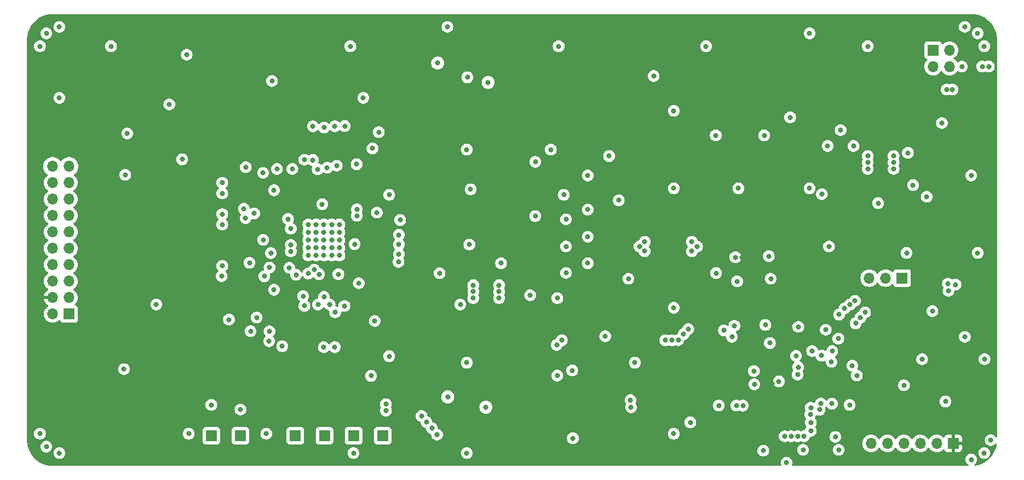
<source format=gbr>
%TF.GenerationSoftware,KiCad,Pcbnew,8.0.1*%
%TF.CreationDate,2024-04-26T19:22:46+02:00*%
%TF.ProjectId,MVBMS_Test_FT24,4d56424d-535f-4546-9573-745f46543234,rev?*%
%TF.SameCoordinates,Original*%
%TF.FileFunction,Copper,L2,Inr*%
%TF.FilePolarity,Positive*%
%FSLAX46Y46*%
G04 Gerber Fmt 4.6, Leading zero omitted, Abs format (unit mm)*
G04 Created by KiCad (PCBNEW 8.0.1) date 2024-04-26 19:22:46*
%MOMM*%
%LPD*%
G01*
G04 APERTURE LIST*
%TA.AperFunction,ComponentPad*%
%ADD10R,1.700000X1.700000*%
%TD*%
%TA.AperFunction,ComponentPad*%
%ADD11O,1.700000X1.700000*%
%TD*%
%TA.AperFunction,ComponentPad*%
%ADD12C,0.800000*%
%TD*%
%TA.AperFunction,ViaPad*%
%ADD13C,0.800000*%
%TD*%
G04 APERTURE END LIST*
D10*
%TO.N,/Battery_Management_System_Right/~{CS}*%
%TO.C,TP11*%
X161500000Y-185300000D03*
%TD*%
%TO.N,/Microcontroller/USART_TX*%
%TO.C,J2*%
X255300000Y-160900000D03*
D11*
%TO.N,/Microcontroller/USART_RX*%
X252760000Y-160900000D03*
%TO.N,GND*%
X250220000Y-160900000D03*
%TD*%
D10*
%TO.N,GND*%
%TO.C,J3*%
X126500000Y-166460000D03*
D11*
%TO.N,/Battery_Management_System_Right/TMP_SCL*%
X123960000Y-166460000D03*
%TO.N,/Battery_Management_System_Right/TMP_SDA*%
X126500000Y-163920000D03*
%TO.N,+3V3*%
X123960000Y-163920000D03*
%TO.N,GND*%
X126500000Y-161380000D03*
%TO.N,/Battery_Management_System_Right/Filter_Balancing_Block_0/C(n+1:n)_in*%
X123960000Y-161380000D03*
%TO.N,/Battery_Management_System_Right/Filter_Balancing_Block_0/C(n+1)_in*%
X126500000Y-158840000D03*
%TO.N,/Battery_Management_System_Right/Filter_Balancing_Block_1/C(n+1:n)_in*%
X123960000Y-158840000D03*
%TO.N,/Battery_Management_System_Right/Filter_Balancing_Block_1/C(n+1)_in*%
X126500000Y-156300000D03*
%TO.N,/Battery_Management_System_Right/Filter_Balancing_Block_2/C(n+1:n)_in*%
X123960000Y-156300000D03*
%TO.N,/Battery_Management_System_Right/Filter_Balancing_Block_2/C(n+1)_in*%
X126500000Y-153760000D03*
%TO.N,/Battery_Management_System_Right/Filter_Balancing_Block_3/C(n+1:n)_in*%
X123960000Y-153760000D03*
%TO.N,/Battery_Management_System_Right/Filter_Balancing_Block_3/C(n+1)_in*%
X126500000Y-151220000D03*
%TO.N,/Battery_Management_System_Right/Filter_Balancing_Block_4/C(n+1:n)_in*%
X123960000Y-151220000D03*
%TO.N,/Battery_Management_System_Right/Filter_Balancing_Block_4/C(n+1)_in*%
X126500000Y-148680000D03*
%TO.N,/Battery_Management_System_Right/Filter_Balancing_Block_5/C(n+1:n)_in*%
X123960000Y-148680000D03*
%TO.N,/Battery_Management_System_Right/Filter_Balancing_Block_5/C(n+1)_in*%
X126500000Y-146140000D03*
%TO.N,/Battery_Management_System_Right/Filter_Balancing_Block_6/C(n+1:n)_in*%
X123960000Y-146140000D03*
%TO.N,/Battery_Management_System_Right/Filter_Balancing_Block_6/C(n+1)_in*%
X126500000Y-143600000D03*
X123960000Y-143600000D03*
%TD*%
D10*
%TO.N,/Battery_Management_System_Right/SCK(IPA)*%
%TO.C,TP1*%
X166000000Y-185300000D03*
%TD*%
%TO.N,/Battery_Management_System_Right/MISO*%
%TO.C,TP10*%
X170500000Y-185300000D03*
%TD*%
%TO.N,/Battery_Management_System_Right/TMP_SDA*%
%TO.C,TP12*%
X148500000Y-185300000D03*
%TD*%
%TO.N,+12V*%
%TO.C,J4*%
X260100000Y-125600000D03*
D11*
%TO.N,/CAN_Transciever/CAN_LOW*%
X262640000Y-125600000D03*
%TO.N,/CAN_Transciever/CAN_HIGH*%
X260100000Y-128140000D03*
%TO.N,GND*%
X262640000Y-128140000D03*
%TD*%
D10*
%TO.N,/Battery_Management_System_Right/TMP_SCL*%
%TO.C,TP13*%
X153000000Y-185300000D03*
%TD*%
D12*
%TO.N,GND*%
%TO.C,U4*%
X168300000Y-152600000D03*
X167100000Y-152600000D03*
X165900000Y-152600000D03*
X164700000Y-152600000D03*
X163500000Y-152600000D03*
X168300000Y-153800000D03*
X167100000Y-153800000D03*
X165900000Y-153800000D03*
X164700000Y-153800000D03*
X163500000Y-153800000D03*
X168300000Y-155000000D03*
X167100000Y-155000000D03*
X165900000Y-155000000D03*
X164700000Y-155000000D03*
X163500000Y-155000000D03*
X168300000Y-156200000D03*
X167100000Y-156200000D03*
X165900000Y-156200000D03*
X164700000Y-156200000D03*
X163500000Y-156200000D03*
X168300000Y-157400000D03*
X167100000Y-157400000D03*
X165900000Y-157400000D03*
X164700000Y-157400000D03*
X163500000Y-157400000D03*
%TD*%
D10*
%TO.N,/Battery_Management_System_Right/MOSI*%
%TO.C,TP9*%
X175000000Y-185300000D03*
%TD*%
%TO.N,+3V3*%
%TO.C,J1*%
X263200000Y-186500000D03*
D11*
%TO.N,/Microcontroller/SWCLK*%
X260660000Y-186500000D03*
%TO.N,GND*%
X258120000Y-186500000D03*
%TO.N,/Microcontroller/SWDIO*%
X255580000Y-186500000D03*
%TO.N,/Microcontroller/NRST*%
X253040000Y-186500000D03*
%TO.N,/Microcontroller/Trace_SWO*%
X250500000Y-186500000D03*
%TD*%
D13*
%TO.N,GND*%
X188000000Y-174000000D03*
X220000000Y-147000000D03*
X220000000Y-135000000D03*
X267000000Y-123000000D03*
X189000000Y-164000000D03*
X250000000Y-144000000D03*
X170500000Y-188000000D03*
X177500000Y-157200000D03*
X239162653Y-175848097D03*
X201000000Y-141000000D03*
X135000000Y-175000000D03*
X220000000Y-165500000D03*
X244000000Y-156000000D03*
X213000000Y-161000000D03*
X254000000Y-144000000D03*
X229000000Y-170000000D03*
X158200000Y-162700000D03*
X125000000Y-188000000D03*
X266000000Y-189000000D03*
X214000000Y-174000000D03*
X202000000Y-164000000D03*
X170662500Y-155638604D03*
X142000000Y-134000000D03*
X241000000Y-147000000D03*
X254000000Y-142000000D03*
X168149522Y-160300000D03*
X244462653Y-180348097D03*
X135500000Y-138500000D03*
X263100000Y-131700000D03*
X125000000Y-122000000D03*
X172000000Y-133000000D03*
X187000000Y-165000000D03*
X189000000Y-162000000D03*
X122000000Y-185000000D03*
X254000000Y-143000000D03*
X177500000Y-155700000D03*
X241000000Y-123000000D03*
X171300000Y-161700000D03*
X268050000Y-173450000D03*
X157000000Y-185000000D03*
X193000000Y-164000000D03*
X203000000Y-148000000D03*
X202000000Y-176000000D03*
X177500000Y-154200000D03*
X268000000Y-188000000D03*
X145000000Y-185000000D03*
X158200000Y-147300000D03*
X176000000Y-173000000D03*
X133000000Y-125000000D03*
X122000000Y-125000000D03*
X125000000Y-133000000D03*
X176000000Y-148000000D03*
X260000000Y-166000000D03*
X240000000Y-187500000D03*
X213400000Y-180900000D03*
X123000000Y-187000000D03*
X173762500Y-167538604D03*
X225000000Y-125000000D03*
X245802500Y-137987500D03*
X202200000Y-125000000D03*
X235000000Y-161000000D03*
X185000000Y-122000000D03*
X250000000Y-125000000D03*
X210000000Y-142000000D03*
X204400000Y-185700000D03*
X234162653Y-168148097D03*
X123000000Y-123000000D03*
X140000000Y-165000000D03*
X256000000Y-157000000D03*
X265000000Y-170000000D03*
X241400000Y-172200000D03*
X170000000Y-125000000D03*
X230000000Y-147000000D03*
X155500000Y-167000000D03*
X250000000Y-142000000D03*
X193000000Y-162000000D03*
X144000000Y-142500000D03*
X193000000Y-163000000D03*
X220000000Y-185000000D03*
X257000000Y-146500000D03*
X239262653Y-168448097D03*
X188000000Y-141000000D03*
X266000000Y-145000000D03*
X250000000Y-143000000D03*
X238000000Y-136000000D03*
X189000000Y-163000000D03*
X245500000Y-187500000D03*
X265000000Y-122000000D03*
X264547268Y-128144685D03*
X188000000Y-188000000D03*
X269000000Y-186000000D03*
X262012691Y-180010066D03*
X267000000Y-157000000D03*
X268000000Y-125000000D03*
X262200000Y-131700000D03*
X244505000Y-172198098D03*
X144700000Y-126300000D03*
%TO.N,+3V3*%
X264000000Y-154000000D03*
X206700000Y-162000000D03*
X230000000Y-142000000D03*
X211800000Y-132900000D03*
X235200000Y-177248097D03*
X170000000Y-130000000D03*
X206500000Y-136000000D03*
X203000000Y-146000000D03*
X170000000Y-178000000D03*
X176487500Y-164138604D03*
X230600000Y-164275000D03*
X264000000Y-167000000D03*
X161000000Y-178000000D03*
X244000000Y-152000000D03*
X220000000Y-143000000D03*
X199450000Y-169250000D03*
X230523674Y-157703395D03*
X264000000Y-133000000D03*
X255000000Y-136000000D03*
X140000000Y-180000000D03*
X235600000Y-147850000D03*
X251000000Y-154000000D03*
X238400000Y-152000000D03*
X176000000Y-145000000D03*
X212400000Y-122000000D03*
X220000000Y-161000000D03*
X236700000Y-180188098D03*
X133000000Y-142000000D03*
X238400000Y-153000000D03*
X163000000Y-125000000D03*
X258500000Y-159000000D03*
X130000000Y-130000000D03*
X253455000Y-174018097D03*
X244000000Y-153000000D03*
X185000000Y-188000000D03*
X264000000Y-142000000D03*
X230200000Y-122000000D03*
X213000000Y-167000000D03*
X247407654Y-171693098D03*
X215000000Y-185000000D03*
X234162653Y-169748097D03*
X243000000Y-177050000D03*
X184000000Y-165000000D03*
X143000000Y-166000000D03*
X130000000Y-180000000D03*
X190000000Y-178000000D03*
X264000000Y-179000000D03*
X130000000Y-170000000D03*
X253000000Y-177500000D03*
X152000000Y-125000000D03*
X248802500Y-138293750D03*
X229000000Y-185000000D03*
X157000000Y-187000000D03*
X245800000Y-129600000D03*
X176500000Y-176000000D03*
X193455000Y-142300000D03*
X217000000Y-174000000D03*
X186000000Y-141000000D03*
%TO.N,/CAN_Transciever/V_{ref}*%
X255600000Y-177500000D03*
X258400000Y-173448097D03*
%TO.N,/CAN_Transciever/CAN_HIGH*%
X267700000Y-128140000D03*
%TO.N,/CAN_Transciever/CAN_LOW*%
X268717653Y-128132347D03*
%TO.N,+12V*%
X226550000Y-160125951D03*
X229800000Y-161400000D03*
X242900000Y-147900000D03*
X209400000Y-169900000D03*
%TO.N,/Microcontroller/Status_LED_R*%
X241200000Y-180975305D03*
X263565076Y-161902576D03*
%TO.N,/Microcontroller/Status_LED_G*%
X262393598Y-161756402D03*
X242537347Y-181287347D03*
%TO.N,/Microcontroller/Status_LED_B*%
X262470000Y-162880000D03*
X242750000Y-180300000D03*
%TO.N,/Input_Output/Aux_In*%
X230696286Y-180644722D03*
X222241983Y-168800000D03*
X243800000Y-140437500D03*
X241200000Y-183248097D03*
%TO.N,/Input_Output/Aux_Out*%
X247802500Y-140437500D03*
X229668504Y-180642246D03*
X241200000Y-184548097D03*
X221516983Y-169600000D03*
%TO.N,/Input_Output/RELAY_DRAIN*%
X251600000Y-149300000D03*
X256200000Y-141500000D03*
%TO.N,/Battery_Management_System_Right/TMP_SCL*%
X243500000Y-168900000D03*
X153000000Y-181263604D03*
X175499795Y-181425205D03*
X245562653Y-166548097D03*
X229372653Y-168275000D03*
%TO.N,/Battery_Management_System_Right/TMP_SDA*%
X227762653Y-169000000D03*
X175500026Y-180425203D03*
X148500000Y-180538604D03*
%TO.N,/Battery_Management_System_Right/MISO*%
X182600000Y-184125000D03*
X239150006Y-185400000D03*
%TO.N,/Battery_Management_System_Right/SCK(IPA)*%
X181750000Y-183200000D03*
X238150003Y-185400000D03*
%TO.N,/Battery_Management_System_Right/MOSI*%
X183400000Y-185150000D03*
X240150009Y-185400000D03*
%TO.N,/Microcontroller/NRST*%
X232462653Y-177348097D03*
X239244522Y-174693098D03*
%TO.N,/Microcontroller/Trace_SWO*%
X247200000Y-180550000D03*
%TO.N,/Microcontroller/SWDIO*%
X242850000Y-172900000D03*
%TO.N,/Microcontroller/SWCLK*%
X245450000Y-170280598D03*
%TO.N,/Input_Output/PWM_PG_Fan_2*%
X219700000Y-170525000D03*
X226500000Y-138800000D03*
%TO.N,/Input_Output/PWM_PG_Fan_1*%
X220700000Y-170500000D03*
X234000000Y-138800000D03*
%TO.N,/Input_Output/RELAY_ENABLE*%
X236256386Y-176902074D03*
X259102500Y-148297500D03*
X261462500Y-136887500D03*
%TO.N,/Input_Output/PRECHARGE_ENABLE*%
X226969625Y-180630375D03*
X193300000Y-158600000D03*
X197800000Y-163550000D03*
X202700000Y-170525000D03*
X241100000Y-182012347D03*
X218699997Y-170525000D03*
%TO.N,/Battery_Management_System_Right/Filter_Balancing_Block_0/C(n+1)*%
X165925000Y-163800000D03*
X167650000Y-166200000D03*
%TO.N,/Battery_Management_System_Right/Filter_Balancing_Block_0/S(n+1)P*%
X167600000Y-171600000D03*
X166800000Y-165000000D03*
%TO.N,/Battery_Management_System_Right/Filter_Balancing_Block_0/S(n)P*%
X169074847Y-165225153D03*
X173200000Y-176038604D03*
%TO.N,/Battery_Management_System_Right/Filter_Balancing_Block_1/C(n+1:n)_in*%
X162700000Y-163700000D03*
X157500000Y-169125000D03*
%TO.N,/Battery_Management_System_Right/Filter_Balancing_Block_1/S(n+1)P*%
X162900000Y-165200000D03*
X157425000Y-170675000D03*
%TO.N,/Battery_Management_System_Right/Filter_Balancing_Block_1/S(n)P*%
X165886186Y-171600000D03*
X165149398Y-160300000D03*
%TO.N,/Battery_Management_System_Right/Filter_Balancing_Block_0/C(n+1)_in*%
X165000000Y-165000000D03*
X164400000Y-159600000D03*
%TO.N,/Battery_Management_System_Right/Filter_Balancing_Block_2/C(n+1)*%
X160560444Y-159304562D03*
X156700000Y-160625000D03*
%TO.N,/Battery_Management_System_Right/Filter_Balancing_Block_2/S(n+1)P*%
X150100000Y-160600000D03*
X157500000Y-159258246D03*
%TO.N,/Battery_Management_System_Right/Filter_Balancing_Block_2/S(n)P*%
X151225000Y-167325000D03*
X161600000Y-160400000D03*
%TO.N,/Battery_Management_System_Right/Filter_Balancing_Block_1/C(n+1)_in*%
X163500000Y-160200000D03*
X154575000Y-169125000D03*
X159475000Y-171450000D03*
%TO.N,/Battery_Management_System_Right/Filter_Balancing_Block_3/C(n+1:n)_in*%
X156516419Y-154976847D03*
X153796763Y-151612347D03*
%TO.N,/Battery_Management_System_Right/Filter_Balancing_Block_3/S(n+1)P*%
X160800000Y-155755257D03*
X150200000Y-152600000D03*
%TO.N,/Battery_Management_System_Right/Filter_Balancing_Block_3/S(n)P*%
X157700000Y-157025000D03*
X150200000Y-159000000D03*
%TO.N,/Battery_Management_System_Right/Filter_Balancing_Block_2/C(n+1)_in*%
X160800000Y-156755260D03*
X154400000Y-158533246D03*
%TO.N,/Battery_Management_System_Right/Filter_Balancing_Block_4/C(n+1)*%
X153825000Y-143725000D03*
X156500000Y-144600000D03*
%TO.N,/Battery_Management_System_Right/Filter_Balancing_Block_4/C(n+1:n)_in*%
X160363078Y-151750607D03*
X150200000Y-147775000D03*
%TO.N,/Battery_Management_System_Right/Filter_Balancing_Block_4/S(n)P*%
X155125000Y-150887347D03*
X150200000Y-151000000D03*
%TO.N,/Battery_Management_System_Right/Filter_Balancing_Block_3/C(n+1)_in*%
X160800000Y-153249935D03*
X153542024Y-150162347D03*
%TO.N,/Battery_Management_System_Right/Filter_Balancing_Block_5/C(n+1)*%
X164942332Y-144042332D03*
X162896106Y-142574523D03*
%TO.N,/Battery_Management_System_Right/Filter_Balancing_Block_5/S(n+1)P*%
X164200000Y-142600000D03*
X164200000Y-137400000D03*
%TO.N,/Battery_Management_System_Right/Filter_Balancing_Block_4/C(n+1)_in*%
X150200000Y-146125000D03*
X158654108Y-144000000D03*
X161025000Y-144000000D03*
%TO.N,/Battery_Management_System_Right/Filter_Balancing_Block_6/C(n+1:n)_in*%
X135200000Y-144900000D03*
X173418749Y-140818750D03*
X169137500Y-137362500D03*
X170968750Y-143268750D03*
%TO.N,/Battery_Management_System_Right/Filter_Balancing_Block_6/S(n+1)P*%
X174400000Y-138300000D03*
X157887500Y-130375000D03*
X165650478Y-149462956D03*
%TO.N,/Battery_Management_System_Right/Filter_Balancing_Block_6/S(n)P*%
X165923506Y-137585511D03*
X166400000Y-143800000D03*
%TO.N,/Battery_Management_System_Right/Filter_Balancing_Block_5/C(n+1)_in*%
X167900000Y-143500000D03*
X167600000Y-137400000D03*
%TO.N,/Input_Output/60V_ENABLE*%
X238906975Y-172944250D03*
X234700000Y-157500000D03*
%TO.N,/Input_Output/PWM_Battery_Cooling*%
X237450000Y-189500000D03*
X245000000Y-185500000D03*
X233850000Y-187625000D03*
X222575000Y-183250000D03*
%TO.N,/Input_Output/BATT_FAN_POWER*%
X185050000Y-179300203D03*
X190950000Y-180900000D03*
%TO.N,/Battery_Management_System_Right/~{CS}*%
X181000000Y-182250000D03*
X237150000Y-185400000D03*
%TO.N,+5V*%
X216900000Y-129600000D03*
X188400000Y-155700000D03*
X188600000Y-147150000D03*
X177700000Y-151900000D03*
%TO.N,Net-(C1-Pad2)*%
X232400000Y-175300000D03*
X234862653Y-170948097D03*
%TO.N,Net-(Q1-B)*%
X183800000Y-160150000D03*
X177450000Y-158400000D03*
%TO.N,Net-(R19-Pad2)*%
X229524049Y-157675951D03*
X201900000Y-171250000D03*
%TO.N,/Battery_Management_System_Right/CURRENT_MEASUREMENT*%
X203350000Y-160100000D03*
X171000000Y-151250003D03*
%TO.N,/Input_Output/RELAY_BATT_SIDE*%
X191300000Y-130600000D03*
X183500000Y-127600000D03*
%TO.N,/Input_Output/CURRENT_MEASUREMENT*%
X211500000Y-148850000D03*
X206700000Y-158600000D03*
%TO.N,/Input_Output/RELAY_BATT_SIDE_VOLTAGE*%
X206700000Y-150300000D03*
X206700000Y-145000000D03*
%TO.N,/Battery_Management_System_Right/RELAY_BATT_SIDE_VOLTAGE*%
X203350000Y-151800000D03*
X171000000Y-150250000D03*
%TO.N,/Microcontroller/RELAY_BATT_SIDE_VOLTAGE*%
X215513736Y-155275000D03*
X222800000Y-155275000D03*
%TO.N,/Battery_Management_System_Right/RELAY_ESC_SIDE_VOLTAGE*%
X174100000Y-150750000D03*
X203350000Y-156000000D03*
%TO.N,/Microcontroller/RELAY_ESC_SIDE_VOLTAGE*%
X214700000Y-156000000D03*
X223600000Y-156000000D03*
%TO.N,/Input_Output/RELAY_ESC_SIDE_VOLTAGE*%
X188100000Y-129800000D03*
X206700000Y-154500000D03*
X198600000Y-142900000D03*
X198600000Y-151300000D03*
%TO.N,/Microcontroller/CURRENT_MEASUREMENT*%
X222800000Y-156725000D03*
X215500000Y-156725000D03*
%TO.N,Net-(U7-PA8)*%
X249582654Y-166200000D03*
X248313882Y-175986118D03*
X248011595Y-164415912D03*
%TO.N,Net-(U7-PA9)*%
X247213736Y-165018760D03*
X248857654Y-167000000D03*
X244380375Y-173869625D03*
%TO.N,Net-(U7-PA10)*%
X246400000Y-165600000D03*
X248132654Y-167900000D03*
X247603108Y-174472778D03*
%TO.N,Net-(JP3-A)*%
X204300000Y-175200000D03*
X213305000Y-179795000D03*
%TD*%
%TA.AperFunction,Conductor*%
%TO.N,+3V3*%
G36*
X266000733Y-120000008D02*
G01*
X266191077Y-120002343D01*
X266201681Y-120002930D01*
X266581224Y-120040312D01*
X266593249Y-120042096D01*
X266966527Y-120116345D01*
X266978329Y-120119301D01*
X267342544Y-120229785D01*
X267354002Y-120233885D01*
X267705627Y-120379532D01*
X267716626Y-120384734D01*
X268052282Y-120564147D01*
X268062713Y-120570399D01*
X268379169Y-120781849D01*
X268388942Y-120789097D01*
X268683148Y-121030544D01*
X268692165Y-121038717D01*
X268961282Y-121307834D01*
X268969455Y-121316851D01*
X269210902Y-121611057D01*
X269218150Y-121620830D01*
X269429600Y-121937286D01*
X269435856Y-121947724D01*
X269615264Y-122283372D01*
X269620467Y-122294372D01*
X269766114Y-122645997D01*
X269770214Y-122657455D01*
X269880698Y-123021670D01*
X269883654Y-123033474D01*
X269957902Y-123406744D01*
X269959688Y-123418781D01*
X269997068Y-123798304D01*
X269997656Y-123808937D01*
X269999991Y-123999266D01*
X270000000Y-124000787D01*
X270000000Y-185468276D01*
X269980315Y-185535315D01*
X269927511Y-185581070D01*
X269858353Y-185591014D01*
X269794797Y-185561989D01*
X269768613Y-185530276D01*
X269732534Y-185467785D01*
X269610016Y-185331716D01*
X269605871Y-185327112D01*
X269604295Y-185325967D01*
X269452734Y-185215851D01*
X269452729Y-185215848D01*
X269279807Y-185138857D01*
X269279802Y-185138855D01*
X269134001Y-185107865D01*
X269094646Y-185099500D01*
X268905354Y-185099500D01*
X268872897Y-185106398D01*
X268720197Y-185138855D01*
X268720192Y-185138857D01*
X268547270Y-185215848D01*
X268547265Y-185215851D01*
X268394129Y-185327111D01*
X268267466Y-185467785D01*
X268172821Y-185631715D01*
X268172818Y-185631722D01*
X268114327Y-185811740D01*
X268114326Y-185811744D01*
X268094540Y-186000000D01*
X268114326Y-186188256D01*
X268114327Y-186188259D01*
X268172818Y-186368277D01*
X268172821Y-186368284D01*
X268267467Y-186532216D01*
X268363487Y-186638857D01*
X268394129Y-186672888D01*
X268547265Y-186784148D01*
X268547270Y-186784151D01*
X268720192Y-186861142D01*
X268720197Y-186861144D01*
X268905354Y-186900500D01*
X268905355Y-186900500D01*
X269094644Y-186900500D01*
X269094646Y-186900500D01*
X269279803Y-186861144D01*
X269452730Y-186784151D01*
X269605871Y-186672888D01*
X269732533Y-186532216D01*
X269732535Y-186532212D01*
X269735649Y-186528754D01*
X269795135Y-186492105D01*
X269864992Y-186493435D01*
X269923041Y-186532322D01*
X269950851Y-186596419D01*
X269949416Y-186635917D01*
X269883654Y-186966525D01*
X269880698Y-186978329D01*
X269770214Y-187342544D01*
X269766114Y-187354002D01*
X269620467Y-187705627D01*
X269615264Y-187716627D01*
X269435856Y-188052275D01*
X269429600Y-188062713D01*
X269218150Y-188379169D01*
X269210902Y-188388942D01*
X268969455Y-188683148D01*
X268961282Y-188692165D01*
X268692165Y-188961282D01*
X268683148Y-188969455D01*
X268388942Y-189210902D01*
X268379169Y-189218150D01*
X268062713Y-189429600D01*
X268052275Y-189435856D01*
X267716627Y-189615264D01*
X267705627Y-189620467D01*
X267354002Y-189766114D01*
X267342544Y-189770214D01*
X266978329Y-189880698D01*
X266966525Y-189883654D01*
X266624747Y-189951638D01*
X266555156Y-189945411D01*
X266499978Y-189902548D01*
X266476734Y-189836658D01*
X266492802Y-189768661D01*
X266527667Y-189729705D01*
X266605871Y-189672888D01*
X266732533Y-189532216D01*
X266827179Y-189368284D01*
X266885674Y-189188256D01*
X266905460Y-189000000D01*
X266885674Y-188811744D01*
X266827179Y-188631716D01*
X266732533Y-188467784D01*
X266605871Y-188327112D01*
X266605870Y-188327111D01*
X266452734Y-188215851D01*
X266452729Y-188215848D01*
X266279807Y-188138857D01*
X266279802Y-188138855D01*
X266134001Y-188107865D01*
X266094646Y-188099500D01*
X265905354Y-188099500D01*
X265872897Y-188106398D01*
X265720197Y-188138855D01*
X265720192Y-188138857D01*
X265547270Y-188215848D01*
X265547265Y-188215851D01*
X265394129Y-188327111D01*
X265267466Y-188467785D01*
X265172821Y-188631715D01*
X265172818Y-188631722D01*
X265114327Y-188811740D01*
X265114326Y-188811744D01*
X265094540Y-189000000D01*
X265114326Y-189188256D01*
X265114327Y-189188259D01*
X265172818Y-189368277D01*
X265172821Y-189368284D01*
X265267467Y-189532216D01*
X265342244Y-189615264D01*
X265394129Y-189672888D01*
X265535613Y-189775682D01*
X265578279Y-189831012D01*
X265584258Y-189900625D01*
X265551652Y-189962420D01*
X265490814Y-189996777D01*
X265462728Y-190000000D01*
X238405054Y-190000000D01*
X238338015Y-189980315D01*
X238292260Y-189927511D01*
X238282316Y-189858353D01*
X238287123Y-189837682D01*
X238322207Y-189729702D01*
X238335674Y-189688256D01*
X238355460Y-189500000D01*
X238335674Y-189311744D01*
X238277179Y-189131716D01*
X238182533Y-188967784D01*
X238055871Y-188827112D01*
X238034719Y-188811744D01*
X237902734Y-188715851D01*
X237902729Y-188715848D01*
X237729807Y-188638857D01*
X237729802Y-188638855D01*
X237584001Y-188607865D01*
X237544646Y-188599500D01*
X237355354Y-188599500D01*
X237322897Y-188606398D01*
X237170197Y-188638855D01*
X237170192Y-188638857D01*
X236997270Y-188715848D01*
X236997265Y-188715851D01*
X236844129Y-188827111D01*
X236717466Y-188967785D01*
X236622821Y-189131715D01*
X236622818Y-189131722D01*
X236564327Y-189311740D01*
X236564326Y-189311744D01*
X236544540Y-189500000D01*
X236564326Y-189688256D01*
X236564327Y-189688259D01*
X236612877Y-189837682D01*
X236614872Y-189907523D01*
X236578791Y-189967356D01*
X236516090Y-189998184D01*
X236494946Y-190000000D01*
X124000787Y-190000000D01*
X123999266Y-189999991D01*
X123808937Y-189997656D01*
X123798304Y-189997068D01*
X123418781Y-189959688D01*
X123406744Y-189957902D01*
X123033474Y-189883654D01*
X123021670Y-189880698D01*
X122657455Y-189770214D01*
X122645997Y-189766114D01*
X122294372Y-189620467D01*
X122283372Y-189615264D01*
X121947724Y-189435856D01*
X121937286Y-189429600D01*
X121620830Y-189218150D01*
X121611057Y-189210902D01*
X121316851Y-188969455D01*
X121307834Y-188961282D01*
X121038717Y-188692165D01*
X121030544Y-188683148D01*
X120789097Y-188388942D01*
X120781849Y-188379169D01*
X120672721Y-188215848D01*
X120570396Y-188062708D01*
X120564143Y-188052275D01*
X120553420Y-188032214D01*
X120536201Y-188000000D01*
X124094540Y-188000000D01*
X124114326Y-188188256D01*
X124114327Y-188188259D01*
X124172818Y-188368277D01*
X124172821Y-188368284D01*
X124267467Y-188532216D01*
X124363487Y-188638857D01*
X124394129Y-188672888D01*
X124547265Y-188784148D01*
X124547270Y-188784151D01*
X124720192Y-188861142D01*
X124720197Y-188861144D01*
X124905354Y-188900500D01*
X124905355Y-188900500D01*
X125094644Y-188900500D01*
X125094646Y-188900500D01*
X125279803Y-188861144D01*
X125452730Y-188784151D01*
X125605871Y-188672888D01*
X125732533Y-188532216D01*
X125827179Y-188368284D01*
X125885674Y-188188256D01*
X125905460Y-188000000D01*
X169594540Y-188000000D01*
X169614326Y-188188256D01*
X169614327Y-188188259D01*
X169672818Y-188368277D01*
X169672821Y-188368284D01*
X169767467Y-188532216D01*
X169863487Y-188638857D01*
X169894129Y-188672888D01*
X170047265Y-188784148D01*
X170047270Y-188784151D01*
X170220192Y-188861142D01*
X170220197Y-188861144D01*
X170405354Y-188900500D01*
X170405355Y-188900500D01*
X170594644Y-188900500D01*
X170594646Y-188900500D01*
X170779803Y-188861144D01*
X170952730Y-188784151D01*
X171105871Y-188672888D01*
X171232533Y-188532216D01*
X171327179Y-188368284D01*
X171385674Y-188188256D01*
X171405460Y-188000000D01*
X187094540Y-188000000D01*
X187114326Y-188188256D01*
X187114327Y-188188259D01*
X187172818Y-188368277D01*
X187172821Y-188368284D01*
X187267467Y-188532216D01*
X187363487Y-188638857D01*
X187394129Y-188672888D01*
X187547265Y-188784148D01*
X187547270Y-188784151D01*
X187720192Y-188861142D01*
X187720197Y-188861144D01*
X187905354Y-188900500D01*
X187905355Y-188900500D01*
X188094644Y-188900500D01*
X188094646Y-188900500D01*
X188279803Y-188861144D01*
X188452730Y-188784151D01*
X188605871Y-188672888D01*
X188732533Y-188532216D01*
X188827179Y-188368284D01*
X188885674Y-188188256D01*
X188905460Y-188000000D01*
X188885674Y-187811744D01*
X188827179Y-187631716D01*
X188823302Y-187625000D01*
X232944540Y-187625000D01*
X232964326Y-187813256D01*
X232964327Y-187813259D01*
X233022818Y-187993277D01*
X233022821Y-187993284D01*
X233117467Y-188157216D01*
X233231757Y-188284148D01*
X233244129Y-188297888D01*
X233397265Y-188409148D01*
X233397270Y-188409151D01*
X233570192Y-188486142D01*
X233570197Y-188486144D01*
X233755354Y-188525500D01*
X233755355Y-188525500D01*
X233944644Y-188525500D01*
X233944646Y-188525500D01*
X234129803Y-188486144D01*
X234302730Y-188409151D01*
X234455871Y-188297888D01*
X234582533Y-188157216D01*
X234677179Y-187993284D01*
X234735674Y-187813256D01*
X234755460Y-187625000D01*
X234742322Y-187500000D01*
X239094540Y-187500000D01*
X239114326Y-187688256D01*
X239114327Y-187688259D01*
X239172818Y-187868277D01*
X239172821Y-187868284D01*
X239267467Y-188032216D01*
X239363487Y-188138857D01*
X239394129Y-188172888D01*
X239547265Y-188284148D01*
X239547270Y-188284151D01*
X239720192Y-188361142D01*
X239720197Y-188361144D01*
X239905354Y-188400500D01*
X239905355Y-188400500D01*
X240094644Y-188400500D01*
X240094646Y-188400500D01*
X240279803Y-188361144D01*
X240452730Y-188284151D01*
X240605871Y-188172888D01*
X240732533Y-188032216D01*
X240827179Y-187868284D01*
X240885674Y-187688256D01*
X240905460Y-187500000D01*
X244594540Y-187500000D01*
X244614326Y-187688256D01*
X244614327Y-187688259D01*
X244672818Y-187868277D01*
X244672821Y-187868284D01*
X244767467Y-188032216D01*
X244863487Y-188138857D01*
X244894129Y-188172888D01*
X245047265Y-188284148D01*
X245047270Y-188284151D01*
X245220192Y-188361142D01*
X245220197Y-188361144D01*
X245405354Y-188400500D01*
X245405355Y-188400500D01*
X245594644Y-188400500D01*
X245594646Y-188400500D01*
X245779803Y-188361144D01*
X245952730Y-188284151D01*
X246105871Y-188172888D01*
X246232533Y-188032216D01*
X246251133Y-188000000D01*
X267094540Y-188000000D01*
X267114326Y-188188256D01*
X267114327Y-188188259D01*
X267172818Y-188368277D01*
X267172821Y-188368284D01*
X267267467Y-188532216D01*
X267363487Y-188638857D01*
X267394129Y-188672888D01*
X267547265Y-188784148D01*
X267547270Y-188784151D01*
X267720192Y-188861142D01*
X267720197Y-188861144D01*
X267905354Y-188900500D01*
X267905355Y-188900500D01*
X268094644Y-188900500D01*
X268094646Y-188900500D01*
X268279803Y-188861144D01*
X268452730Y-188784151D01*
X268605871Y-188672888D01*
X268732533Y-188532216D01*
X268827179Y-188368284D01*
X268885674Y-188188256D01*
X268905460Y-188000000D01*
X268885674Y-187811744D01*
X268827179Y-187631716D01*
X268732533Y-187467784D01*
X268605871Y-187327112D01*
X268584719Y-187311744D01*
X268452734Y-187215851D01*
X268452729Y-187215848D01*
X268279807Y-187138857D01*
X268279802Y-187138855D01*
X268134001Y-187107865D01*
X268094646Y-187099500D01*
X267905354Y-187099500D01*
X267872897Y-187106398D01*
X267720197Y-187138855D01*
X267720192Y-187138857D01*
X267547270Y-187215848D01*
X267547265Y-187215851D01*
X267394129Y-187327111D01*
X267267466Y-187467785D01*
X267172821Y-187631715D01*
X267172818Y-187631722D01*
X267120301Y-187793354D01*
X267114326Y-187811744D01*
X267094540Y-188000000D01*
X246251133Y-188000000D01*
X246327179Y-187868284D01*
X246385674Y-187688256D01*
X246405460Y-187500000D01*
X246385674Y-187311744D01*
X246327179Y-187131716D01*
X246232533Y-186967784D01*
X246105871Y-186827112D01*
X246084719Y-186811744D01*
X245952734Y-186715851D01*
X245952729Y-186715848D01*
X245779807Y-186638857D01*
X245779802Y-186638855D01*
X245634001Y-186607865D01*
X245594646Y-186599500D01*
X245405354Y-186599500D01*
X245372897Y-186606398D01*
X245220197Y-186638855D01*
X245220192Y-186638857D01*
X245047270Y-186715848D01*
X245047265Y-186715851D01*
X244894129Y-186827111D01*
X244767466Y-186967785D01*
X244672821Y-187131715D01*
X244672818Y-187131722D01*
X244614327Y-187311740D01*
X244614326Y-187311744D01*
X244594540Y-187500000D01*
X240905460Y-187500000D01*
X240885674Y-187311744D01*
X240827179Y-187131716D01*
X240732533Y-186967784D01*
X240605871Y-186827112D01*
X240584719Y-186811744D01*
X240452734Y-186715851D01*
X240452729Y-186715848D01*
X240279807Y-186638857D01*
X240279802Y-186638855D01*
X240134001Y-186607865D01*
X240094646Y-186599500D01*
X239905354Y-186599500D01*
X239872897Y-186606398D01*
X239720197Y-186638855D01*
X239720192Y-186638857D01*
X239547270Y-186715848D01*
X239547265Y-186715851D01*
X239394129Y-186827111D01*
X239267466Y-186967785D01*
X239172821Y-187131715D01*
X239172818Y-187131722D01*
X239114327Y-187311740D01*
X239114326Y-187311744D01*
X239094540Y-187500000D01*
X234742322Y-187500000D01*
X234735674Y-187436744D01*
X234677179Y-187256716D01*
X234582533Y-187092784D01*
X234455871Y-186952112D01*
X234455870Y-186952111D01*
X234302734Y-186840851D01*
X234302729Y-186840848D01*
X234129807Y-186763857D01*
X234129802Y-186763855D01*
X233984001Y-186732865D01*
X233944646Y-186724500D01*
X233755354Y-186724500D01*
X233722897Y-186731398D01*
X233570197Y-186763855D01*
X233570192Y-186763857D01*
X233397270Y-186840848D01*
X233397265Y-186840851D01*
X233244129Y-186952111D01*
X233117466Y-187092785D01*
X233022821Y-187256715D01*
X233022818Y-187256722D01*
X232976971Y-187397827D01*
X232964326Y-187436744D01*
X232944540Y-187625000D01*
X188823302Y-187625000D01*
X188732533Y-187467784D01*
X188605871Y-187327112D01*
X188584719Y-187311744D01*
X188452734Y-187215851D01*
X188452729Y-187215848D01*
X188279807Y-187138857D01*
X188279802Y-187138855D01*
X188134001Y-187107865D01*
X188094646Y-187099500D01*
X187905354Y-187099500D01*
X187872897Y-187106398D01*
X187720197Y-187138855D01*
X187720192Y-187138857D01*
X187547270Y-187215848D01*
X187547265Y-187215851D01*
X187394129Y-187327111D01*
X187267466Y-187467785D01*
X187172821Y-187631715D01*
X187172818Y-187631722D01*
X187120301Y-187793354D01*
X187114326Y-187811744D01*
X187094540Y-188000000D01*
X171405460Y-188000000D01*
X171385674Y-187811744D01*
X171327179Y-187631716D01*
X171232533Y-187467784D01*
X171105871Y-187327112D01*
X171084719Y-187311744D01*
X170952734Y-187215851D01*
X170952729Y-187215848D01*
X170779807Y-187138857D01*
X170779802Y-187138855D01*
X170634001Y-187107865D01*
X170594646Y-187099500D01*
X170405354Y-187099500D01*
X170372897Y-187106398D01*
X170220197Y-187138855D01*
X170220192Y-187138857D01*
X170047270Y-187215848D01*
X170047265Y-187215851D01*
X169894129Y-187327111D01*
X169767466Y-187467785D01*
X169672821Y-187631715D01*
X169672818Y-187631722D01*
X169620301Y-187793354D01*
X169614326Y-187811744D01*
X169594540Y-188000000D01*
X125905460Y-188000000D01*
X125885674Y-187811744D01*
X125827179Y-187631716D01*
X125732533Y-187467784D01*
X125605871Y-187327112D01*
X125584719Y-187311744D01*
X125452734Y-187215851D01*
X125452729Y-187215848D01*
X125279807Y-187138857D01*
X125279802Y-187138855D01*
X125134001Y-187107865D01*
X125094646Y-187099500D01*
X124905354Y-187099500D01*
X124872897Y-187106398D01*
X124720197Y-187138855D01*
X124720192Y-187138857D01*
X124547270Y-187215848D01*
X124547265Y-187215851D01*
X124394129Y-187327111D01*
X124267466Y-187467785D01*
X124172821Y-187631715D01*
X124172818Y-187631722D01*
X124120301Y-187793354D01*
X124114326Y-187811744D01*
X124094540Y-188000000D01*
X120536201Y-188000000D01*
X120384734Y-187716626D01*
X120379532Y-187705627D01*
X120233885Y-187354002D01*
X120229785Y-187342544D01*
X120125874Y-187000000D01*
X122094540Y-187000000D01*
X122114326Y-187188256D01*
X122114327Y-187188259D01*
X122172818Y-187368277D01*
X122172821Y-187368284D01*
X122267467Y-187532216D01*
X122357063Y-187631722D01*
X122394129Y-187672888D01*
X122547265Y-187784148D01*
X122547270Y-187784151D01*
X122720192Y-187861142D01*
X122720197Y-187861144D01*
X122905354Y-187900500D01*
X122905355Y-187900500D01*
X123094644Y-187900500D01*
X123094646Y-187900500D01*
X123279803Y-187861144D01*
X123452730Y-187784151D01*
X123605871Y-187672888D01*
X123732533Y-187532216D01*
X123827179Y-187368284D01*
X123885674Y-187188256D01*
X123905460Y-187000000D01*
X123885674Y-186811744D01*
X123827179Y-186631716D01*
X123732533Y-186467784D01*
X123605871Y-186327112D01*
X123569243Y-186300500D01*
X123452734Y-186215851D01*
X123452729Y-186215848D01*
X123412350Y-186197870D01*
X147149500Y-186197870D01*
X147149501Y-186197876D01*
X147155908Y-186257483D01*
X147206202Y-186392328D01*
X147206206Y-186392335D01*
X147292452Y-186507544D01*
X147292455Y-186507547D01*
X147407664Y-186593793D01*
X147407671Y-186593797D01*
X147542517Y-186644091D01*
X147542516Y-186644091D01*
X147549444Y-186644835D01*
X147602127Y-186650500D01*
X149397872Y-186650499D01*
X149457483Y-186644091D01*
X149592331Y-186593796D01*
X149707546Y-186507546D01*
X149793796Y-186392331D01*
X149844091Y-186257483D01*
X149850500Y-186197873D01*
X149850500Y-186197870D01*
X151649500Y-186197870D01*
X151649501Y-186197876D01*
X151655908Y-186257483D01*
X151706202Y-186392328D01*
X151706206Y-186392335D01*
X151792452Y-186507544D01*
X151792455Y-186507547D01*
X151907664Y-186593793D01*
X151907671Y-186593797D01*
X152042517Y-186644091D01*
X152042516Y-186644091D01*
X152049444Y-186644835D01*
X152102127Y-186650500D01*
X153897872Y-186650499D01*
X153957483Y-186644091D01*
X154092331Y-186593796D01*
X154207546Y-186507546D01*
X154293796Y-186392331D01*
X154344091Y-186257483D01*
X154350500Y-186197873D01*
X154350500Y-186197870D01*
X160149500Y-186197870D01*
X160149501Y-186197876D01*
X160155908Y-186257483D01*
X160206202Y-186392328D01*
X160206206Y-186392335D01*
X160292452Y-186507544D01*
X160292455Y-186507547D01*
X160407664Y-186593793D01*
X160407671Y-186593797D01*
X160542517Y-186644091D01*
X160542516Y-186644091D01*
X160549444Y-186644835D01*
X160602127Y-186650500D01*
X162397872Y-186650499D01*
X162457483Y-186644091D01*
X162592331Y-186593796D01*
X162707546Y-186507546D01*
X162793796Y-186392331D01*
X162844091Y-186257483D01*
X162850500Y-186197873D01*
X162850500Y-186197870D01*
X164649500Y-186197870D01*
X164649501Y-186197876D01*
X164655908Y-186257483D01*
X164706202Y-186392328D01*
X164706206Y-186392335D01*
X164792452Y-186507544D01*
X164792455Y-186507547D01*
X164907664Y-186593793D01*
X164907671Y-186593797D01*
X165042517Y-186644091D01*
X165042516Y-186644091D01*
X165049444Y-186644835D01*
X165102127Y-186650500D01*
X166897872Y-186650499D01*
X166957483Y-186644091D01*
X167092331Y-186593796D01*
X167207546Y-186507546D01*
X167293796Y-186392331D01*
X167344091Y-186257483D01*
X167350500Y-186197873D01*
X167350500Y-186197870D01*
X169149500Y-186197870D01*
X169149501Y-186197876D01*
X169155908Y-186257483D01*
X169206202Y-186392328D01*
X169206206Y-186392335D01*
X169292452Y-186507544D01*
X169292455Y-186507547D01*
X169407664Y-186593793D01*
X169407671Y-186593797D01*
X169542517Y-186644091D01*
X169542516Y-186644091D01*
X169549444Y-186644835D01*
X169602127Y-186650500D01*
X171397872Y-186650499D01*
X171457483Y-186644091D01*
X171592331Y-186593796D01*
X171707546Y-186507546D01*
X171793796Y-186392331D01*
X171844091Y-186257483D01*
X171850500Y-186197873D01*
X171850500Y-186197870D01*
X173649500Y-186197870D01*
X173649501Y-186197876D01*
X173655908Y-186257483D01*
X173706202Y-186392328D01*
X173706206Y-186392335D01*
X173792452Y-186507544D01*
X173792455Y-186507547D01*
X173907664Y-186593793D01*
X173907671Y-186593797D01*
X174042517Y-186644091D01*
X174042516Y-186644091D01*
X174049444Y-186644835D01*
X174102127Y-186650500D01*
X175897872Y-186650499D01*
X175957483Y-186644091D01*
X176092331Y-186593796D01*
X176207546Y-186507546D01*
X176293796Y-186392331D01*
X176344091Y-186257483D01*
X176350500Y-186197873D01*
X176350499Y-184402128D01*
X176344091Y-184342517D01*
X176338345Y-184327112D01*
X176293797Y-184207671D01*
X176293793Y-184207664D01*
X176207547Y-184092455D01*
X176207544Y-184092452D01*
X176092335Y-184006206D01*
X176092328Y-184006202D01*
X175957482Y-183955908D01*
X175957483Y-183955908D01*
X175897883Y-183949501D01*
X175897881Y-183949500D01*
X175897873Y-183949500D01*
X175897864Y-183949500D01*
X174102129Y-183949500D01*
X174102123Y-183949501D01*
X174042516Y-183955908D01*
X173907671Y-184006202D01*
X173907664Y-184006206D01*
X173792455Y-184092452D01*
X173792452Y-184092455D01*
X173706206Y-184207664D01*
X173706202Y-184207671D01*
X173655908Y-184342517D01*
X173653400Y-184365849D01*
X173649501Y-184402123D01*
X173649500Y-184402135D01*
X173649500Y-186197870D01*
X171850500Y-186197870D01*
X171850499Y-184402128D01*
X171844091Y-184342517D01*
X171838345Y-184327112D01*
X171793797Y-184207671D01*
X171793793Y-184207664D01*
X171707547Y-184092455D01*
X171707544Y-184092452D01*
X171592335Y-184006206D01*
X171592328Y-184006202D01*
X171457482Y-183955908D01*
X171457483Y-183955908D01*
X171397883Y-183949501D01*
X171397881Y-183949500D01*
X171397873Y-183949500D01*
X171397864Y-183949500D01*
X169602129Y-183949500D01*
X169602123Y-183949501D01*
X169542516Y-183955908D01*
X169407671Y-184006202D01*
X169407664Y-184006206D01*
X169292455Y-184092452D01*
X169292452Y-184092455D01*
X169206206Y-184207664D01*
X169206202Y-184207671D01*
X169155908Y-184342517D01*
X169153400Y-184365849D01*
X169149501Y-184402123D01*
X169149500Y-184402135D01*
X169149500Y-186197870D01*
X167350500Y-186197870D01*
X167350499Y-184402128D01*
X167344091Y-184342517D01*
X167338345Y-184327112D01*
X167293797Y-184207671D01*
X167293793Y-184207664D01*
X167207547Y-184092455D01*
X167207544Y-184092452D01*
X167092335Y-184006206D01*
X167092328Y-184006202D01*
X166957482Y-183955908D01*
X166957483Y-183955908D01*
X166897883Y-183949501D01*
X166897881Y-183949500D01*
X166897873Y-183949500D01*
X166897864Y-183949500D01*
X165102129Y-183949500D01*
X165102123Y-183949501D01*
X165042516Y-183955908D01*
X164907671Y-184006202D01*
X164907664Y-184006206D01*
X164792455Y-184092452D01*
X164792452Y-184092455D01*
X164706206Y-184207664D01*
X164706202Y-184207671D01*
X164655908Y-184342517D01*
X164653400Y-184365849D01*
X164649501Y-184402123D01*
X164649500Y-184402135D01*
X164649500Y-186197870D01*
X162850500Y-186197870D01*
X162850499Y-184402128D01*
X162844091Y-184342517D01*
X162838345Y-184327112D01*
X162793797Y-184207671D01*
X162793793Y-184207664D01*
X162707547Y-184092455D01*
X162707544Y-184092452D01*
X162592335Y-184006206D01*
X162592328Y-184006202D01*
X162457482Y-183955908D01*
X162457483Y-183955908D01*
X162397883Y-183949501D01*
X162397881Y-183949500D01*
X162397873Y-183949500D01*
X162397864Y-183949500D01*
X160602129Y-183949500D01*
X160602123Y-183949501D01*
X160542516Y-183955908D01*
X160407671Y-184006202D01*
X160407664Y-184006206D01*
X160292455Y-184092452D01*
X160292452Y-184092455D01*
X160206206Y-184207664D01*
X160206202Y-184207671D01*
X160155908Y-184342517D01*
X160153400Y-184365849D01*
X160149501Y-184402123D01*
X160149500Y-184402135D01*
X160149500Y-186197870D01*
X154350500Y-186197870D01*
X154350499Y-185000000D01*
X156094540Y-185000000D01*
X156114326Y-185188256D01*
X156114327Y-185188259D01*
X156172818Y-185368277D01*
X156172821Y-185368284D01*
X156267467Y-185532216D01*
X156357063Y-185631722D01*
X156394129Y-185672888D01*
X156547265Y-185784148D01*
X156547270Y-185784151D01*
X156720192Y-185861142D01*
X156720197Y-185861144D01*
X156905354Y-185900500D01*
X156905355Y-185900500D01*
X157094644Y-185900500D01*
X157094646Y-185900500D01*
X157279803Y-185861144D01*
X157452730Y-185784151D01*
X157605871Y-185672888D01*
X157732533Y-185532216D01*
X157827179Y-185368284D01*
X157885674Y-185188256D01*
X157905460Y-185000000D01*
X157885674Y-184811744D01*
X157827179Y-184631716D01*
X157732533Y-184467784D01*
X157605871Y-184327112D01*
X157586800Y-184313256D01*
X157452734Y-184215851D01*
X157452729Y-184215848D01*
X157279807Y-184138857D01*
X157279802Y-184138855D01*
X157134001Y-184107865D01*
X157094646Y-184099500D01*
X156905354Y-184099500D01*
X156872897Y-184106398D01*
X156720197Y-184138855D01*
X156720192Y-184138857D01*
X156547270Y-184215848D01*
X156547265Y-184215851D01*
X156394129Y-184327111D01*
X156267466Y-184467785D01*
X156172821Y-184631715D01*
X156172818Y-184631722D01*
X156118828Y-184797888D01*
X156114326Y-184811744D01*
X156094540Y-185000000D01*
X154350499Y-185000000D01*
X154350499Y-184402128D01*
X154344091Y-184342517D01*
X154338345Y-184327112D01*
X154293797Y-184207671D01*
X154293793Y-184207664D01*
X154207547Y-184092455D01*
X154207544Y-184092452D01*
X154092335Y-184006206D01*
X154092328Y-184006202D01*
X153957482Y-183955908D01*
X153957483Y-183955908D01*
X153897883Y-183949501D01*
X153897881Y-183949500D01*
X153897873Y-183949500D01*
X153897864Y-183949500D01*
X152102129Y-183949500D01*
X152102123Y-183949501D01*
X152042516Y-183955908D01*
X151907671Y-184006202D01*
X151907664Y-184006206D01*
X151792455Y-184092452D01*
X151792452Y-184092455D01*
X151706206Y-184207664D01*
X151706202Y-184207671D01*
X151655908Y-184342517D01*
X151653400Y-184365849D01*
X151649501Y-184402123D01*
X151649500Y-184402135D01*
X151649500Y-186197870D01*
X149850500Y-186197870D01*
X149850499Y-184402128D01*
X149844091Y-184342517D01*
X149838345Y-184327112D01*
X149793797Y-184207671D01*
X149793793Y-184207664D01*
X149707547Y-184092455D01*
X149707544Y-184092452D01*
X149592335Y-184006206D01*
X149592328Y-184006202D01*
X149457482Y-183955908D01*
X149457483Y-183955908D01*
X149397883Y-183949501D01*
X149397881Y-183949500D01*
X149397873Y-183949500D01*
X149397864Y-183949500D01*
X147602129Y-183949500D01*
X147602123Y-183949501D01*
X147542516Y-183955908D01*
X147407671Y-184006202D01*
X147407664Y-184006206D01*
X147292455Y-184092452D01*
X147292452Y-184092455D01*
X147206206Y-184207664D01*
X147206202Y-184207671D01*
X147155908Y-184342517D01*
X147153400Y-184365849D01*
X147149501Y-184402123D01*
X147149500Y-184402135D01*
X147149500Y-186197870D01*
X123412350Y-186197870D01*
X123279807Y-186138857D01*
X123279802Y-186138855D01*
X123134001Y-186107865D01*
X123094646Y-186099500D01*
X122905354Y-186099500D01*
X122872897Y-186106398D01*
X122720197Y-186138855D01*
X122720192Y-186138857D01*
X122547270Y-186215848D01*
X122547265Y-186215851D01*
X122394129Y-186327111D01*
X122267466Y-186467785D01*
X122172821Y-186631715D01*
X122172818Y-186631722D01*
X122115865Y-186807007D01*
X122114326Y-186811744D01*
X122094540Y-187000000D01*
X120125874Y-187000000D01*
X120119300Y-186978327D01*
X120116345Y-186966525D01*
X120103212Y-186900500D01*
X120042096Y-186593249D01*
X120040311Y-186581218D01*
X120038334Y-186561142D01*
X120002930Y-186201681D01*
X120002343Y-186191075D01*
X120000009Y-186000732D01*
X120000000Y-185999212D01*
X120000000Y-185000000D01*
X121094540Y-185000000D01*
X121114326Y-185188256D01*
X121114327Y-185188259D01*
X121172818Y-185368277D01*
X121172821Y-185368284D01*
X121267467Y-185532216D01*
X121357063Y-185631722D01*
X121394129Y-185672888D01*
X121547265Y-185784148D01*
X121547270Y-185784151D01*
X121720192Y-185861142D01*
X121720197Y-185861144D01*
X121905354Y-185900500D01*
X121905355Y-185900500D01*
X122094644Y-185900500D01*
X122094646Y-185900500D01*
X122279803Y-185861144D01*
X122452730Y-185784151D01*
X122605871Y-185672888D01*
X122732533Y-185532216D01*
X122827179Y-185368284D01*
X122885674Y-185188256D01*
X122905460Y-185000000D01*
X144094540Y-185000000D01*
X144114326Y-185188256D01*
X144114327Y-185188259D01*
X144172818Y-185368277D01*
X144172821Y-185368284D01*
X144267467Y-185532216D01*
X144357063Y-185631722D01*
X144394129Y-185672888D01*
X144547265Y-185784148D01*
X144547270Y-185784151D01*
X144720192Y-185861142D01*
X144720197Y-185861144D01*
X144905354Y-185900500D01*
X144905355Y-185900500D01*
X145094644Y-185900500D01*
X145094646Y-185900500D01*
X145279803Y-185861144D01*
X145452730Y-185784151D01*
X145605871Y-185672888D01*
X145732533Y-185532216D01*
X145827179Y-185368284D01*
X145885674Y-185188256D01*
X145905460Y-185000000D01*
X145885674Y-184811744D01*
X145827179Y-184631716D01*
X145732533Y-184467784D01*
X145605871Y-184327112D01*
X145586800Y-184313256D01*
X145452734Y-184215851D01*
X145452729Y-184215848D01*
X145279807Y-184138857D01*
X145279802Y-184138855D01*
X145134001Y-184107865D01*
X145094646Y-184099500D01*
X144905354Y-184099500D01*
X144872897Y-184106398D01*
X144720197Y-184138855D01*
X144720192Y-184138857D01*
X144547270Y-184215848D01*
X144547265Y-184215851D01*
X144394129Y-184327111D01*
X144267466Y-184467785D01*
X144172821Y-184631715D01*
X144172818Y-184631722D01*
X144118828Y-184797888D01*
X144114326Y-184811744D01*
X144094540Y-185000000D01*
X122905460Y-185000000D01*
X122885674Y-184811744D01*
X122827179Y-184631716D01*
X122732533Y-184467784D01*
X122605871Y-184327112D01*
X122586800Y-184313256D01*
X122452734Y-184215851D01*
X122452729Y-184215848D01*
X122279807Y-184138857D01*
X122279802Y-184138855D01*
X122134001Y-184107865D01*
X122094646Y-184099500D01*
X121905354Y-184099500D01*
X121872897Y-184106398D01*
X121720197Y-184138855D01*
X121720192Y-184138857D01*
X121547270Y-184215848D01*
X121547265Y-184215851D01*
X121394129Y-184327111D01*
X121267466Y-184467785D01*
X121172821Y-184631715D01*
X121172818Y-184631722D01*
X121118828Y-184797888D01*
X121114326Y-184811744D01*
X121094540Y-185000000D01*
X120000000Y-185000000D01*
X120000000Y-180538604D01*
X147594540Y-180538604D01*
X147614326Y-180726860D01*
X147614327Y-180726863D01*
X147672818Y-180906881D01*
X147672821Y-180906888D01*
X147767467Y-181070820D01*
X147892100Y-181209239D01*
X147894129Y-181211492D01*
X148047265Y-181322752D01*
X148047270Y-181322755D01*
X148220192Y-181399746D01*
X148220197Y-181399748D01*
X148405354Y-181439104D01*
X148405355Y-181439104D01*
X148594644Y-181439104D01*
X148594646Y-181439104D01*
X148779803Y-181399748D01*
X148952730Y-181322755D01*
X149034145Y-181263604D01*
X152094540Y-181263604D01*
X152114326Y-181451860D01*
X152114327Y-181451863D01*
X152172818Y-181631881D01*
X152172821Y-181631888D01*
X152267467Y-181795820D01*
X152394129Y-181936492D01*
X152547265Y-182047752D01*
X152547270Y-182047755D01*
X152720192Y-182124746D01*
X152720197Y-182124748D01*
X152905354Y-182164104D01*
X152905355Y-182164104D01*
X153094644Y-182164104D01*
X153094646Y-182164104D01*
X153279803Y-182124748D01*
X153452730Y-182047755D01*
X153605871Y-181936492D01*
X153732533Y-181795820D01*
X153827179Y-181631888D01*
X153885674Y-181451860D01*
X153888475Y-181425205D01*
X174594335Y-181425205D01*
X174614121Y-181613461D01*
X174614122Y-181613464D01*
X174672613Y-181793482D01*
X174672616Y-181793489D01*
X174767262Y-181957421D01*
X174861192Y-182061740D01*
X174893924Y-182098093D01*
X175047060Y-182209353D01*
X175047065Y-182209356D01*
X175219987Y-182286347D01*
X175219992Y-182286349D01*
X175405149Y-182325705D01*
X175405150Y-182325705D01*
X175594439Y-182325705D01*
X175594441Y-182325705D01*
X175779598Y-182286349D01*
X175861238Y-182250000D01*
X180094540Y-182250000D01*
X180114326Y-182438256D01*
X180114327Y-182438259D01*
X180172818Y-182618277D01*
X180172821Y-182618284D01*
X180267467Y-182782216D01*
X180357063Y-182881722D01*
X180394129Y-182922888D01*
X180547265Y-183034148D01*
X180547270Y-183034151D01*
X180720197Y-183111144D01*
X180749707Y-183117416D01*
X180811187Y-183150608D01*
X180844964Y-183211770D01*
X180847245Y-183225739D01*
X180864326Y-183388256D01*
X180864327Y-183388259D01*
X180922818Y-183568277D01*
X180922821Y-183568284D01*
X181017467Y-183732216D01*
X181092119Y-183815125D01*
X181144129Y-183872888D01*
X181297265Y-183984148D01*
X181297270Y-183984151D01*
X181470192Y-184061142D01*
X181470193Y-184061142D01*
X181470197Y-184061144D01*
X181604678Y-184089728D01*
X181666159Y-184122920D01*
X181699936Y-184184083D01*
X181702218Y-184198056D01*
X181705905Y-184233141D01*
X181714326Y-184313256D01*
X181714327Y-184313259D01*
X181772818Y-184493277D01*
X181772821Y-184493284D01*
X181867467Y-184657216D01*
X181979567Y-184781715D01*
X181994129Y-184797888D01*
X182147265Y-184909148D01*
X182147270Y-184909151D01*
X182320192Y-184986142D01*
X182320197Y-184986144D01*
X182398365Y-185002759D01*
X182459847Y-185035951D01*
X182493623Y-185097114D01*
X182495905Y-185137007D01*
X182494540Y-185149997D01*
X182494540Y-185150000D01*
X182514326Y-185338256D01*
X182514327Y-185338259D01*
X182572818Y-185518277D01*
X182572821Y-185518284D01*
X182667467Y-185682216D01*
X182759247Y-185784148D01*
X182794129Y-185822888D01*
X182947265Y-185934148D01*
X182947270Y-185934151D01*
X183120192Y-186011142D01*
X183120197Y-186011144D01*
X183305354Y-186050500D01*
X183305355Y-186050500D01*
X183494644Y-186050500D01*
X183494646Y-186050500D01*
X183679803Y-186011144D01*
X183852730Y-185934151D01*
X184005871Y-185822888D01*
X184116520Y-185700000D01*
X203494540Y-185700000D01*
X203514326Y-185888256D01*
X203514327Y-185888259D01*
X203572818Y-186068277D01*
X203572821Y-186068284D01*
X203667467Y-186232216D01*
X203752911Y-186327111D01*
X203794129Y-186372888D01*
X203947265Y-186484148D01*
X203947270Y-186484151D01*
X204120192Y-186561142D01*
X204120197Y-186561144D01*
X204305354Y-186600500D01*
X204305355Y-186600500D01*
X204494644Y-186600500D01*
X204494646Y-186600500D01*
X204679803Y-186561144D01*
X204817133Y-186500000D01*
X249144341Y-186500000D01*
X249164936Y-186735403D01*
X249164938Y-186735413D01*
X249226094Y-186963655D01*
X249226096Y-186963659D01*
X249226097Y-186963663D01*
X249306004Y-187135023D01*
X249325965Y-187177830D01*
X249325967Y-187177834D01*
X249419730Y-187311740D01*
X249461505Y-187371401D01*
X249628599Y-187538495D01*
X249705135Y-187592086D01*
X249822165Y-187674032D01*
X249822167Y-187674033D01*
X249822170Y-187674035D01*
X250036337Y-187773903D01*
X250036343Y-187773904D01*
X250036344Y-187773905D01*
X250091285Y-187788626D01*
X250264592Y-187835063D01*
X250435319Y-187850000D01*
X250499999Y-187855659D01*
X250500000Y-187855659D01*
X250500001Y-187855659D01*
X250564681Y-187850000D01*
X250735408Y-187835063D01*
X250963663Y-187773903D01*
X251177830Y-187674035D01*
X251371401Y-187538495D01*
X251538495Y-187371401D01*
X251668425Y-187185842D01*
X251723002Y-187142217D01*
X251792500Y-187135023D01*
X251854855Y-187166546D01*
X251871575Y-187185842D01*
X252001500Y-187371395D01*
X252001505Y-187371401D01*
X252168599Y-187538495D01*
X252245135Y-187592086D01*
X252362165Y-187674032D01*
X252362167Y-187674033D01*
X252362170Y-187674035D01*
X252576337Y-187773903D01*
X252576343Y-187773904D01*
X252576344Y-187773905D01*
X252631285Y-187788626D01*
X252804592Y-187835063D01*
X252975319Y-187850000D01*
X253039999Y-187855659D01*
X253040000Y-187855659D01*
X253040001Y-187855659D01*
X253104681Y-187850000D01*
X253275408Y-187835063D01*
X253503663Y-187773903D01*
X253717830Y-187674035D01*
X253911401Y-187538495D01*
X254078495Y-187371401D01*
X254208425Y-187185842D01*
X254263002Y-187142217D01*
X254332500Y-187135023D01*
X254394855Y-187166546D01*
X254411575Y-187185842D01*
X254541500Y-187371395D01*
X254541505Y-187371401D01*
X254708599Y-187538495D01*
X254785135Y-187592086D01*
X254902165Y-187674032D01*
X254902167Y-187674033D01*
X254902170Y-187674035D01*
X255116337Y-187773903D01*
X255116343Y-187773904D01*
X255116344Y-187773905D01*
X255171285Y-187788626D01*
X255344592Y-187835063D01*
X255515319Y-187850000D01*
X255579999Y-187855659D01*
X255580000Y-187855659D01*
X255580001Y-187855659D01*
X255644681Y-187850000D01*
X255815408Y-187835063D01*
X256043663Y-187773903D01*
X256257830Y-187674035D01*
X256451401Y-187538495D01*
X256618495Y-187371401D01*
X256748425Y-187185842D01*
X256803002Y-187142217D01*
X256872500Y-187135023D01*
X256934855Y-187166546D01*
X256951575Y-187185842D01*
X257081500Y-187371395D01*
X257081505Y-187371401D01*
X257248599Y-187538495D01*
X257325135Y-187592086D01*
X257442165Y-187674032D01*
X257442167Y-187674033D01*
X257442170Y-187674035D01*
X257656337Y-187773903D01*
X257656343Y-187773904D01*
X257656344Y-187773905D01*
X257711285Y-187788626D01*
X257884592Y-187835063D01*
X258055319Y-187850000D01*
X258119999Y-187855659D01*
X258120000Y-187855659D01*
X258120001Y-187855659D01*
X258184681Y-187850000D01*
X258355408Y-187835063D01*
X258583663Y-187773903D01*
X258797830Y-187674035D01*
X258991401Y-187538495D01*
X259158495Y-187371401D01*
X259288425Y-187185842D01*
X259343002Y-187142217D01*
X259412500Y-187135023D01*
X259474855Y-187166546D01*
X259491575Y-187185842D01*
X259621500Y-187371395D01*
X259621505Y-187371401D01*
X259788599Y-187538495D01*
X259865135Y-187592086D01*
X259982165Y-187674032D01*
X259982167Y-187674033D01*
X259982170Y-187674035D01*
X260196337Y-187773903D01*
X260196343Y-187773904D01*
X260196344Y-187773905D01*
X260251285Y-187788626D01*
X260424592Y-187835063D01*
X260595319Y-187850000D01*
X260659999Y-187855659D01*
X260660000Y-187855659D01*
X260660001Y-187855659D01*
X260724681Y-187850000D01*
X260895408Y-187835063D01*
X261123663Y-187773903D01*
X261337830Y-187674035D01*
X261531401Y-187538495D01*
X261653717Y-187416178D01*
X261715036Y-187382696D01*
X261784728Y-187387680D01*
X261840662Y-187429551D01*
X261857577Y-187460528D01*
X261906646Y-187592088D01*
X261906649Y-187592093D01*
X261992809Y-187707187D01*
X261992812Y-187707190D01*
X262107906Y-187793350D01*
X262107913Y-187793354D01*
X262242620Y-187843596D01*
X262242627Y-187843598D01*
X262302155Y-187849999D01*
X262302172Y-187850000D01*
X262950000Y-187850000D01*
X262950000Y-186933012D01*
X263007007Y-186965925D01*
X263134174Y-187000000D01*
X263265826Y-187000000D01*
X263392993Y-186965925D01*
X263450000Y-186933012D01*
X263450000Y-187850000D01*
X264097828Y-187850000D01*
X264097844Y-187849999D01*
X264157372Y-187843598D01*
X264157379Y-187843596D01*
X264292086Y-187793354D01*
X264292093Y-187793350D01*
X264407187Y-187707190D01*
X264407190Y-187707187D01*
X264493350Y-187592093D01*
X264493354Y-187592086D01*
X264543596Y-187457379D01*
X264543598Y-187457372D01*
X264549999Y-187397844D01*
X264550000Y-187397827D01*
X264550000Y-186750000D01*
X263633012Y-186750000D01*
X263665925Y-186692993D01*
X263700000Y-186565826D01*
X263700000Y-186434174D01*
X263665925Y-186307007D01*
X263633012Y-186250000D01*
X264550000Y-186250000D01*
X264550000Y-185602172D01*
X264549999Y-185602155D01*
X264543598Y-185542627D01*
X264543596Y-185542620D01*
X264493354Y-185407913D01*
X264493350Y-185407906D01*
X264407190Y-185292812D01*
X264407187Y-185292809D01*
X264292093Y-185206649D01*
X264292086Y-185206645D01*
X264157379Y-185156403D01*
X264157372Y-185156401D01*
X264097844Y-185150000D01*
X263450000Y-185150000D01*
X263450000Y-186066988D01*
X263392993Y-186034075D01*
X263265826Y-186000000D01*
X263134174Y-186000000D01*
X263007007Y-186034075D01*
X262950000Y-186066988D01*
X262950000Y-185150000D01*
X262302155Y-185150000D01*
X262242627Y-185156401D01*
X262242620Y-185156403D01*
X262107913Y-185206645D01*
X262107906Y-185206649D01*
X261992812Y-185292809D01*
X261992809Y-185292812D01*
X261906649Y-185407906D01*
X261906645Y-185407913D01*
X261857578Y-185539470D01*
X261815707Y-185595404D01*
X261750242Y-185619821D01*
X261681969Y-185604969D01*
X261653715Y-185583819D01*
X261600172Y-185530276D01*
X261531401Y-185461505D01*
X261531397Y-185461502D01*
X261531396Y-185461501D01*
X261337834Y-185325967D01*
X261337830Y-185325965D01*
X261266727Y-185292809D01*
X261123663Y-185226097D01*
X261123659Y-185226096D01*
X261123655Y-185226094D01*
X260895413Y-185164938D01*
X260895403Y-185164936D01*
X260660001Y-185144341D01*
X260659999Y-185144341D01*
X260424596Y-185164936D01*
X260424586Y-185164938D01*
X260196344Y-185226094D01*
X260196335Y-185226098D01*
X259982171Y-185325964D01*
X259982169Y-185325965D01*
X259788597Y-185461505D01*
X259621505Y-185628597D01*
X259491575Y-185814158D01*
X259436998Y-185857783D01*
X259367500Y-185864977D01*
X259305145Y-185833454D01*
X259288425Y-185814158D01*
X259158494Y-185628597D01*
X258991402Y-185461506D01*
X258991395Y-185461501D01*
X258797834Y-185325967D01*
X258797830Y-185325965D01*
X258726727Y-185292809D01*
X258583663Y-185226097D01*
X258583659Y-185226096D01*
X258583655Y-185226094D01*
X258355413Y-185164938D01*
X258355403Y-185164936D01*
X258120001Y-185144341D01*
X258119999Y-185144341D01*
X257884596Y-185164936D01*
X257884586Y-185164938D01*
X257656344Y-185226094D01*
X257656335Y-185226098D01*
X257442171Y-185325964D01*
X257442169Y-185325965D01*
X257248597Y-185461505D01*
X257081505Y-185628597D01*
X256951575Y-185814158D01*
X256896998Y-185857783D01*
X256827500Y-185864977D01*
X256765145Y-185833454D01*
X256748425Y-185814158D01*
X256618494Y-185628597D01*
X256451402Y-185461506D01*
X256451395Y-185461501D01*
X256257834Y-185325967D01*
X256257830Y-185325965D01*
X256186727Y-185292809D01*
X256043663Y-185226097D01*
X256043659Y-185226096D01*
X256043655Y-185226094D01*
X255815413Y-185164938D01*
X255815403Y-185164936D01*
X255580001Y-185144341D01*
X255579999Y-185144341D01*
X255344596Y-185164936D01*
X255344586Y-185164938D01*
X255116344Y-185226094D01*
X255116335Y-185226098D01*
X254902171Y-185325964D01*
X254902169Y-185325965D01*
X254708597Y-185461505D01*
X254541505Y-185628597D01*
X254411575Y-185814158D01*
X254356998Y-185857783D01*
X254287500Y-185864977D01*
X254225145Y-185833454D01*
X254208425Y-185814158D01*
X254078494Y-185628597D01*
X253911402Y-185461506D01*
X253911395Y-185461501D01*
X253717834Y-185325967D01*
X253717830Y-185325965D01*
X253646727Y-185292809D01*
X253503663Y-185226097D01*
X253503659Y-185226096D01*
X253503655Y-185226094D01*
X253275413Y-185164938D01*
X253275403Y-185164936D01*
X253040001Y-185144341D01*
X253039999Y-185144341D01*
X252804596Y-185164936D01*
X252804586Y-185164938D01*
X252576344Y-185226094D01*
X252576335Y-185226098D01*
X252362171Y-185325964D01*
X252362169Y-185325965D01*
X252168597Y-185461505D01*
X252001505Y-185628597D01*
X251871575Y-185814158D01*
X251816998Y-185857783D01*
X251747500Y-185864977D01*
X251685145Y-185833454D01*
X251668425Y-185814158D01*
X251538494Y-185628597D01*
X251371402Y-185461506D01*
X251371395Y-185461501D01*
X251177834Y-185325967D01*
X251177830Y-185325965D01*
X251106727Y-185292809D01*
X250963663Y-185226097D01*
X250963659Y-185226096D01*
X250963655Y-185226094D01*
X250735413Y-185164938D01*
X250735403Y-185164936D01*
X250500001Y-185144341D01*
X250499999Y-185144341D01*
X250264596Y-185164936D01*
X250264586Y-185164938D01*
X250036344Y-185226094D01*
X250036335Y-185226098D01*
X249822171Y-185325964D01*
X249822169Y-185325965D01*
X249628597Y-185461505D01*
X249461505Y-185628597D01*
X249325965Y-185822169D01*
X249325964Y-185822171D01*
X249226098Y-186036335D01*
X249226094Y-186036344D01*
X249164938Y-186264586D01*
X249164936Y-186264596D01*
X249144341Y-186499999D01*
X249144341Y-186500000D01*
X204817133Y-186500000D01*
X204852730Y-186484151D01*
X205005871Y-186372888D01*
X205132533Y-186232216D01*
X205227179Y-186068284D01*
X205285674Y-185888256D01*
X205305460Y-185700000D01*
X205285674Y-185511744D01*
X205227179Y-185331716D01*
X205132533Y-185167784D01*
X205005871Y-185027112D01*
X205005870Y-185027111D01*
X204968555Y-185000000D01*
X219094540Y-185000000D01*
X219114326Y-185188256D01*
X219114327Y-185188259D01*
X219172818Y-185368277D01*
X219172821Y-185368284D01*
X219267467Y-185532216D01*
X219357063Y-185631722D01*
X219394129Y-185672888D01*
X219547265Y-185784148D01*
X219547270Y-185784151D01*
X219720192Y-185861142D01*
X219720197Y-185861144D01*
X219905354Y-185900500D01*
X219905355Y-185900500D01*
X220094644Y-185900500D01*
X220094646Y-185900500D01*
X220279803Y-185861144D01*
X220452730Y-185784151D01*
X220605871Y-185672888D01*
X220732533Y-185532216D01*
X220808868Y-185400000D01*
X236244540Y-185400000D01*
X236264326Y-185588256D01*
X236264327Y-185588259D01*
X236322818Y-185768277D01*
X236322821Y-185768284D01*
X236417467Y-185932216D01*
X236511218Y-186036337D01*
X236544129Y-186072888D01*
X236697265Y-186184148D01*
X236697270Y-186184151D01*
X236870192Y-186261142D01*
X236870197Y-186261144D01*
X237055354Y-186300500D01*
X237055355Y-186300500D01*
X237244644Y-186300500D01*
X237244646Y-186300500D01*
X237429803Y-186261144D01*
X237599565Y-186185559D01*
X237668815Y-186176275D01*
X237700437Y-186185560D01*
X237870195Y-186261142D01*
X237870200Y-186261144D01*
X238055357Y-186300500D01*
X238055358Y-186300500D01*
X238244647Y-186300500D01*
X238244649Y-186300500D01*
X238429806Y-186261144D01*
X238599568Y-186185559D01*
X238668818Y-186176275D01*
X238700440Y-186185560D01*
X238870198Y-186261142D01*
X238870203Y-186261144D01*
X239055360Y-186300500D01*
X239055361Y-186300500D01*
X239244650Y-186300500D01*
X239244652Y-186300500D01*
X239429809Y-186261144D01*
X239599571Y-186185559D01*
X239668821Y-186176275D01*
X239700443Y-186185560D01*
X239870201Y-186261142D01*
X239870206Y-186261144D01*
X240055363Y-186300500D01*
X240055364Y-186300500D01*
X240244653Y-186300500D01*
X240244655Y-186300500D01*
X240429812Y-186261144D01*
X240602739Y-186184151D01*
X240755880Y-186072888D01*
X240882542Y-185932216D01*
X240977188Y-185768284D01*
X241035683Y-185588256D01*
X241038691Y-185559634D01*
X241063226Y-185500000D01*
X244094540Y-185500000D01*
X244114326Y-185688256D01*
X244114327Y-185688259D01*
X244172818Y-185868277D01*
X244172821Y-185868284D01*
X244267467Y-186032216D01*
X244363487Y-186138857D01*
X244394129Y-186172888D01*
X244547265Y-186284148D01*
X244547270Y-186284151D01*
X244720192Y-186361142D01*
X244720197Y-186361144D01*
X244905354Y-186400500D01*
X244905355Y-186400500D01*
X245094644Y-186400500D01*
X245094646Y-186400500D01*
X245279803Y-186361144D01*
X245452730Y-186284151D01*
X245605871Y-186172888D01*
X245732533Y-186032216D01*
X245827179Y-185868284D01*
X245885674Y-185688256D01*
X245905460Y-185500000D01*
X245885674Y-185311744D01*
X245827179Y-185131716D01*
X245732533Y-184967784D01*
X245605871Y-184827112D01*
X245584719Y-184811744D01*
X245452734Y-184715851D01*
X245452729Y-184715848D01*
X245279807Y-184638857D01*
X245279802Y-184638855D01*
X245134001Y-184607865D01*
X245094646Y-184599500D01*
X244905354Y-184599500D01*
X244872897Y-184606398D01*
X244720197Y-184638855D01*
X244720192Y-184638857D01*
X244547270Y-184715848D01*
X244547265Y-184715851D01*
X244394129Y-184827111D01*
X244267466Y-184967785D01*
X244172821Y-185131715D01*
X244172818Y-185131722D01*
X244142154Y-185226098D01*
X244114326Y-185311744D01*
X244094540Y-185500000D01*
X241063226Y-185500000D01*
X241065274Y-185495022D01*
X241122571Y-185455037D01*
X241162011Y-185448597D01*
X241294644Y-185448597D01*
X241294646Y-185448597D01*
X241479803Y-185409241D01*
X241652730Y-185332248D01*
X241805871Y-185220985D01*
X241932533Y-185080313D01*
X242027179Y-184916381D01*
X242085674Y-184736353D01*
X242105460Y-184548097D01*
X242085674Y-184359841D01*
X242027179Y-184179813D01*
X241932533Y-184015881D01*
X241901188Y-183981069D01*
X241870958Y-183918078D01*
X241879583Y-183848742D01*
X241901188Y-183815125D01*
X241902915Y-183813206D01*
X241932533Y-183780313D01*
X242027179Y-183616381D01*
X242085674Y-183436353D01*
X242105460Y-183248097D01*
X242085674Y-183059841D01*
X242027179Y-182879813D01*
X241932533Y-182715881D01*
X241871618Y-182648228D01*
X241841388Y-182585238D01*
X241850013Y-182515903D01*
X241856381Y-182503257D01*
X241877979Y-182465848D01*
X241927179Y-182380631D01*
X241985674Y-182200603D01*
X241985674Y-182200601D01*
X241985675Y-182200599D01*
X241987027Y-182194241D01*
X241989409Y-182194747D01*
X242011796Y-182140318D01*
X242069089Y-182100327D01*
X242138908Y-182097660D01*
X242158967Y-182104601D01*
X242257544Y-182148491D01*
X242442701Y-182187847D01*
X242442702Y-182187847D01*
X242631991Y-182187847D01*
X242631993Y-182187847D01*
X242817150Y-182148491D01*
X242990077Y-182071498D01*
X243143218Y-181960235D01*
X243269880Y-181819563D01*
X243364526Y-181655631D01*
X243423021Y-181475603D01*
X243442807Y-181287347D01*
X243423021Y-181099091D01*
X243397205Y-181019638D01*
X243395210Y-180949797D01*
X243422985Y-180898348D01*
X243482533Y-180832216D01*
X243485053Y-180827850D01*
X243535616Y-180779635D01*
X243604222Y-180766408D01*
X243669088Y-180792372D01*
X243699828Y-180827845D01*
X243702793Y-180832981D01*
X243730120Y-180880313D01*
X243856782Y-181020985D01*
X244009918Y-181132245D01*
X244009923Y-181132248D01*
X244182845Y-181209239D01*
X244182850Y-181209241D01*
X244368007Y-181248597D01*
X244368008Y-181248597D01*
X244557297Y-181248597D01*
X244557299Y-181248597D01*
X244742456Y-181209241D01*
X244915383Y-181132248D01*
X245068524Y-181020985D01*
X245195186Y-180880313D01*
X245289832Y-180716381D01*
X245343893Y-180550000D01*
X246294540Y-180550000D01*
X246314326Y-180738256D01*
X246314327Y-180738259D01*
X246372818Y-180918277D01*
X246372821Y-180918284D01*
X246467467Y-181082216D01*
X246581839Y-181209239D01*
X246594129Y-181222888D01*
X246747265Y-181334148D01*
X246747270Y-181334151D01*
X246920192Y-181411142D01*
X246920197Y-181411144D01*
X247105354Y-181450500D01*
X247105355Y-181450500D01*
X247294644Y-181450500D01*
X247294646Y-181450500D01*
X247479803Y-181411144D01*
X247652730Y-181334151D01*
X247805871Y-181222888D01*
X247932533Y-181082216D01*
X248027179Y-180918284D01*
X248085674Y-180738256D01*
X248105460Y-180550000D01*
X248085674Y-180361744D01*
X248027179Y-180181716D01*
X247932533Y-180017784D01*
X247925584Y-180010066D01*
X261107231Y-180010066D01*
X261127017Y-180198322D01*
X261127018Y-180198325D01*
X261185509Y-180378343D01*
X261185512Y-180378350D01*
X261280158Y-180542282D01*
X261344249Y-180613462D01*
X261406820Y-180682954D01*
X261559956Y-180794214D01*
X261559961Y-180794217D01*
X261732883Y-180871208D01*
X261732888Y-180871210D01*
X261918045Y-180910566D01*
X261918046Y-180910566D01*
X262107335Y-180910566D01*
X262107337Y-180910566D01*
X262292494Y-180871210D01*
X262465421Y-180794217D01*
X262618562Y-180682954D01*
X262745224Y-180542282D01*
X262839870Y-180378350D01*
X262898365Y-180198322D01*
X262918151Y-180010066D01*
X262898365Y-179821810D01*
X262839870Y-179641782D01*
X262745224Y-179477850D01*
X262618562Y-179337178D01*
X262618561Y-179337177D01*
X262465425Y-179225917D01*
X262465420Y-179225914D01*
X262292498Y-179148923D01*
X262292493Y-179148921D01*
X262146692Y-179117931D01*
X262107337Y-179109566D01*
X261918045Y-179109566D01*
X261885588Y-179116464D01*
X261732888Y-179148921D01*
X261732883Y-179148923D01*
X261559961Y-179225914D01*
X261559956Y-179225917D01*
X261406820Y-179337177D01*
X261280157Y-179477851D01*
X261185512Y-179641781D01*
X261185509Y-179641788D01*
X261127522Y-179820255D01*
X261127017Y-179821810D01*
X261107231Y-180010066D01*
X247925584Y-180010066D01*
X247805871Y-179877112D01*
X247805870Y-179877111D01*
X247652734Y-179765851D01*
X247652729Y-179765848D01*
X247479807Y-179688857D01*
X247479802Y-179688855D01*
X247334001Y-179657865D01*
X247294646Y-179649500D01*
X247105354Y-179649500D01*
X247072897Y-179656398D01*
X246920197Y-179688855D01*
X246920192Y-179688857D01*
X246747270Y-179765848D01*
X246747265Y-179765851D01*
X246594129Y-179877111D01*
X246467466Y-180017785D01*
X246372821Y-180181715D01*
X246372818Y-180181722D01*
X246314327Y-180361740D01*
X246314326Y-180361744D01*
X246294540Y-180550000D01*
X245343893Y-180550000D01*
X245348327Y-180536353D01*
X245368113Y-180348097D01*
X245348327Y-180159841D01*
X245289832Y-179979813D01*
X245195186Y-179815881D01*
X245068524Y-179675209D01*
X245068523Y-179675208D01*
X244915387Y-179563948D01*
X244915382Y-179563945D01*
X244742460Y-179486954D01*
X244742455Y-179486952D01*
X244596654Y-179455962D01*
X244557299Y-179447597D01*
X244368007Y-179447597D01*
X244335550Y-179454495D01*
X244182850Y-179486952D01*
X244182845Y-179486954D01*
X244009923Y-179563945D01*
X244009918Y-179563948D01*
X243856782Y-179675208D01*
X243730118Y-179815882D01*
X243730114Y-179815888D01*
X243727593Y-179820255D01*
X243677023Y-179868468D01*
X243608416Y-179881687D01*
X243543552Y-179855715D01*
X243512825Y-179820251D01*
X243482533Y-179767784D01*
X243355871Y-179627112D01*
X243327837Y-179606744D01*
X243202734Y-179515851D01*
X243202729Y-179515848D01*
X243029807Y-179438857D01*
X243029802Y-179438855D01*
X242884001Y-179407865D01*
X242844646Y-179399500D01*
X242655354Y-179399500D01*
X242622897Y-179406398D01*
X242470197Y-179438855D01*
X242470192Y-179438857D01*
X242297270Y-179515848D01*
X242297265Y-179515851D01*
X242144129Y-179627111D01*
X242017466Y-179767785D01*
X241922821Y-179931715D01*
X241922818Y-179931722D01*
X241864326Y-180111742D01*
X241864324Y-180111750D01*
X241864008Y-180114761D01*
X241863340Y-180116384D01*
X241862976Y-180118097D01*
X241862662Y-180118030D01*
X241837418Y-180179373D01*
X241780116Y-180219352D01*
X241710297Y-180222005D01*
X241667805Y-180202106D01*
X241652733Y-180191156D01*
X241652729Y-180191153D01*
X241479807Y-180114162D01*
X241479802Y-180114160D01*
X241334001Y-180083170D01*
X241294646Y-180074805D01*
X241105354Y-180074805D01*
X241072897Y-180081703D01*
X240920197Y-180114160D01*
X240920192Y-180114162D01*
X240747270Y-180191153D01*
X240747265Y-180191156D01*
X240594129Y-180302416D01*
X240467466Y-180443090D01*
X240372821Y-180607020D01*
X240372818Y-180607027D01*
X240316735Y-180779635D01*
X240314326Y-180787049D01*
X240294540Y-180975305D01*
X240314326Y-181163561D01*
X240314327Y-181163564D01*
X240372818Y-181343582D01*
X240372822Y-181343591D01*
X240374112Y-181345825D01*
X240374465Y-181347280D01*
X240375462Y-181349519D01*
X240375052Y-181349701D01*
X240390586Y-181413725D01*
X240369744Y-181473942D01*
X240370716Y-181474503D01*
X240367806Y-181479542D01*
X240367734Y-181479752D01*
X240367487Y-181480095D01*
X240272821Y-181644062D01*
X240272818Y-181644069D01*
X240221991Y-181800500D01*
X240214326Y-181824091D01*
X240194540Y-182012347D01*
X240214326Y-182200603D01*
X240214327Y-182200606D01*
X240272818Y-182380624D01*
X240272821Y-182380631D01*
X240367467Y-182544563D01*
X240404091Y-182585238D01*
X240428381Y-182612215D01*
X240458611Y-182675207D01*
X240449986Y-182744542D01*
X240443619Y-182757186D01*
X240372820Y-182879815D01*
X240372818Y-182879819D01*
X240322674Y-183034148D01*
X240314326Y-183059841D01*
X240294540Y-183248097D01*
X240314326Y-183436353D01*
X240314327Y-183436356D01*
X240372818Y-183616374D01*
X240372821Y-183616381D01*
X240467467Y-183780313D01*
X240484082Y-183798766D01*
X240498812Y-183815126D01*
X240529041Y-183878118D01*
X240520415Y-183947453D01*
X240498812Y-183981068D01*
X240467466Y-184015882D01*
X240372821Y-184179812D01*
X240372818Y-184179819D01*
X240314327Y-184359836D01*
X240314326Y-184359838D01*
X240311318Y-184388463D01*
X240284732Y-184453078D01*
X240227434Y-184493061D01*
X240187997Y-184499500D01*
X240055363Y-184499500D01*
X240022906Y-184506398D01*
X239870206Y-184538855D01*
X239870201Y-184538857D01*
X239700443Y-184614440D01*
X239631193Y-184623725D01*
X239599571Y-184614440D01*
X239429812Y-184538857D01*
X239429808Y-184538855D01*
X239284007Y-184507865D01*
X239244652Y-184499500D01*
X239055360Y-184499500D01*
X239022903Y-184506398D01*
X238870203Y-184538855D01*
X238870198Y-184538857D01*
X238700440Y-184614440D01*
X238631190Y-184623725D01*
X238599568Y-184614440D01*
X238429809Y-184538857D01*
X238429805Y-184538855D01*
X238284004Y-184507865D01*
X238244649Y-184499500D01*
X238055357Y-184499500D01*
X238022900Y-184506398D01*
X237870200Y-184538855D01*
X237870195Y-184538857D01*
X237700437Y-184614440D01*
X237631187Y-184623725D01*
X237599565Y-184614440D01*
X237429806Y-184538857D01*
X237429802Y-184538855D01*
X237284001Y-184507865D01*
X237244646Y-184499500D01*
X237055354Y-184499500D01*
X237022897Y-184506398D01*
X236870197Y-184538855D01*
X236870192Y-184538857D01*
X236697270Y-184615848D01*
X236697265Y-184615851D01*
X236544129Y-184727111D01*
X236417466Y-184867785D01*
X236322821Y-185031715D01*
X236322818Y-185031722D01*
X236265981Y-185206649D01*
X236264326Y-185211744D01*
X236244540Y-185400000D01*
X220808868Y-185400000D01*
X220827179Y-185368284D01*
X220885674Y-185188256D01*
X220905460Y-185000000D01*
X220885674Y-184811744D01*
X220827179Y-184631716D01*
X220732533Y-184467784D01*
X220605871Y-184327112D01*
X220586800Y-184313256D01*
X220452734Y-184215851D01*
X220452729Y-184215848D01*
X220279807Y-184138857D01*
X220279802Y-184138855D01*
X220134001Y-184107865D01*
X220094646Y-184099500D01*
X219905354Y-184099500D01*
X219872897Y-184106398D01*
X219720197Y-184138855D01*
X219720192Y-184138857D01*
X219547270Y-184215848D01*
X219547265Y-184215851D01*
X219394129Y-184327111D01*
X219267466Y-184467785D01*
X219172821Y-184631715D01*
X219172818Y-184631722D01*
X219118828Y-184797888D01*
X219114326Y-184811744D01*
X219094540Y-185000000D01*
X204968555Y-185000000D01*
X204852734Y-184915851D01*
X204852729Y-184915848D01*
X204679807Y-184838857D01*
X204679802Y-184838855D01*
X204534001Y-184807865D01*
X204494646Y-184799500D01*
X204305354Y-184799500D01*
X204272897Y-184806398D01*
X204120197Y-184838855D01*
X204120192Y-184838857D01*
X203947270Y-184915848D01*
X203947265Y-184915851D01*
X203794129Y-185027111D01*
X203667466Y-185167785D01*
X203572821Y-185331715D01*
X203572818Y-185331722D01*
X203519759Y-185495022D01*
X203514326Y-185511744D01*
X203494540Y-185700000D01*
X184116520Y-185700000D01*
X184132533Y-185682216D01*
X184227179Y-185518284D01*
X184285674Y-185338256D01*
X184305460Y-185150000D01*
X184285674Y-184961744D01*
X184227179Y-184781716D01*
X184132533Y-184617784D01*
X184005871Y-184477112D01*
X184005870Y-184477111D01*
X183852734Y-184365851D01*
X183852729Y-184365848D01*
X183679807Y-184288857D01*
X183679803Y-184288856D01*
X183601633Y-184272240D01*
X183540152Y-184239047D01*
X183506375Y-184177884D01*
X183504095Y-184137985D01*
X183505460Y-184125000D01*
X183485674Y-183936744D01*
X183427179Y-183756716D01*
X183332533Y-183592784D01*
X183205871Y-183452112D01*
X183117985Y-183388259D01*
X183052734Y-183340851D01*
X183052729Y-183340848D01*
X182879807Y-183263857D01*
X182879802Y-183263855D01*
X182814617Y-183250000D01*
X221669540Y-183250000D01*
X221689326Y-183438256D01*
X221689327Y-183438259D01*
X221747818Y-183618277D01*
X221747821Y-183618284D01*
X221842467Y-183782216D01*
X221924109Y-183872888D01*
X221969129Y-183922888D01*
X222122265Y-184034148D01*
X222122270Y-184034151D01*
X222295192Y-184111142D01*
X222295197Y-184111144D01*
X222480354Y-184150500D01*
X222480355Y-184150500D01*
X222669644Y-184150500D01*
X222669646Y-184150500D01*
X222854803Y-184111144D01*
X223027730Y-184034151D01*
X223180871Y-183922888D01*
X223307533Y-183782216D01*
X223402179Y-183618284D01*
X223460674Y-183438256D01*
X223480460Y-183250000D01*
X223460674Y-183061744D01*
X223402179Y-182881716D01*
X223307533Y-182717784D01*
X223180871Y-182577112D01*
X223178252Y-182575209D01*
X223027734Y-182465851D01*
X223027729Y-182465848D01*
X222854807Y-182388857D01*
X222854802Y-182388855D01*
X222709001Y-182357865D01*
X222669646Y-182349500D01*
X222480354Y-182349500D01*
X222447897Y-182356398D01*
X222295197Y-182388855D01*
X222295192Y-182388857D01*
X222122270Y-182465848D01*
X222122265Y-182465851D01*
X221969129Y-182577111D01*
X221842466Y-182717785D01*
X221747821Y-182881715D01*
X221747818Y-182881722D01*
X221689944Y-183059841D01*
X221689326Y-183061744D01*
X221669540Y-183250000D01*
X182814617Y-183250000D01*
X182745321Y-183235271D01*
X182683839Y-183202079D01*
X182650063Y-183140916D01*
X182647781Y-183126942D01*
X182646780Y-183117415D01*
X182635674Y-183011744D01*
X182577179Y-182831716D01*
X182482533Y-182667784D01*
X182355871Y-182527112D01*
X182355870Y-182527111D01*
X182202734Y-182415851D01*
X182202729Y-182415848D01*
X182029807Y-182338857D01*
X182029803Y-182338856D01*
X182000292Y-182332583D01*
X181938811Y-182299390D01*
X181905034Y-182238227D01*
X181902755Y-182224272D01*
X181885674Y-182061744D01*
X181827179Y-181881716D01*
X181732533Y-181717784D01*
X181605871Y-181577112D01*
X181605870Y-181577111D01*
X181452734Y-181465851D01*
X181452729Y-181465848D01*
X181279807Y-181388857D01*
X181279802Y-181388855D01*
X181134001Y-181357865D01*
X181094646Y-181349500D01*
X180905354Y-181349500D01*
X180872897Y-181356398D01*
X180720197Y-181388855D01*
X180720192Y-181388857D01*
X180547270Y-181465848D01*
X180547265Y-181465851D01*
X180394129Y-181577111D01*
X180267466Y-181717785D01*
X180172821Y-181881715D01*
X180172818Y-181881722D01*
X180147308Y-181960235D01*
X180114326Y-182061744D01*
X180094540Y-182250000D01*
X175861238Y-182250000D01*
X175952525Y-182209356D01*
X176105666Y-182098093D01*
X176232328Y-181957421D01*
X176326974Y-181793489D01*
X176385469Y-181613461D01*
X176405255Y-181425205D01*
X176385469Y-181236949D01*
X176326974Y-181056921D01*
X176286835Y-180987400D01*
X176270364Y-180919505D01*
X176276091Y-180900000D01*
X189944659Y-180900000D01*
X189963975Y-181096129D01*
X189963976Y-181096132D01*
X190014778Y-181263604D01*
X190021188Y-181284733D01*
X190114086Y-181458532D01*
X190114090Y-181458539D01*
X190239116Y-181610883D01*
X190391460Y-181735909D01*
X190391467Y-181735913D01*
X190565266Y-181828811D01*
X190565269Y-181828811D01*
X190565273Y-181828814D01*
X190753868Y-181886024D01*
X190950000Y-181905341D01*
X191146132Y-181886024D01*
X191334727Y-181828814D01*
X191352035Y-181819563D01*
X191421632Y-181782362D01*
X191508538Y-181735910D01*
X191660883Y-181610883D01*
X191785910Y-181458538D01*
X191878814Y-181284727D01*
X191936024Y-181096132D01*
X191955341Y-180900000D01*
X191936024Y-180703868D01*
X191878814Y-180515273D01*
X191878811Y-180515269D01*
X191878811Y-180515266D01*
X191785913Y-180341467D01*
X191785909Y-180341460D01*
X191660883Y-180189116D01*
X191508539Y-180064090D01*
X191508532Y-180064086D01*
X191334733Y-179971188D01*
X191334727Y-179971186D01*
X191146132Y-179913976D01*
X191146129Y-179913975D01*
X190950000Y-179894659D01*
X190753870Y-179913975D01*
X190565266Y-179971188D01*
X190391467Y-180064086D01*
X190391460Y-180064090D01*
X190239116Y-180189116D01*
X190114090Y-180341460D01*
X190114086Y-180341467D01*
X190021188Y-180515266D01*
X189963975Y-180703870D01*
X189944659Y-180900000D01*
X176276091Y-180900000D01*
X176286837Y-180863405D01*
X176327205Y-180793487D01*
X176385700Y-180613459D01*
X176405486Y-180425203D01*
X176385700Y-180236947D01*
X176327205Y-180056919D01*
X176232559Y-179892987D01*
X176105897Y-179752315D01*
X176075011Y-179729875D01*
X175952760Y-179641054D01*
X175952755Y-179641051D01*
X175779833Y-179564060D01*
X175779828Y-179564058D01*
X175634027Y-179533068D01*
X175594672Y-179524703D01*
X175405380Y-179524703D01*
X175372923Y-179531601D01*
X175220223Y-179564058D01*
X175220218Y-179564060D01*
X175047296Y-179641051D01*
X175047291Y-179641054D01*
X174894155Y-179752314D01*
X174767492Y-179892988D01*
X174672847Y-180056918D01*
X174672844Y-180056925D01*
X174614353Y-180236943D01*
X174614352Y-180236947D01*
X174594566Y-180425203D01*
X174614352Y-180613459D01*
X174614353Y-180613462D01*
X174672844Y-180793480D01*
X174672847Y-180793487D01*
X174712982Y-180863003D01*
X174729455Y-180930904D01*
X174712982Y-180987002D01*
X174672617Y-181056916D01*
X174672616Y-181056918D01*
X174614122Y-181236945D01*
X174614121Y-181236949D01*
X174594335Y-181425205D01*
X153888475Y-181425205D01*
X153905460Y-181263604D01*
X153885674Y-181075348D01*
X153827179Y-180895320D01*
X153732533Y-180731388D01*
X153605871Y-180590716D01*
X153605870Y-180590715D01*
X153452734Y-180479455D01*
X153452729Y-180479452D01*
X153279807Y-180402461D01*
X153279802Y-180402459D01*
X153134001Y-180371469D01*
X153094646Y-180363104D01*
X152905354Y-180363104D01*
X152883336Y-180367784D01*
X152720197Y-180402459D01*
X152720192Y-180402461D01*
X152547270Y-180479452D01*
X152547265Y-180479455D01*
X152394129Y-180590715D01*
X152267466Y-180731389D01*
X152172821Y-180895319D01*
X152172818Y-180895326D01*
X152120315Y-181056916D01*
X152114326Y-181075348D01*
X152094540Y-181263604D01*
X149034145Y-181263604D01*
X149105871Y-181211492D01*
X149232533Y-181070820D01*
X149327179Y-180906888D01*
X149385674Y-180726860D01*
X149405460Y-180538604D01*
X149385674Y-180350348D01*
X149327179Y-180170320D01*
X149232533Y-180006388D01*
X149105871Y-179865716D01*
X149105870Y-179865715D01*
X148952734Y-179754455D01*
X148952729Y-179754452D01*
X148779807Y-179677461D01*
X148779802Y-179677459D01*
X148634001Y-179646469D01*
X148594646Y-179638104D01*
X148405354Y-179638104D01*
X148388022Y-179641788D01*
X148220197Y-179677459D01*
X148220192Y-179677461D01*
X148047270Y-179754452D01*
X148047265Y-179754455D01*
X147894129Y-179865715D01*
X147767466Y-180006389D01*
X147672821Y-180170319D01*
X147672818Y-180170326D01*
X147615057Y-180348097D01*
X147614326Y-180350348D01*
X147594540Y-180538604D01*
X120000000Y-180538604D01*
X120000000Y-179300203D01*
X184044659Y-179300203D01*
X184063975Y-179496332D01*
X184069896Y-179515851D01*
X184106981Y-179638104D01*
X184121188Y-179684936D01*
X184214086Y-179858735D01*
X184214090Y-179858742D01*
X184339116Y-180011086D01*
X184491460Y-180136112D01*
X184491467Y-180136116D01*
X184665266Y-180229014D01*
X184665269Y-180229014D01*
X184665273Y-180229017D01*
X184853868Y-180286227D01*
X185050000Y-180305544D01*
X185246132Y-180286227D01*
X185434727Y-180229017D01*
X185505566Y-180191153D01*
X185564146Y-180159841D01*
X185608538Y-180136113D01*
X185760883Y-180011086D01*
X185885910Y-179858741D01*
X185919980Y-179795000D01*
X212399540Y-179795000D01*
X212419326Y-179983256D01*
X212419327Y-179983259D01*
X212477818Y-180163277D01*
X212477821Y-180163284D01*
X212572464Y-180327212D01*
X212572465Y-180327214D01*
X212572467Y-180327216D01*
X212584340Y-180340402D01*
X212614569Y-180403392D01*
X212605944Y-180472727D01*
X212599577Y-180485372D01*
X212572820Y-180531716D01*
X212528447Y-180668284D01*
X212514326Y-180711744D01*
X212494540Y-180900000D01*
X212514326Y-181088256D01*
X212514327Y-181088259D01*
X212572818Y-181268277D01*
X212572821Y-181268284D01*
X212667467Y-181432216D01*
X212794129Y-181572888D01*
X212947265Y-181684148D01*
X212947270Y-181684151D01*
X213120192Y-181761142D01*
X213120197Y-181761144D01*
X213305354Y-181800500D01*
X213305355Y-181800500D01*
X213494644Y-181800500D01*
X213494646Y-181800500D01*
X213679803Y-181761144D01*
X213852730Y-181684151D01*
X214005871Y-181572888D01*
X214132533Y-181432216D01*
X214227179Y-181268284D01*
X214285674Y-181088256D01*
X214305460Y-180900000D01*
X214285674Y-180711744D01*
X214259235Y-180630375D01*
X226064165Y-180630375D01*
X226083951Y-180818631D01*
X226083952Y-180818634D01*
X226142443Y-180998652D01*
X226142446Y-180998659D01*
X226237092Y-181162591D01*
X226349423Y-181287347D01*
X226363754Y-181303263D01*
X226516890Y-181414523D01*
X226516895Y-181414526D01*
X226689817Y-181491517D01*
X226689822Y-181491519D01*
X226874979Y-181530875D01*
X226874980Y-181530875D01*
X227064269Y-181530875D01*
X227064271Y-181530875D01*
X227249428Y-181491519D01*
X227422355Y-181414526D01*
X227575496Y-181303263D01*
X227702158Y-181162591D01*
X227796804Y-180998659D01*
X227855299Y-180818631D01*
X227873837Y-180642246D01*
X228763044Y-180642246D01*
X228782830Y-180830502D01*
X228782831Y-180830505D01*
X228841322Y-181010523D01*
X228841325Y-181010530D01*
X228935971Y-181174462D01*
X229051944Y-181303263D01*
X229062633Y-181315134D01*
X229215769Y-181426394D01*
X229215774Y-181426397D01*
X229388696Y-181503388D01*
X229388701Y-181503390D01*
X229573858Y-181542746D01*
X229573859Y-181542746D01*
X229763148Y-181542746D01*
X229763150Y-181542746D01*
X229948307Y-181503390D01*
X230121234Y-181426397D01*
X230121234Y-181426396D01*
X230127170Y-181423754D01*
X230128055Y-181425743D01*
X230186133Y-181411646D01*
X230237411Y-181426697D01*
X230237620Y-181426230D01*
X230241107Y-181427782D01*
X230242246Y-181428117D01*
X230243554Y-181428871D01*
X230243556Y-181428873D01*
X230348512Y-181475603D01*
X230416478Y-181505864D01*
X230416483Y-181505866D01*
X230601640Y-181545222D01*
X230601641Y-181545222D01*
X230790930Y-181545222D01*
X230790932Y-181545222D01*
X230976089Y-181505866D01*
X231149016Y-181428873D01*
X231302157Y-181317610D01*
X231428819Y-181176938D01*
X231523465Y-181013006D01*
X231581960Y-180832978D01*
X231601746Y-180644722D01*
X231581960Y-180456466D01*
X231523465Y-180276438D01*
X231428819Y-180112506D01*
X231302157Y-179971834D01*
X231282409Y-179957486D01*
X231149020Y-179860573D01*
X231149015Y-179860570D01*
X230976093Y-179783579D01*
X230976088Y-179783577D01*
X230829002Y-179752314D01*
X230790932Y-179744222D01*
X230601640Y-179744222D01*
X230569183Y-179751120D01*
X230416483Y-179783577D01*
X230416478Y-179783579D01*
X230237620Y-179863214D01*
X230236738Y-179861233D01*
X230178601Y-179875319D01*
X230127377Y-179860271D01*
X230127170Y-179860738D01*
X230123689Y-179859188D01*
X230122548Y-179858853D01*
X230121238Y-179858096D01*
X229948311Y-179781103D01*
X229948306Y-179781101D01*
X229802505Y-179750111D01*
X229763150Y-179741746D01*
X229573858Y-179741746D01*
X229541401Y-179748644D01*
X229388701Y-179781101D01*
X229388696Y-179781103D01*
X229215774Y-179858094D01*
X229215769Y-179858097D01*
X229062633Y-179969357D01*
X228935970Y-180110031D01*
X228841325Y-180273961D01*
X228841322Y-180273968D01*
X228782831Y-180453986D01*
X228782830Y-180453990D01*
X228763044Y-180642246D01*
X227873837Y-180642246D01*
X227875085Y-180630375D01*
X227855299Y-180442119D01*
X227796804Y-180262091D01*
X227702158Y-180098159D01*
X227575496Y-179957487D01*
X227575495Y-179957486D01*
X227422359Y-179846226D01*
X227422354Y-179846223D01*
X227249432Y-179769232D01*
X227249427Y-179769230D01*
X227103626Y-179738240D01*
X227064271Y-179729875D01*
X226874979Y-179729875D01*
X226842522Y-179736773D01*
X226689822Y-179769230D01*
X226689817Y-179769232D01*
X226516895Y-179846223D01*
X226516890Y-179846226D01*
X226363754Y-179957486D01*
X226237091Y-180098160D01*
X226142446Y-180262090D01*
X226142443Y-180262097D01*
X226089447Y-180425203D01*
X226083951Y-180442119D01*
X226064165Y-180630375D01*
X214259235Y-180630375D01*
X214227179Y-180531716D01*
X214132533Y-180367784D01*
X214120660Y-180354598D01*
X214090431Y-180291607D01*
X214099055Y-180222272D01*
X214105418Y-180209633D01*
X214132179Y-180163284D01*
X214190674Y-179983256D01*
X214210460Y-179795000D01*
X214190674Y-179606744D01*
X214132179Y-179426716D01*
X214037533Y-179262784D01*
X213910871Y-179122112D01*
X213893603Y-179109566D01*
X213757734Y-179010851D01*
X213757729Y-179010848D01*
X213584807Y-178933857D01*
X213584802Y-178933855D01*
X213439001Y-178902865D01*
X213399646Y-178894500D01*
X213210354Y-178894500D01*
X213177897Y-178901398D01*
X213025197Y-178933855D01*
X213025192Y-178933857D01*
X212852270Y-179010848D01*
X212852265Y-179010851D01*
X212699129Y-179122111D01*
X212572466Y-179262785D01*
X212477821Y-179426715D01*
X212477818Y-179426722D01*
X212419327Y-179606740D01*
X212419326Y-179606744D01*
X212399540Y-179795000D01*
X185919980Y-179795000D01*
X185942796Y-179752315D01*
X185978811Y-179684936D01*
X185978811Y-179684935D01*
X185978814Y-179684930D01*
X186036024Y-179496335D01*
X186055341Y-179300203D01*
X186036024Y-179104071D01*
X185978814Y-178915476D01*
X185978811Y-178915472D01*
X185978811Y-178915469D01*
X185885913Y-178741670D01*
X185885909Y-178741663D01*
X185760883Y-178589319D01*
X185608539Y-178464293D01*
X185608532Y-178464289D01*
X185434733Y-178371391D01*
X185434727Y-178371389D01*
X185246132Y-178314179D01*
X185246129Y-178314178D01*
X185050000Y-178294862D01*
X184853870Y-178314178D01*
X184665266Y-178371391D01*
X184491467Y-178464289D01*
X184491460Y-178464293D01*
X184339116Y-178589319D01*
X184214090Y-178741663D01*
X184214086Y-178741670D01*
X184121188Y-178915469D01*
X184063975Y-179104073D01*
X184044659Y-179300203D01*
X120000000Y-179300203D01*
X120000000Y-177348097D01*
X231557193Y-177348097D01*
X231576979Y-177536353D01*
X231576980Y-177536356D01*
X231635471Y-177716374D01*
X231635474Y-177716381D01*
X231730120Y-177880313D01*
X231856782Y-178020985D01*
X232009918Y-178132245D01*
X232009923Y-178132248D01*
X232182845Y-178209239D01*
X232182850Y-178209241D01*
X232368007Y-178248597D01*
X232368008Y-178248597D01*
X232557297Y-178248597D01*
X232557299Y-178248597D01*
X232742456Y-178209241D01*
X232915383Y-178132248D01*
X233068524Y-178020985D01*
X233195186Y-177880313D01*
X233289832Y-177716381D01*
X233348327Y-177536353D01*
X233368113Y-177348097D01*
X233348327Y-177159841D01*
X233289832Y-176979813D01*
X233244949Y-176902074D01*
X235350926Y-176902074D01*
X235370712Y-177090330D01*
X235370713Y-177090333D01*
X235429204Y-177270351D01*
X235429207Y-177270358D01*
X235523853Y-177434290D01*
X235583019Y-177500000D01*
X235650515Y-177574962D01*
X235803651Y-177686222D01*
X235803656Y-177686225D01*
X235976578Y-177763216D01*
X235976583Y-177763218D01*
X236161740Y-177802574D01*
X236161741Y-177802574D01*
X236351030Y-177802574D01*
X236351032Y-177802574D01*
X236536189Y-177763218D01*
X236709116Y-177686225D01*
X236862257Y-177574962D01*
X236929753Y-177500000D01*
X254694540Y-177500000D01*
X254714326Y-177688256D01*
X254714327Y-177688259D01*
X254772818Y-177868277D01*
X254772821Y-177868284D01*
X254867467Y-178032216D01*
X254994129Y-178172888D01*
X255147265Y-178284148D01*
X255147270Y-178284151D01*
X255320192Y-178361142D01*
X255320197Y-178361144D01*
X255505354Y-178400500D01*
X255505355Y-178400500D01*
X255694644Y-178400500D01*
X255694646Y-178400500D01*
X255879803Y-178361144D01*
X256052730Y-178284151D01*
X256205871Y-178172888D01*
X256332533Y-178032216D01*
X256427179Y-177868284D01*
X256485674Y-177688256D01*
X256505460Y-177500000D01*
X256485674Y-177311744D01*
X256427179Y-177131716D01*
X256332533Y-176967784D01*
X256205871Y-176827112D01*
X256199870Y-176822752D01*
X256052734Y-176715851D01*
X256052729Y-176715848D01*
X255879807Y-176638857D01*
X255879802Y-176638855D01*
X255734001Y-176607865D01*
X255694646Y-176599500D01*
X255505354Y-176599500D01*
X255472897Y-176606398D01*
X255320197Y-176638855D01*
X255320192Y-176638857D01*
X255147270Y-176715848D01*
X255147265Y-176715851D01*
X254994129Y-176827111D01*
X254867466Y-176967785D01*
X254772821Y-177131715D01*
X254772818Y-177131722D01*
X254727775Y-177270351D01*
X254714326Y-177311744D01*
X254694540Y-177500000D01*
X236929753Y-177500000D01*
X236988919Y-177434290D01*
X237083565Y-177270358D01*
X237142060Y-177090330D01*
X237161846Y-176902074D01*
X237142060Y-176713818D01*
X237083565Y-176533790D01*
X236988919Y-176369858D01*
X236862257Y-176229186D01*
X236859056Y-176226860D01*
X236709120Y-176117925D01*
X236709115Y-176117922D01*
X236536193Y-176040931D01*
X236536188Y-176040929D01*
X236390387Y-176009939D01*
X236351032Y-176001574D01*
X236161740Y-176001574D01*
X236129283Y-176008472D01*
X235976583Y-176040929D01*
X235976578Y-176040931D01*
X235803656Y-176117922D01*
X235803651Y-176117925D01*
X235650515Y-176229185D01*
X235523852Y-176369859D01*
X235429207Y-176533789D01*
X235429204Y-176533796D01*
X235370713Y-176713814D01*
X235370712Y-176713818D01*
X235350926Y-176902074D01*
X233244949Y-176902074D01*
X233195186Y-176815881D01*
X233068524Y-176675209D01*
X233068523Y-176675208D01*
X232915387Y-176563948D01*
X232915382Y-176563945D01*
X232742460Y-176486954D01*
X232742455Y-176486952D01*
X232596654Y-176455962D01*
X232557299Y-176447597D01*
X232509733Y-176447597D01*
X232442694Y-176427912D01*
X232431742Y-176415272D01*
X232387855Y-176443477D01*
X232374343Y-176446148D01*
X232374364Y-176446246D01*
X232368008Y-176447597D01*
X232368007Y-176447597D01*
X232341053Y-176453325D01*
X232182850Y-176486952D01*
X232182845Y-176486954D01*
X232009923Y-176563945D01*
X232009918Y-176563948D01*
X231856782Y-176675208D01*
X231730119Y-176815882D01*
X231635474Y-176979812D01*
X231635471Y-176979819D01*
X231586117Y-177131716D01*
X231576979Y-177159841D01*
X231557193Y-177348097D01*
X120000000Y-177348097D01*
X120000000Y-176038604D01*
X172294540Y-176038604D01*
X172314326Y-176226860D01*
X172314327Y-176226863D01*
X172372818Y-176406881D01*
X172372821Y-176406888D01*
X172467467Y-176570820D01*
X172559370Y-176672888D01*
X172594129Y-176711492D01*
X172747265Y-176822752D01*
X172747270Y-176822755D01*
X172920192Y-176899746D01*
X172920197Y-176899748D01*
X173105354Y-176939104D01*
X173105355Y-176939104D01*
X173294644Y-176939104D01*
X173294646Y-176939104D01*
X173479803Y-176899748D01*
X173652730Y-176822755D01*
X173805871Y-176711492D01*
X173932533Y-176570820D01*
X174027179Y-176406888D01*
X174085674Y-176226860D01*
X174105460Y-176038604D01*
X174101403Y-176000000D01*
X201094540Y-176000000D01*
X201114326Y-176188256D01*
X201114327Y-176188259D01*
X201172818Y-176368277D01*
X201172821Y-176368284D01*
X201267467Y-176532216D01*
X201363487Y-176638857D01*
X201394129Y-176672888D01*
X201547265Y-176784148D01*
X201547270Y-176784151D01*
X201720192Y-176861142D01*
X201720197Y-176861144D01*
X201905354Y-176900500D01*
X201905355Y-176900500D01*
X202094644Y-176900500D01*
X202094646Y-176900500D01*
X202279803Y-176861144D01*
X202452730Y-176784151D01*
X202605871Y-176672888D01*
X202732533Y-176532216D01*
X202827179Y-176368284D01*
X202885674Y-176188256D01*
X202905460Y-176000000D01*
X202885674Y-175811744D01*
X202827179Y-175631716D01*
X202732533Y-175467784D01*
X202605871Y-175327112D01*
X202605870Y-175327111D01*
X202452734Y-175215851D01*
X202452729Y-175215848D01*
X202417134Y-175200000D01*
X203394540Y-175200000D01*
X203414326Y-175388256D01*
X203414327Y-175388259D01*
X203472818Y-175568277D01*
X203472821Y-175568284D01*
X203567467Y-175732216D01*
X203639071Y-175811740D01*
X203694129Y-175872888D01*
X203847265Y-175984148D01*
X203847270Y-175984151D01*
X204020192Y-176061142D01*
X204020197Y-176061144D01*
X204205354Y-176100500D01*
X204205355Y-176100500D01*
X204394644Y-176100500D01*
X204394646Y-176100500D01*
X204579803Y-176061144D01*
X204752730Y-175984151D01*
X204905871Y-175872888D01*
X205032533Y-175732216D01*
X205127179Y-175568284D01*
X205185674Y-175388256D01*
X205194950Y-175300000D01*
X231494540Y-175300000D01*
X231514326Y-175488256D01*
X231514327Y-175488259D01*
X231572818Y-175668277D01*
X231572821Y-175668284D01*
X231667467Y-175832216D01*
X231794129Y-175972888D01*
X231947265Y-176084148D01*
X231947270Y-176084151D01*
X232120192Y-176161142D01*
X232120197Y-176161144D01*
X232305354Y-176200500D01*
X232305355Y-176200500D01*
X232352920Y-176200500D01*
X232419959Y-176220185D01*
X232430910Y-176232824D01*
X232474798Y-176204620D01*
X232488309Y-176201948D01*
X232488289Y-176201851D01*
X232494645Y-176200500D01*
X232494646Y-176200500D01*
X232679803Y-176161144D01*
X232852730Y-176084151D01*
X233005871Y-175972888D01*
X233132533Y-175832216D01*
X233227179Y-175668284D01*
X233285674Y-175488256D01*
X233305460Y-175300000D01*
X233285674Y-175111744D01*
X233227179Y-174931716D01*
X233132533Y-174767784D01*
X233005871Y-174627112D01*
X233005870Y-174627111D01*
X232852734Y-174515851D01*
X232852729Y-174515848D01*
X232679807Y-174438857D01*
X232679802Y-174438855D01*
X232534001Y-174407865D01*
X232494646Y-174399500D01*
X232305354Y-174399500D01*
X232272897Y-174406398D01*
X232120197Y-174438855D01*
X232120192Y-174438857D01*
X231947270Y-174515848D01*
X231947265Y-174515851D01*
X231794129Y-174627111D01*
X231667466Y-174767785D01*
X231572821Y-174931715D01*
X231572818Y-174931722D01*
X231518304Y-175099500D01*
X231514326Y-175111744D01*
X231494540Y-175300000D01*
X205194950Y-175300000D01*
X205205460Y-175200000D01*
X205185674Y-175011744D01*
X205127179Y-174831716D01*
X205032533Y-174667784D01*
X204905871Y-174527112D01*
X204890369Y-174515849D01*
X204752734Y-174415851D01*
X204752729Y-174415848D01*
X204579807Y-174338857D01*
X204579802Y-174338855D01*
X204434001Y-174307865D01*
X204394646Y-174299500D01*
X204205354Y-174299500D01*
X204172897Y-174306398D01*
X204020197Y-174338855D01*
X204020192Y-174338857D01*
X203847270Y-174415848D01*
X203847265Y-174415851D01*
X203694129Y-174527111D01*
X203567466Y-174667785D01*
X203472821Y-174831715D01*
X203472818Y-174831722D01*
X203416520Y-175004992D01*
X203414326Y-175011744D01*
X203394540Y-175200000D01*
X202417134Y-175200000D01*
X202279807Y-175138857D01*
X202279802Y-175138855D01*
X202134001Y-175107865D01*
X202094646Y-175099500D01*
X201905354Y-175099500D01*
X201872897Y-175106398D01*
X201720197Y-175138855D01*
X201720192Y-175138857D01*
X201547270Y-175215848D01*
X201547265Y-175215851D01*
X201394129Y-175327111D01*
X201267466Y-175467785D01*
X201172821Y-175631715D01*
X201172818Y-175631722D01*
X201114327Y-175811740D01*
X201114326Y-175811744D01*
X201094540Y-176000000D01*
X174101403Y-176000000D01*
X174085674Y-175850348D01*
X174027179Y-175670320D01*
X173932533Y-175506388D01*
X173805871Y-175365716D01*
X173798561Y-175360405D01*
X173652734Y-175254455D01*
X173652729Y-175254452D01*
X173479807Y-175177461D01*
X173479802Y-175177459D01*
X173330223Y-175145666D01*
X173294646Y-175138104D01*
X173105354Y-175138104D01*
X173072897Y-175145002D01*
X172920197Y-175177459D01*
X172920192Y-175177461D01*
X172747270Y-175254452D01*
X172747265Y-175254455D01*
X172594129Y-175365715D01*
X172467466Y-175506389D01*
X172372821Y-175670319D01*
X172372818Y-175670326D01*
X172326869Y-175811744D01*
X172314326Y-175850348D01*
X172294540Y-176038604D01*
X120000000Y-176038604D01*
X120000000Y-175000000D01*
X134094540Y-175000000D01*
X134114326Y-175188256D01*
X134114327Y-175188259D01*
X134172818Y-175368277D01*
X134172821Y-175368284D01*
X134267467Y-175532216D01*
X134357063Y-175631722D01*
X134394129Y-175672888D01*
X134547265Y-175784148D01*
X134547270Y-175784151D01*
X134720192Y-175861142D01*
X134720197Y-175861144D01*
X134905354Y-175900500D01*
X134905355Y-175900500D01*
X135094644Y-175900500D01*
X135094646Y-175900500D01*
X135279803Y-175861144D01*
X135452730Y-175784151D01*
X135605871Y-175672888D01*
X135732533Y-175532216D01*
X135827179Y-175368284D01*
X135885674Y-175188256D01*
X135905460Y-175000000D01*
X135885674Y-174811744D01*
X135827179Y-174631716D01*
X135732533Y-174467784D01*
X135605871Y-174327112D01*
X135605870Y-174327111D01*
X135452734Y-174215851D01*
X135452729Y-174215848D01*
X135279807Y-174138857D01*
X135279802Y-174138855D01*
X135118136Y-174104493D01*
X135094646Y-174099500D01*
X134905354Y-174099500D01*
X134881864Y-174104493D01*
X134720197Y-174138855D01*
X134720192Y-174138857D01*
X134547270Y-174215848D01*
X134547265Y-174215851D01*
X134394129Y-174327111D01*
X134267466Y-174467785D01*
X134172821Y-174631715D01*
X134172818Y-174631722D01*
X134114327Y-174811740D01*
X134114326Y-174811744D01*
X134094540Y-175000000D01*
X120000000Y-175000000D01*
X120000000Y-174000000D01*
X187094540Y-174000000D01*
X187114326Y-174188256D01*
X187114327Y-174188259D01*
X187172818Y-174368277D01*
X187172821Y-174368284D01*
X187267467Y-174532216D01*
X187383456Y-174661034D01*
X187394129Y-174672888D01*
X187547265Y-174784148D01*
X187547270Y-174784151D01*
X187720192Y-174861142D01*
X187720197Y-174861144D01*
X187905354Y-174900500D01*
X187905355Y-174900500D01*
X188094644Y-174900500D01*
X188094646Y-174900500D01*
X188279803Y-174861144D01*
X188452730Y-174784151D01*
X188605871Y-174672888D01*
X188732533Y-174532216D01*
X188827179Y-174368284D01*
X188885674Y-174188256D01*
X188905460Y-174000000D01*
X213094540Y-174000000D01*
X213114326Y-174188256D01*
X213114327Y-174188259D01*
X213172818Y-174368277D01*
X213172821Y-174368284D01*
X213267467Y-174532216D01*
X213383456Y-174661034D01*
X213394129Y-174672888D01*
X213547265Y-174784148D01*
X213547270Y-174784151D01*
X213720192Y-174861142D01*
X213720197Y-174861144D01*
X213905354Y-174900500D01*
X213905355Y-174900500D01*
X214094644Y-174900500D01*
X214094646Y-174900500D01*
X214279803Y-174861144D01*
X214452730Y-174784151D01*
X214605871Y-174672888D01*
X214732533Y-174532216D01*
X214827179Y-174368284D01*
X214885674Y-174188256D01*
X214905460Y-174000000D01*
X214885674Y-173811744D01*
X214827179Y-173631716D01*
X214732533Y-173467784D01*
X214605871Y-173327112D01*
X214605870Y-173327111D01*
X214452734Y-173215851D01*
X214452729Y-173215848D01*
X214279807Y-173138857D01*
X214279802Y-173138855D01*
X214134001Y-173107865D01*
X214094646Y-173099500D01*
X213905354Y-173099500D01*
X213872897Y-173106398D01*
X213720197Y-173138855D01*
X213720192Y-173138857D01*
X213547270Y-173215848D01*
X213547265Y-173215851D01*
X213394129Y-173327111D01*
X213267466Y-173467785D01*
X213172821Y-173631715D01*
X213172818Y-173631722D01*
X213116389Y-173805394D01*
X213114326Y-173811744D01*
X213094540Y-174000000D01*
X188905460Y-174000000D01*
X188885674Y-173811744D01*
X188827179Y-173631716D01*
X188732533Y-173467784D01*
X188605871Y-173327112D01*
X188605870Y-173327111D01*
X188452734Y-173215851D01*
X188452729Y-173215848D01*
X188279807Y-173138857D01*
X188279802Y-173138855D01*
X188134001Y-173107865D01*
X188094646Y-173099500D01*
X187905354Y-173099500D01*
X187872897Y-173106398D01*
X187720197Y-173138855D01*
X187720192Y-173138857D01*
X187547270Y-173215848D01*
X187547265Y-173215851D01*
X187394129Y-173327111D01*
X187267466Y-173467785D01*
X187172821Y-173631715D01*
X187172818Y-173631722D01*
X187116389Y-173805394D01*
X187114326Y-173811744D01*
X187094540Y-174000000D01*
X120000000Y-174000000D01*
X120000000Y-173000000D01*
X175094540Y-173000000D01*
X175114326Y-173188256D01*
X175114327Y-173188259D01*
X175172818Y-173368277D01*
X175172821Y-173368284D01*
X175267467Y-173532216D01*
X175362946Y-173638256D01*
X175394129Y-173672888D01*
X175547265Y-173784148D01*
X175547270Y-173784151D01*
X175720192Y-173861142D01*
X175720197Y-173861144D01*
X175905354Y-173900500D01*
X175905355Y-173900500D01*
X176094644Y-173900500D01*
X176094646Y-173900500D01*
X176279803Y-173861144D01*
X176452730Y-173784151D01*
X176605871Y-173672888D01*
X176732533Y-173532216D01*
X176827179Y-173368284D01*
X176885674Y-173188256D01*
X176905460Y-173000000D01*
X176899601Y-172944250D01*
X238001515Y-172944250D01*
X238021301Y-173132506D01*
X238021302Y-173132509D01*
X238079793Y-173312527D01*
X238079796Y-173312534D01*
X238174442Y-173476466D01*
X238224638Y-173532214D01*
X238301104Y-173617138D01*
X238454240Y-173728398D01*
X238454245Y-173728401D01*
X238621409Y-173802829D01*
X238674646Y-173848079D01*
X238694967Y-173914929D01*
X238675921Y-173982152D01*
X238643863Y-174016423D01*
X238638650Y-174020210D01*
X238511988Y-174160883D01*
X238417343Y-174324813D01*
X238417340Y-174324820D01*
X238369266Y-174472778D01*
X238358848Y-174504842D01*
X238339062Y-174693098D01*
X238358848Y-174881354D01*
X238358849Y-174881357D01*
X238417340Y-175061375D01*
X238417345Y-175061387D01*
X238466817Y-175147075D01*
X238483290Y-175214975D01*
X238460437Y-175281002D01*
X238451582Y-175292044D01*
X238430119Y-175315882D01*
X238335474Y-175479812D01*
X238335471Y-175479819D01*
X238286117Y-175631716D01*
X238276979Y-175659841D01*
X238257193Y-175848097D01*
X238276979Y-176036353D01*
X238276980Y-176036356D01*
X238335471Y-176216374D01*
X238335474Y-176216381D01*
X238430120Y-176380313D01*
X238526140Y-176486954D01*
X238556782Y-176520985D01*
X238709918Y-176632245D01*
X238709923Y-176632248D01*
X238882845Y-176709239D01*
X238882850Y-176709241D01*
X239068007Y-176748597D01*
X239068008Y-176748597D01*
X239257297Y-176748597D01*
X239257299Y-176748597D01*
X239442456Y-176709241D01*
X239615383Y-176632248D01*
X239768524Y-176520985D01*
X239895186Y-176380313D01*
X239989832Y-176216381D01*
X240048327Y-176036353D01*
X240068113Y-175848097D01*
X240048327Y-175659841D01*
X239989832Y-175479813D01*
X239940356Y-175394119D01*
X239923884Y-175326220D01*
X239946737Y-175260193D01*
X239955597Y-175249145D01*
X239977052Y-175225317D01*
X239977055Y-175225314D01*
X240071701Y-175061382D01*
X240130196Y-174881354D01*
X240149982Y-174693098D01*
X240130196Y-174504842D01*
X240071701Y-174324814D01*
X239977055Y-174160882D01*
X239850393Y-174020210D01*
X239845181Y-174016423D01*
X239697256Y-173908949D01*
X239697254Y-173908948D01*
X239530086Y-173834518D01*
X239476850Y-173789267D01*
X239456529Y-173722418D01*
X239475575Y-173655194D01*
X239507639Y-173620920D01*
X239512846Y-173617138D01*
X239639508Y-173476466D01*
X239734154Y-173312534D01*
X239792649Y-173132506D01*
X239812435Y-172944250D01*
X239792649Y-172755994D01*
X239734154Y-172575966D01*
X239639508Y-172412034D01*
X239512846Y-172271362D01*
X239512845Y-172271361D01*
X239414625Y-172200000D01*
X240494540Y-172200000D01*
X240514326Y-172388256D01*
X240514327Y-172388259D01*
X240572818Y-172568277D01*
X240572821Y-172568284D01*
X240667467Y-172732216D01*
X240707891Y-172777111D01*
X240794129Y-172872888D01*
X240947265Y-172984148D01*
X240947270Y-172984151D01*
X241120192Y-173061142D01*
X241120197Y-173061144D01*
X241305354Y-173100500D01*
X241305355Y-173100500D01*
X241494644Y-173100500D01*
X241494646Y-173100500D01*
X241679803Y-173061144D01*
X241794862Y-173009915D01*
X241864110Y-173000630D01*
X241927387Y-173030258D01*
X241963228Y-173084877D01*
X242022818Y-173268277D01*
X242022821Y-173268284D01*
X242117467Y-173432216D01*
X242179707Y-173501340D01*
X242244129Y-173572888D01*
X242397265Y-173684148D01*
X242397270Y-173684151D01*
X242570192Y-173761142D01*
X242570197Y-173761144D01*
X242755354Y-173800500D01*
X242755355Y-173800500D01*
X242944644Y-173800500D01*
X242944646Y-173800500D01*
X243129803Y-173761144D01*
X243302730Y-173684151D01*
X243302731Y-173684150D01*
X243307612Y-173681977D01*
X243376862Y-173672692D01*
X243440138Y-173702320D01*
X243477352Y-173761454D01*
X243481369Y-173808217D01*
X243475807Y-173861142D01*
X243474915Y-173869625D01*
X243494701Y-174057881D01*
X243494702Y-174057884D01*
X243553193Y-174237902D01*
X243553196Y-174237909D01*
X243647842Y-174401841D01*
X243760636Y-174527111D01*
X243774504Y-174542513D01*
X243927640Y-174653773D01*
X243927645Y-174653776D01*
X244100567Y-174730767D01*
X244100572Y-174730769D01*
X244285729Y-174770125D01*
X244285730Y-174770125D01*
X244475019Y-174770125D01*
X244475021Y-174770125D01*
X244660178Y-174730769D01*
X244833105Y-174653776D01*
X244986246Y-174542513D01*
X245049036Y-174472778D01*
X246697648Y-174472778D01*
X246717434Y-174661034D01*
X246717435Y-174661037D01*
X246775926Y-174841055D01*
X246775929Y-174841062D01*
X246870575Y-175004994D01*
X246978605Y-175124973D01*
X246997237Y-175145666D01*
X247150373Y-175256926D01*
X247150378Y-175256929D01*
X247323300Y-175333920D01*
X247323301Y-175333920D01*
X247323305Y-175333922D01*
X247447899Y-175360405D01*
X247509381Y-175393597D01*
X247543158Y-175454760D01*
X247538506Y-175524474D01*
X247529507Y-175543693D01*
X247486704Y-175617831D01*
X247486700Y-175617840D01*
X247432664Y-175784148D01*
X247428208Y-175797862D01*
X247408422Y-175986118D01*
X247428208Y-176174374D01*
X247428209Y-176174377D01*
X247486700Y-176354395D01*
X247486703Y-176354402D01*
X247581349Y-176518334D01*
X247683915Y-176632245D01*
X247708011Y-176659006D01*
X247861147Y-176770266D01*
X247861152Y-176770269D01*
X248034074Y-176847260D01*
X248034079Y-176847262D01*
X248219236Y-176886618D01*
X248219237Y-176886618D01*
X248408526Y-176886618D01*
X248408528Y-176886618D01*
X248593685Y-176847262D01*
X248766612Y-176770269D01*
X248919753Y-176659006D01*
X249046415Y-176518334D01*
X249141061Y-176354402D01*
X249199556Y-176174374D01*
X249219342Y-175986118D01*
X249199556Y-175797862D01*
X249141061Y-175617834D01*
X249046415Y-175453902D01*
X248919753Y-175313230D01*
X248919752Y-175313229D01*
X248766616Y-175201969D01*
X248766611Y-175201966D01*
X248593689Y-175124975D01*
X248593684Y-175124973D01*
X248469089Y-175098490D01*
X248407607Y-175065298D01*
X248373831Y-175004134D01*
X248378483Y-174934420D01*
X248387483Y-174915200D01*
X248430287Y-174841062D01*
X248488782Y-174661034D01*
X248508568Y-174472778D01*
X248488782Y-174284522D01*
X248430287Y-174104494D01*
X248335641Y-173940562D01*
X248208979Y-173799890D01*
X248208978Y-173799889D01*
X248055842Y-173688629D01*
X248055837Y-173688626D01*
X247882915Y-173611635D01*
X247882910Y-173611633D01*
X247737109Y-173580643D01*
X247697754Y-173572278D01*
X247508462Y-173572278D01*
X247476005Y-173579176D01*
X247323305Y-173611633D01*
X247323300Y-173611635D01*
X247150378Y-173688626D01*
X247150373Y-173688629D01*
X246997237Y-173799889D01*
X246870574Y-173940563D01*
X246775929Y-174104493D01*
X246775926Y-174104500D01*
X246717435Y-174284518D01*
X246717434Y-174284522D01*
X246697648Y-174472778D01*
X245049036Y-174472778D01*
X245112908Y-174401841D01*
X245207554Y-174237909D01*
X245266049Y-174057881D01*
X245285835Y-173869625D01*
X245266049Y-173681369D01*
X245207554Y-173501341D01*
X245176814Y-173448097D01*
X257494540Y-173448097D01*
X257514326Y-173636353D01*
X257514327Y-173636356D01*
X257572818Y-173816374D01*
X257572821Y-173816381D01*
X257667467Y-173980313D01*
X257779280Y-174104494D01*
X257794129Y-174120985D01*
X257947265Y-174232245D01*
X257947270Y-174232248D01*
X258120192Y-174309239D01*
X258120197Y-174309241D01*
X258305354Y-174348597D01*
X258305355Y-174348597D01*
X258494644Y-174348597D01*
X258494646Y-174348597D01*
X258679803Y-174309241D01*
X258852730Y-174232248D01*
X259005871Y-174120985D01*
X259132533Y-173980313D01*
X259227179Y-173816381D01*
X259285674Y-173636353D01*
X259305260Y-173450000D01*
X267144540Y-173450000D01*
X267164326Y-173638256D01*
X267164327Y-173638259D01*
X267222818Y-173818277D01*
X267222821Y-173818284D01*
X267317467Y-173982216D01*
X267385599Y-174057884D01*
X267444129Y-174122888D01*
X267597265Y-174234148D01*
X267597270Y-174234151D01*
X267770192Y-174311142D01*
X267770197Y-174311144D01*
X267955354Y-174350500D01*
X267955355Y-174350500D01*
X268144644Y-174350500D01*
X268144646Y-174350500D01*
X268329803Y-174311144D01*
X268502730Y-174234151D01*
X268655871Y-174122888D01*
X268782533Y-173982216D01*
X268877179Y-173818284D01*
X268935674Y-173638256D01*
X268955460Y-173450000D01*
X268935674Y-173261744D01*
X268877179Y-173081716D01*
X268782533Y-172917784D01*
X268655871Y-172777112D01*
X268653252Y-172775209D01*
X268502734Y-172665851D01*
X268502729Y-172665848D01*
X268329807Y-172588857D01*
X268329802Y-172588855D01*
X268184001Y-172557865D01*
X268144646Y-172549500D01*
X267955354Y-172549500D01*
X267922897Y-172556398D01*
X267770197Y-172588855D01*
X267770192Y-172588857D01*
X267597270Y-172665848D01*
X267597265Y-172665851D01*
X267444129Y-172777111D01*
X267317466Y-172917785D01*
X267222821Y-173081715D01*
X267222818Y-173081722D01*
X267164944Y-173259841D01*
X267164326Y-173261744D01*
X267144540Y-173450000D01*
X259305260Y-173450000D01*
X259305460Y-173448097D01*
X259285674Y-173259841D01*
X259227179Y-173079813D01*
X259132533Y-172915881D01*
X259005871Y-172775209D01*
X258979424Y-172755994D01*
X258852734Y-172663948D01*
X258852729Y-172663945D01*
X258679807Y-172586954D01*
X258679802Y-172586952D01*
X258534001Y-172555962D01*
X258494646Y-172547597D01*
X258305354Y-172547597D01*
X258272897Y-172554495D01*
X258120197Y-172586952D01*
X258120192Y-172586954D01*
X257947270Y-172663945D01*
X257947265Y-172663948D01*
X257794129Y-172775208D01*
X257667466Y-172915882D01*
X257572821Y-173079812D01*
X257572818Y-173079819D01*
X257528619Y-173215851D01*
X257514326Y-173259841D01*
X257494540Y-173448097D01*
X245176814Y-173448097D01*
X245112908Y-173337409D01*
X244986246Y-173196737D01*
X244962453Y-173179450D01*
X244919789Y-173124123D01*
X244913810Y-173054510D01*
X244946415Y-172992714D01*
X244962455Y-172978816D01*
X245046457Y-172917785D01*
X245110871Y-172870986D01*
X245237533Y-172730314D01*
X245332179Y-172566382D01*
X245390674Y-172386354D01*
X245410460Y-172198098D01*
X245390674Y-172009842D01*
X245332179Y-171829814D01*
X245237533Y-171665882D01*
X245110871Y-171525210D01*
X245068864Y-171494690D01*
X244957734Y-171413949D01*
X244957729Y-171413946D01*
X244784807Y-171336955D01*
X244784802Y-171336953D01*
X244608594Y-171299500D01*
X244599646Y-171297598D01*
X244410354Y-171297598D01*
X244401406Y-171299500D01*
X244225197Y-171336953D01*
X244225192Y-171336955D01*
X244052270Y-171413946D01*
X244052265Y-171413949D01*
X243899129Y-171525209D01*
X243772466Y-171665883D01*
X243677821Y-171829813D01*
X243677818Y-171829820D01*
X243647579Y-171922888D01*
X243619326Y-172009842D01*
X243609917Y-172099368D01*
X243608964Y-172108432D01*
X243582379Y-172173047D01*
X243525081Y-172213031D01*
X243455262Y-172215691D01*
X243412758Y-172195788D01*
X243302734Y-172115851D01*
X243302729Y-172115848D01*
X243129807Y-172038857D01*
X243129802Y-172038855D01*
X242984001Y-172007865D01*
X242944646Y-171999500D01*
X242755354Y-171999500D01*
X242722897Y-172006398D01*
X242570197Y-172038855D01*
X242455137Y-172090084D01*
X242385887Y-172099368D01*
X242322611Y-172069740D01*
X242286771Y-172015122D01*
X242285674Y-172011746D01*
X242285674Y-172011744D01*
X242227179Y-171831716D01*
X242132533Y-171667784D01*
X242005871Y-171527112D01*
X242005870Y-171527111D01*
X241852734Y-171415851D01*
X241852729Y-171415848D01*
X241679807Y-171338857D01*
X241679802Y-171338855D01*
X241534001Y-171307865D01*
X241494646Y-171299500D01*
X241305354Y-171299500D01*
X241275235Y-171305902D01*
X241120197Y-171338855D01*
X241120192Y-171338857D01*
X240947270Y-171415848D01*
X240947265Y-171415851D01*
X240794129Y-171527111D01*
X240667466Y-171667785D01*
X240572821Y-171831715D01*
X240572818Y-171831722D01*
X240543197Y-171922888D01*
X240514326Y-172011744D01*
X240494540Y-172200000D01*
X239414625Y-172200000D01*
X239359709Y-172160101D01*
X239359704Y-172160098D01*
X239186782Y-172083107D01*
X239186777Y-172083105D01*
X239040976Y-172052115D01*
X239001621Y-172043750D01*
X238812329Y-172043750D01*
X238779872Y-172050648D01*
X238627172Y-172083105D01*
X238627167Y-172083107D01*
X238454245Y-172160098D01*
X238454240Y-172160101D01*
X238301104Y-172271361D01*
X238174441Y-172412035D01*
X238079796Y-172575965D01*
X238079793Y-172575972D01*
X238029027Y-172732216D01*
X238021301Y-172755994D01*
X238001515Y-172944250D01*
X176899601Y-172944250D01*
X176885674Y-172811744D01*
X176827179Y-172631716D01*
X176732533Y-172467784D01*
X176605871Y-172327112D01*
X176583893Y-172311144D01*
X176452734Y-172215851D01*
X176452729Y-172215848D01*
X176279807Y-172138857D01*
X176279802Y-172138855D01*
X176134001Y-172107865D01*
X176094646Y-172099500D01*
X175905354Y-172099500D01*
X175872897Y-172106398D01*
X175720197Y-172138855D01*
X175720192Y-172138857D01*
X175547270Y-172215848D01*
X175547265Y-172215851D01*
X175394129Y-172327111D01*
X175267466Y-172467785D01*
X175172821Y-172631715D01*
X175172818Y-172631722D01*
X175114327Y-172811740D01*
X175114326Y-172811744D01*
X175094540Y-173000000D01*
X120000000Y-173000000D01*
X120000000Y-170675000D01*
X156519540Y-170675000D01*
X156539326Y-170863256D01*
X156539327Y-170863259D01*
X156597818Y-171043277D01*
X156597821Y-171043284D01*
X156692467Y-171207216D01*
X156781325Y-171305902D01*
X156819129Y-171347888D01*
X156972265Y-171459148D01*
X156972270Y-171459151D01*
X157145192Y-171536142D01*
X157145197Y-171536144D01*
X157330354Y-171575500D01*
X157330355Y-171575500D01*
X157519644Y-171575500D01*
X157519646Y-171575500D01*
X157704803Y-171536144D01*
X157877730Y-171459151D01*
X157890325Y-171450000D01*
X158569540Y-171450000D01*
X158589326Y-171638256D01*
X158589327Y-171638259D01*
X158647818Y-171818277D01*
X158647821Y-171818284D01*
X158742467Y-171982216D01*
X158848070Y-172099500D01*
X158869129Y-172122888D01*
X159022265Y-172234148D01*
X159022270Y-172234151D01*
X159195192Y-172311142D01*
X159195197Y-172311144D01*
X159380354Y-172350500D01*
X159380355Y-172350500D01*
X159569644Y-172350500D01*
X159569646Y-172350500D01*
X159754803Y-172311144D01*
X159927730Y-172234151D01*
X160080871Y-172122888D01*
X160207533Y-171982216D01*
X160302179Y-171818284D01*
X160360674Y-171638256D01*
X160364695Y-171600000D01*
X164980726Y-171600000D01*
X165000512Y-171788256D01*
X165000513Y-171788259D01*
X165059004Y-171968277D01*
X165059007Y-171968284D01*
X165153653Y-172132216D01*
X165228956Y-172215848D01*
X165280315Y-172272888D01*
X165433451Y-172384148D01*
X165433456Y-172384151D01*
X165606378Y-172461142D01*
X165606383Y-172461144D01*
X165791540Y-172500500D01*
X165791541Y-172500500D01*
X165980830Y-172500500D01*
X165980832Y-172500500D01*
X166165989Y-172461144D01*
X166338916Y-172384151D01*
X166492057Y-172272888D01*
X166618719Y-172132216D01*
X166635705Y-172102794D01*
X166686271Y-172054578D01*
X166754878Y-172041354D01*
X166819743Y-172067321D01*
X166850481Y-172102795D01*
X166867465Y-172132214D01*
X166994129Y-172272888D01*
X167147265Y-172384148D01*
X167147270Y-172384151D01*
X167320192Y-172461142D01*
X167320197Y-172461144D01*
X167505354Y-172500500D01*
X167505355Y-172500500D01*
X167694644Y-172500500D01*
X167694646Y-172500500D01*
X167879803Y-172461144D01*
X168052730Y-172384151D01*
X168205871Y-172272888D01*
X168332533Y-172132216D01*
X168427179Y-171968284D01*
X168485674Y-171788256D01*
X168505460Y-171600000D01*
X168485674Y-171411744D01*
X168433120Y-171250000D01*
X200994540Y-171250000D01*
X201014326Y-171438256D01*
X201014327Y-171438259D01*
X201072818Y-171618277D01*
X201072821Y-171618284D01*
X201167467Y-171782216D01*
X201212042Y-171831721D01*
X201294129Y-171922888D01*
X201447265Y-172034148D01*
X201447270Y-172034151D01*
X201620192Y-172111142D01*
X201620197Y-172111144D01*
X201805354Y-172150500D01*
X201805355Y-172150500D01*
X201994644Y-172150500D01*
X201994646Y-172150500D01*
X202179803Y-172111144D01*
X202352730Y-172034151D01*
X202505871Y-171922888D01*
X202632533Y-171782216D01*
X202727179Y-171618284D01*
X202767337Y-171494688D01*
X202806774Y-171437014D01*
X202859482Y-171411718D01*
X202979803Y-171386144D01*
X202979807Y-171386142D01*
X202979808Y-171386142D01*
X203086012Y-171338856D01*
X203152730Y-171309151D01*
X203305871Y-171197888D01*
X203432533Y-171057216D01*
X203527179Y-170893284D01*
X203585674Y-170713256D01*
X203605460Y-170525000D01*
X203585674Y-170336744D01*
X203527179Y-170156716D01*
X203432533Y-169992784D01*
X203348990Y-169900000D01*
X208494540Y-169900000D01*
X208514326Y-170088256D01*
X208514327Y-170088259D01*
X208572818Y-170268277D01*
X208572821Y-170268284D01*
X208667467Y-170432216D01*
X208757506Y-170532214D01*
X208794129Y-170572888D01*
X208947265Y-170684148D01*
X208947270Y-170684151D01*
X209120192Y-170761142D01*
X209120197Y-170761144D01*
X209305354Y-170800500D01*
X209305355Y-170800500D01*
X209494644Y-170800500D01*
X209494646Y-170800500D01*
X209679803Y-170761144D01*
X209852730Y-170684151D01*
X210005871Y-170572888D01*
X210048990Y-170525000D01*
X217794537Y-170525000D01*
X217814323Y-170713256D01*
X217814324Y-170713259D01*
X217872815Y-170893277D01*
X217872818Y-170893284D01*
X217967464Y-171057216D01*
X218071616Y-171172888D01*
X218094126Y-171197888D01*
X218247262Y-171309148D01*
X218247267Y-171309151D01*
X218420189Y-171386142D01*
X218420194Y-171386144D01*
X218605351Y-171425500D01*
X218605352Y-171425500D01*
X218794641Y-171425500D01*
X218794643Y-171425500D01*
X218979800Y-171386144D01*
X219149562Y-171310559D01*
X219218812Y-171301275D01*
X219250434Y-171310560D01*
X219420192Y-171386142D01*
X219420197Y-171386144D01*
X219605354Y-171425500D01*
X219605355Y-171425500D01*
X219794644Y-171425500D01*
X219794646Y-171425500D01*
X219979803Y-171386144D01*
X220152730Y-171309151D01*
X220152738Y-171309144D01*
X220158357Y-171305902D01*
X220159070Y-171307137D01*
X220217852Y-171286153D01*
X220275386Y-171296669D01*
X220420197Y-171361144D01*
X220605354Y-171400500D01*
X220605355Y-171400500D01*
X220794644Y-171400500D01*
X220794646Y-171400500D01*
X220979803Y-171361144D01*
X221152730Y-171284151D01*
X221305871Y-171172888D01*
X221432533Y-171032216D01*
X221481099Y-170948097D01*
X233957193Y-170948097D01*
X233976979Y-171136353D01*
X233976980Y-171136356D01*
X234035471Y-171316374D01*
X234035474Y-171316381D01*
X234130120Y-171480313D01*
X234180389Y-171536142D01*
X234256782Y-171620985D01*
X234409918Y-171732245D01*
X234409923Y-171732248D01*
X234582845Y-171809239D01*
X234582850Y-171809241D01*
X234768007Y-171848597D01*
X234768008Y-171848597D01*
X234957297Y-171848597D01*
X234957299Y-171848597D01*
X235142456Y-171809241D01*
X235315383Y-171732248D01*
X235468524Y-171620985D01*
X235595186Y-171480313D01*
X235689832Y-171316381D01*
X235748327Y-171136353D01*
X235768113Y-170948097D01*
X235748327Y-170759841D01*
X235689832Y-170579813D01*
X235595186Y-170415881D01*
X235473376Y-170280598D01*
X244544540Y-170280598D01*
X244564326Y-170468854D01*
X244564327Y-170468857D01*
X244622818Y-170648875D01*
X244622821Y-170648882D01*
X244717467Y-170812814D01*
X244789923Y-170893284D01*
X244844129Y-170953486D01*
X244997265Y-171064746D01*
X244997270Y-171064749D01*
X245170192Y-171141740D01*
X245170197Y-171141742D01*
X245355354Y-171181098D01*
X245355355Y-171181098D01*
X245544644Y-171181098D01*
X245544646Y-171181098D01*
X245729803Y-171141742D01*
X245902730Y-171064749D01*
X246055871Y-170953486D01*
X246182533Y-170812814D01*
X246277179Y-170648882D01*
X246335674Y-170468854D01*
X246355460Y-170280598D01*
X246335674Y-170092342D01*
X246305670Y-170000000D01*
X264094540Y-170000000D01*
X264114326Y-170188256D01*
X264114327Y-170188259D01*
X264172818Y-170368277D01*
X264172821Y-170368284D01*
X264267467Y-170532216D01*
X264318467Y-170588857D01*
X264394129Y-170672888D01*
X264547265Y-170784148D01*
X264547270Y-170784151D01*
X264720192Y-170861142D01*
X264720197Y-170861144D01*
X264905354Y-170900500D01*
X264905355Y-170900500D01*
X265094644Y-170900500D01*
X265094646Y-170900500D01*
X265279803Y-170861144D01*
X265452730Y-170784151D01*
X265605871Y-170672888D01*
X265732533Y-170532216D01*
X265827179Y-170368284D01*
X265885674Y-170188256D01*
X265905460Y-170000000D01*
X265885674Y-169811744D01*
X265827179Y-169631716D01*
X265732533Y-169467784D01*
X265605871Y-169327112D01*
X265581271Y-169309239D01*
X265452734Y-169215851D01*
X265452729Y-169215848D01*
X265279807Y-169138857D01*
X265279802Y-169138855D01*
X265134001Y-169107865D01*
X265094646Y-169099500D01*
X264905354Y-169099500D01*
X264872897Y-169106398D01*
X264720197Y-169138855D01*
X264720192Y-169138857D01*
X264547270Y-169215848D01*
X264547265Y-169215851D01*
X264394129Y-169327111D01*
X264267466Y-169467785D01*
X264172821Y-169631715D01*
X264172818Y-169631722D01*
X264118828Y-169797887D01*
X264114326Y-169811744D01*
X264094540Y-170000000D01*
X246305670Y-170000000D01*
X246277179Y-169912314D01*
X246182533Y-169748382D01*
X246055871Y-169607710D01*
X246023441Y-169584148D01*
X245902734Y-169496449D01*
X245902729Y-169496446D01*
X245729807Y-169419455D01*
X245729802Y-169419453D01*
X245584001Y-169388463D01*
X245544646Y-169380098D01*
X245355354Y-169380098D01*
X245322897Y-169386996D01*
X245170197Y-169419453D01*
X245170192Y-169419455D01*
X244997270Y-169496446D01*
X244997265Y-169496449D01*
X244844129Y-169607709D01*
X244717466Y-169748383D01*
X244622821Y-169912313D01*
X244622818Y-169912320D01*
X244564327Y-170092338D01*
X244564326Y-170092342D01*
X244544540Y-170280598D01*
X235473376Y-170280598D01*
X235468524Y-170275209D01*
X235468523Y-170275208D01*
X235315387Y-170163948D01*
X235315382Y-170163945D01*
X235142460Y-170086954D01*
X235142455Y-170086952D01*
X234996654Y-170055962D01*
X234957299Y-170047597D01*
X234768007Y-170047597D01*
X234735550Y-170054495D01*
X234582850Y-170086952D01*
X234582845Y-170086954D01*
X234409923Y-170163945D01*
X234409918Y-170163948D01*
X234256782Y-170275208D01*
X234130119Y-170415882D01*
X234035474Y-170579812D01*
X234035471Y-170579819D01*
X233983797Y-170738856D01*
X233976979Y-170759841D01*
X233957193Y-170948097D01*
X221481099Y-170948097D01*
X221527179Y-170868284D01*
X221585674Y-170688256D01*
X221595848Y-170591450D01*
X221622432Y-170526836D01*
X221679729Y-170486850D01*
X221693363Y-170483126D01*
X221796786Y-170461144D01*
X221796790Y-170461142D01*
X221796791Y-170461142D01*
X221861763Y-170432214D01*
X221969713Y-170384151D01*
X222122854Y-170272888D01*
X222249516Y-170132216D01*
X222344162Y-169968284D01*
X222402657Y-169788256D01*
X222404182Y-169773740D01*
X222430762Y-169709128D01*
X222488057Y-169669140D01*
X222501709Y-169665411D01*
X222521786Y-169661144D01*
X222521790Y-169661142D01*
X222521791Y-169661142D01*
X222587868Y-169631722D01*
X222694713Y-169584151D01*
X222847854Y-169472888D01*
X222974516Y-169332216D01*
X223069162Y-169168284D01*
X223123841Y-169000000D01*
X226857193Y-169000000D01*
X226876979Y-169188256D01*
X226876980Y-169188259D01*
X226935471Y-169368277D01*
X226935474Y-169368284D01*
X227030120Y-169532216D01*
X227126140Y-169638857D01*
X227156782Y-169672888D01*
X227309918Y-169784148D01*
X227309923Y-169784151D01*
X227482845Y-169861142D01*
X227482850Y-169861144D01*
X227668007Y-169900500D01*
X227668008Y-169900500D01*
X227857297Y-169900500D01*
X227857299Y-169900500D01*
X227944762Y-169881909D01*
X228014425Y-169887225D01*
X228070159Y-169929361D01*
X228093753Y-169993548D01*
X228093861Y-169993537D01*
X228093905Y-169993964D01*
X228094265Y-169994941D01*
X228094383Y-169998512D01*
X228103679Y-170086952D01*
X228114326Y-170188256D01*
X228114327Y-170188259D01*
X228172818Y-170368277D01*
X228172821Y-170368284D01*
X228267467Y-170532216D01*
X228318467Y-170588857D01*
X228394129Y-170672888D01*
X228547265Y-170784148D01*
X228547270Y-170784151D01*
X228720192Y-170861142D01*
X228720197Y-170861144D01*
X228905354Y-170900500D01*
X228905355Y-170900500D01*
X229094644Y-170900500D01*
X229094646Y-170900500D01*
X229279803Y-170861144D01*
X229452730Y-170784151D01*
X229605871Y-170672888D01*
X229732533Y-170532216D01*
X229827179Y-170368284D01*
X229885674Y-170188256D01*
X229905460Y-170000000D01*
X229885674Y-169811744D01*
X229827179Y-169631716D01*
X229732533Y-169467784D01*
X229610659Y-169332430D01*
X229580430Y-169269440D01*
X229589055Y-169200105D01*
X229633796Y-169146439D01*
X229652374Y-169136179D01*
X229652449Y-169136145D01*
X229652456Y-169136144D01*
X229825383Y-169059151D01*
X229978524Y-168947888D01*
X230105186Y-168807216D01*
X230199832Y-168643284D01*
X230258327Y-168463256D01*
X230278113Y-168275000D01*
X230264775Y-168148097D01*
X233257193Y-168148097D01*
X233276979Y-168336353D01*
X233278945Y-168342406D01*
X233335471Y-168516374D01*
X233335474Y-168516381D01*
X233430120Y-168680313D01*
X233502899Y-168761142D01*
X233556782Y-168820985D01*
X233709918Y-168932245D01*
X233709923Y-168932248D01*
X233882845Y-169009239D01*
X233882850Y-169009241D01*
X234068007Y-169048597D01*
X234068008Y-169048597D01*
X234257297Y-169048597D01*
X234257299Y-169048597D01*
X234442456Y-169009241D01*
X234615383Y-168932248D01*
X234768524Y-168820985D01*
X234895186Y-168680313D01*
X234989832Y-168516381D01*
X235012019Y-168448097D01*
X238357193Y-168448097D01*
X238376979Y-168636353D01*
X238376980Y-168636356D01*
X238435471Y-168816374D01*
X238435474Y-168816381D01*
X238530120Y-168980313D01*
X238627313Y-169088256D01*
X238656782Y-169120985D01*
X238809918Y-169232245D01*
X238809923Y-169232248D01*
X238982845Y-169309239D01*
X238982850Y-169309241D01*
X239168007Y-169348597D01*
X239168008Y-169348597D01*
X239357297Y-169348597D01*
X239357299Y-169348597D01*
X239542456Y-169309241D01*
X239715383Y-169232248D01*
X239868524Y-169120985D01*
X239995186Y-168980313D01*
X240041555Y-168900000D01*
X242594540Y-168900000D01*
X242614326Y-169088256D01*
X242614327Y-169088259D01*
X242672818Y-169268277D01*
X242672821Y-169268284D01*
X242767467Y-169432216D01*
X242857063Y-169531722D01*
X242894129Y-169572888D01*
X243047265Y-169684148D01*
X243047270Y-169684151D01*
X243220192Y-169761142D01*
X243220197Y-169761144D01*
X243405354Y-169800500D01*
X243405355Y-169800500D01*
X243594644Y-169800500D01*
X243594646Y-169800500D01*
X243779803Y-169761144D01*
X243952730Y-169684151D01*
X244105871Y-169572888D01*
X244232533Y-169432216D01*
X244327179Y-169268284D01*
X244385674Y-169088256D01*
X244405460Y-168900000D01*
X244385674Y-168711744D01*
X244327179Y-168531716D01*
X244232533Y-168367784D01*
X244105871Y-168227112D01*
X244105870Y-168227111D01*
X243952734Y-168115851D01*
X243952729Y-168115848D01*
X243779807Y-168038857D01*
X243779802Y-168038855D01*
X243634001Y-168007865D01*
X243594646Y-167999500D01*
X243405354Y-167999500D01*
X243372897Y-168006398D01*
X243220197Y-168038855D01*
X243220192Y-168038857D01*
X243047270Y-168115848D01*
X243047265Y-168115851D01*
X242894129Y-168227111D01*
X242767466Y-168367785D01*
X242672821Y-168531715D01*
X242672818Y-168531722D01*
X242621105Y-168690880D01*
X242614326Y-168711744D01*
X242594540Y-168900000D01*
X240041555Y-168900000D01*
X240089832Y-168816381D01*
X240148327Y-168636353D01*
X240168113Y-168448097D01*
X240148327Y-168259841D01*
X240089832Y-168079813D01*
X239995186Y-167915881D01*
X239980887Y-167900000D01*
X247227194Y-167900000D01*
X247246980Y-168088256D01*
X247246981Y-168088259D01*
X247305472Y-168268277D01*
X247305475Y-168268284D01*
X247400121Y-168432216D01*
X247489717Y-168531722D01*
X247526783Y-168572888D01*
X247679919Y-168684148D01*
X247679924Y-168684151D01*
X247852846Y-168761142D01*
X247852851Y-168761144D01*
X248038008Y-168800500D01*
X248038009Y-168800500D01*
X248227298Y-168800500D01*
X248227300Y-168800500D01*
X248412457Y-168761144D01*
X248585384Y-168684151D01*
X248738525Y-168572888D01*
X248865187Y-168432216D01*
X248959833Y-168268284D01*
X249018328Y-168088256D01*
X249030604Y-167971447D01*
X249057187Y-167906838D01*
X249114484Y-167866852D01*
X249128125Y-167863127D01*
X249137457Y-167861144D01*
X249146280Y-167857216D01*
X249173360Y-167845158D01*
X249310384Y-167784151D01*
X249463525Y-167672888D01*
X249590187Y-167532216D01*
X249684833Y-167368284D01*
X249684996Y-167367784D01*
X249698897Y-167325000D01*
X249743328Y-167188256D01*
X249744853Y-167173740D01*
X249771433Y-167109128D01*
X249828728Y-167069140D01*
X249842380Y-167065411D01*
X249862457Y-167061144D01*
X249862461Y-167061142D01*
X249862462Y-167061142D01*
X249920712Y-167035206D01*
X250035384Y-166984151D01*
X250188525Y-166872888D01*
X250315187Y-166732216D01*
X250409833Y-166568284D01*
X250468328Y-166388256D01*
X250488114Y-166200000D01*
X250468328Y-166011744D01*
X250464512Y-166000000D01*
X259094540Y-166000000D01*
X259114326Y-166188256D01*
X259114327Y-166188259D01*
X259172818Y-166368277D01*
X259172821Y-166368284D01*
X259267467Y-166532216D01*
X259357063Y-166631722D01*
X259394129Y-166672888D01*
X259547265Y-166784148D01*
X259547270Y-166784151D01*
X259720192Y-166861142D01*
X259720197Y-166861144D01*
X259905354Y-166900500D01*
X259905355Y-166900500D01*
X260094644Y-166900500D01*
X260094646Y-166900500D01*
X260279803Y-166861144D01*
X260452730Y-166784151D01*
X260605871Y-166672888D01*
X260732533Y-166532216D01*
X260827179Y-166368284D01*
X260885674Y-166188256D01*
X260905460Y-166000000D01*
X260885674Y-165811744D01*
X260827179Y-165631716D01*
X260732533Y-165467784D01*
X260605871Y-165327112D01*
X260584719Y-165311744D01*
X260452734Y-165215851D01*
X260452729Y-165215848D01*
X260279807Y-165138857D01*
X260279802Y-165138855D01*
X260098287Y-165100274D01*
X260094646Y-165099500D01*
X259905354Y-165099500D01*
X259901713Y-165100274D01*
X259720197Y-165138855D01*
X259720192Y-165138857D01*
X259547270Y-165215848D01*
X259547265Y-165215851D01*
X259394129Y-165327111D01*
X259267466Y-165467785D01*
X259172821Y-165631715D01*
X259172818Y-165631722D01*
X259117197Y-165802908D01*
X259114326Y-165811744D01*
X259094540Y-166000000D01*
X250464512Y-166000000D01*
X250409833Y-165831716D01*
X250315187Y-165667784D01*
X250188525Y-165527112D01*
X250154673Y-165502517D01*
X250035388Y-165415851D01*
X250035383Y-165415848D01*
X249862461Y-165338857D01*
X249862456Y-165338855D01*
X249716655Y-165307865D01*
X249677300Y-165299500D01*
X249488008Y-165299500D01*
X249455551Y-165306398D01*
X249302851Y-165338855D01*
X249302846Y-165338857D01*
X249129924Y-165415848D01*
X249129919Y-165415851D01*
X248976783Y-165527111D01*
X248850120Y-165667785D01*
X248755475Y-165831715D01*
X248755472Y-165831722D01*
X248696981Y-166011739D01*
X248696979Y-166011749D01*
X248695453Y-166026267D01*
X248668867Y-166090880D01*
X248611568Y-166130863D01*
X248597915Y-166134591D01*
X248577850Y-166138856D01*
X248577846Y-166138857D01*
X248404924Y-166215848D01*
X248404919Y-166215851D01*
X248251783Y-166327111D01*
X248125120Y-166467785D01*
X248030475Y-166631715D01*
X248030472Y-166631722D01*
X247978140Y-166792785D01*
X247971980Y-166811744D01*
X247960218Y-166923655D01*
X247959704Y-166928548D01*
X247933119Y-166993162D01*
X247875822Y-167033147D01*
X247862166Y-167036876D01*
X247852848Y-167038856D01*
X247852846Y-167038857D01*
X247679924Y-167115848D01*
X247679919Y-167115851D01*
X247526783Y-167227111D01*
X247400120Y-167367785D01*
X247305475Y-167531715D01*
X247305472Y-167531722D01*
X247259605Y-167672888D01*
X247246980Y-167711744D01*
X247227194Y-167900000D01*
X239980887Y-167900000D01*
X239868524Y-167775209D01*
X239839053Y-167753797D01*
X239715387Y-167663948D01*
X239715382Y-167663945D01*
X239542460Y-167586954D01*
X239542455Y-167586952D01*
X239396654Y-167555962D01*
X239357299Y-167547597D01*
X239168007Y-167547597D01*
X239135550Y-167554495D01*
X238982850Y-167586952D01*
X238982845Y-167586954D01*
X238809923Y-167663945D01*
X238809918Y-167663948D01*
X238656782Y-167775208D01*
X238530119Y-167915882D01*
X238435474Y-168079812D01*
X238435471Y-168079819D01*
X238376980Y-168259837D01*
X238376979Y-168259841D01*
X238357193Y-168448097D01*
X235012019Y-168448097D01*
X235048327Y-168336353D01*
X235068113Y-168148097D01*
X235048327Y-167959841D01*
X234989832Y-167779813D01*
X234895186Y-167615881D01*
X234768524Y-167475209D01*
X234731896Y-167448597D01*
X234615387Y-167363948D01*
X234615382Y-167363945D01*
X234442460Y-167286954D01*
X234442455Y-167286952D01*
X234296654Y-167255962D01*
X234257299Y-167247597D01*
X234068007Y-167247597D01*
X234035550Y-167254495D01*
X233882850Y-167286952D01*
X233882845Y-167286954D01*
X233709923Y-167363945D01*
X233709918Y-167363948D01*
X233556782Y-167475208D01*
X233430119Y-167615882D01*
X233335474Y-167779812D01*
X233335471Y-167779819D01*
X233283797Y-167938856D01*
X233276979Y-167959841D01*
X233257193Y-168148097D01*
X230264775Y-168148097D01*
X230258327Y-168086744D01*
X230199832Y-167906716D01*
X230105186Y-167742784D01*
X229978524Y-167602112D01*
X229957661Y-167586954D01*
X229825387Y-167490851D01*
X229825382Y-167490848D01*
X229652460Y-167413857D01*
X229652455Y-167413855D01*
X229506654Y-167382865D01*
X229467299Y-167374500D01*
X229278007Y-167374500D01*
X229245550Y-167381398D01*
X229092850Y-167413855D01*
X229092845Y-167413857D01*
X228919923Y-167490848D01*
X228919918Y-167490851D01*
X228766782Y-167602111D01*
X228640119Y-167742785D01*
X228545474Y-167906715D01*
X228545471Y-167906722D01*
X228492153Y-168070820D01*
X228486979Y-168086744D01*
X228481502Y-168138855D01*
X228477554Y-168176419D01*
X228450969Y-168241034D01*
X228393671Y-168281018D01*
X228323852Y-168283678D01*
X228281349Y-168263775D01*
X228215383Y-168215849D01*
X228215382Y-168215848D01*
X228042460Y-168138857D01*
X228042455Y-168138855D01*
X227896654Y-168107865D01*
X227857299Y-168099500D01*
X227668007Y-168099500D01*
X227635550Y-168106398D01*
X227482850Y-168138855D01*
X227482845Y-168138857D01*
X227309923Y-168215848D01*
X227309918Y-168215851D01*
X227156782Y-168327111D01*
X227030119Y-168467785D01*
X226935474Y-168631715D01*
X226935471Y-168631722D01*
X226893420Y-168761144D01*
X226876979Y-168811744D01*
X226857193Y-169000000D01*
X223123841Y-169000000D01*
X223127657Y-168988256D01*
X223147443Y-168800000D01*
X223127657Y-168611744D01*
X223071563Y-168439104D01*
X223069164Y-168431722D01*
X223069163Y-168431721D01*
X223069162Y-168431716D01*
X222974516Y-168267784D01*
X222847854Y-168127112D01*
X222832352Y-168115849D01*
X222694717Y-168015851D01*
X222694712Y-168015848D01*
X222521790Y-167938857D01*
X222521785Y-167938855D01*
X222370573Y-167906715D01*
X222336629Y-167899500D01*
X222147337Y-167899500D01*
X222114880Y-167906398D01*
X221962180Y-167938855D01*
X221962175Y-167938857D01*
X221789253Y-168015848D01*
X221789248Y-168015851D01*
X221636112Y-168127111D01*
X221509449Y-168267785D01*
X221414804Y-168431715D01*
X221414801Y-168431722D01*
X221356310Y-168611739D01*
X221356308Y-168611749D01*
X221354782Y-168626267D01*
X221328196Y-168690880D01*
X221270897Y-168730863D01*
X221257244Y-168734591D01*
X221237179Y-168738856D01*
X221237175Y-168738857D01*
X221064253Y-168815848D01*
X221064248Y-168815851D01*
X220911112Y-168927111D01*
X220784449Y-169067785D01*
X220689804Y-169231715D01*
X220689801Y-169231722D01*
X220631308Y-169411744D01*
X220621134Y-169508550D01*
X220594549Y-169573164D01*
X220537252Y-169613149D01*
X220523594Y-169616878D01*
X220420197Y-169638855D01*
X220420192Y-169638857D01*
X220247267Y-169715850D01*
X220241642Y-169719098D01*
X220240932Y-169717869D01*
X220182109Y-169738849D01*
X220124610Y-169728329D01*
X219979807Y-169663857D01*
X219979802Y-169663855D01*
X219828590Y-169631715D01*
X219794646Y-169624500D01*
X219605354Y-169624500D01*
X219572897Y-169631398D01*
X219420197Y-169663855D01*
X219420192Y-169663857D01*
X219250434Y-169739440D01*
X219181184Y-169748725D01*
X219149562Y-169739440D01*
X218979803Y-169663857D01*
X218979799Y-169663855D01*
X218828587Y-169631715D01*
X218794643Y-169624500D01*
X218605351Y-169624500D01*
X218572894Y-169631398D01*
X218420194Y-169663855D01*
X218420189Y-169663857D01*
X218247267Y-169740848D01*
X218247262Y-169740851D01*
X218094126Y-169852111D01*
X217967463Y-169992785D01*
X217872818Y-170156715D01*
X217872815Y-170156722D01*
X217814324Y-170336740D01*
X217814323Y-170336744D01*
X217794537Y-170525000D01*
X210048990Y-170525000D01*
X210132533Y-170432216D01*
X210227179Y-170268284D01*
X210285674Y-170088256D01*
X210305460Y-169900000D01*
X210285674Y-169711744D01*
X210231112Y-169543823D01*
X210227181Y-169531722D01*
X210227180Y-169531721D01*
X210227179Y-169531716D01*
X210132533Y-169367784D01*
X210005871Y-169227112D01*
X209990369Y-169215849D01*
X209852734Y-169115851D01*
X209852729Y-169115848D01*
X209679807Y-169038857D01*
X209679802Y-169038855D01*
X209534001Y-169007865D01*
X209494646Y-168999500D01*
X209305354Y-168999500D01*
X209272897Y-169006398D01*
X209120197Y-169038855D01*
X209120192Y-169038857D01*
X208947270Y-169115848D01*
X208947265Y-169115851D01*
X208794129Y-169227111D01*
X208667466Y-169367785D01*
X208572821Y-169531715D01*
X208572818Y-169531722D01*
X208515176Y-169709128D01*
X208514326Y-169711744D01*
X208494540Y-169900000D01*
X203348990Y-169900000D01*
X203305871Y-169852112D01*
X203301662Y-169849054D01*
X203152734Y-169740851D01*
X203152729Y-169740848D01*
X202979807Y-169663857D01*
X202979802Y-169663855D01*
X202828590Y-169631715D01*
X202794646Y-169624500D01*
X202605354Y-169624500D01*
X202572897Y-169631398D01*
X202420197Y-169663855D01*
X202420192Y-169663857D01*
X202247270Y-169740848D01*
X202247265Y-169740851D01*
X202094129Y-169852111D01*
X201967466Y-169992785D01*
X201872821Y-170156715D01*
X201872819Y-170156719D01*
X201832662Y-170280311D01*
X201793224Y-170337986D01*
X201740512Y-170363282D01*
X201620197Y-170388855D01*
X201620192Y-170388857D01*
X201447270Y-170465848D01*
X201447265Y-170465851D01*
X201294129Y-170577111D01*
X201167466Y-170717785D01*
X201072821Y-170881715D01*
X201072818Y-170881722D01*
X201051252Y-170948097D01*
X201014326Y-171061744D01*
X200994540Y-171250000D01*
X168433120Y-171250000D01*
X168427179Y-171231716D01*
X168332533Y-171067784D01*
X168205871Y-170927112D01*
X168205870Y-170927111D01*
X168052734Y-170815851D01*
X168052729Y-170815848D01*
X167879807Y-170738857D01*
X167879802Y-170738855D01*
X167734001Y-170707865D01*
X167694646Y-170699500D01*
X167505354Y-170699500D01*
X167472897Y-170706398D01*
X167320197Y-170738855D01*
X167320192Y-170738857D01*
X167147270Y-170815848D01*
X167147265Y-170815851D01*
X166994129Y-170927111D01*
X166867466Y-171067785D01*
X166850480Y-171097206D01*
X166799913Y-171145421D01*
X166731306Y-171158645D01*
X166666442Y-171132677D01*
X166635706Y-171097206D01*
X166626766Y-171081722D01*
X166618719Y-171067784D01*
X166492057Y-170927112D01*
X166492056Y-170927111D01*
X166338920Y-170815851D01*
X166338915Y-170815848D01*
X166165993Y-170738857D01*
X166165988Y-170738855D01*
X166020187Y-170707865D01*
X165980832Y-170699500D01*
X165791540Y-170699500D01*
X165759083Y-170706398D01*
X165606383Y-170738855D01*
X165606378Y-170738857D01*
X165433456Y-170815848D01*
X165433451Y-170815851D01*
X165280315Y-170927111D01*
X165153652Y-171067785D01*
X165059007Y-171231715D01*
X165059004Y-171231722D01*
X165008830Y-171386144D01*
X165000512Y-171411744D01*
X164980726Y-171600000D01*
X160364695Y-171600000D01*
X160380460Y-171450000D01*
X160360674Y-171261744D01*
X160302179Y-171081716D01*
X160207533Y-170917784D01*
X160080871Y-170777112D01*
X160058893Y-170761144D01*
X159927734Y-170665851D01*
X159927729Y-170665848D01*
X159754807Y-170588857D01*
X159754802Y-170588855D01*
X159609001Y-170557865D01*
X159569646Y-170549500D01*
X159380354Y-170549500D01*
X159347897Y-170556398D01*
X159195197Y-170588855D01*
X159195192Y-170588857D01*
X159022270Y-170665848D01*
X159022265Y-170665851D01*
X158869129Y-170777111D01*
X158742466Y-170917785D01*
X158647821Y-171081715D01*
X158647818Y-171081722D01*
X158593142Y-171250000D01*
X158589326Y-171261744D01*
X158569540Y-171450000D01*
X157890325Y-171450000D01*
X158030871Y-171347888D01*
X158157533Y-171207216D01*
X158252179Y-171043284D01*
X158310674Y-170863256D01*
X158330460Y-170675000D01*
X158310674Y-170486744D01*
X158252179Y-170306716D01*
X158157533Y-170142784D01*
X158041516Y-170013935D01*
X158011287Y-169950945D01*
X158019912Y-169881610D01*
X158060780Y-169830647D01*
X158105871Y-169797888D01*
X158232533Y-169657216D01*
X158327179Y-169493284D01*
X158385674Y-169313256D01*
X158405460Y-169125000D01*
X158385674Y-168936744D01*
X158327179Y-168756716D01*
X158232533Y-168592784D01*
X158105871Y-168452112D01*
X158087967Y-168439104D01*
X157952734Y-168340851D01*
X157952729Y-168340848D01*
X157779807Y-168263857D01*
X157779802Y-168263855D01*
X157634001Y-168232865D01*
X157594646Y-168224500D01*
X157405354Y-168224500D01*
X157372897Y-168231398D01*
X157220197Y-168263855D01*
X157220192Y-168263857D01*
X157047270Y-168340848D01*
X157047265Y-168340851D01*
X156894129Y-168452111D01*
X156767466Y-168592785D01*
X156672821Y-168756715D01*
X156672818Y-168756722D01*
X156615788Y-168932245D01*
X156614326Y-168936744D01*
X156594540Y-169125000D01*
X156614326Y-169313256D01*
X156614327Y-169313259D01*
X156672818Y-169493277D01*
X156672821Y-169493284D01*
X156767467Y-169657216D01*
X156881760Y-169784151D01*
X156883482Y-169786063D01*
X156913712Y-169849054D01*
X156905087Y-169918389D01*
X156864218Y-169969353D01*
X156819127Y-170002113D01*
X156692466Y-170142785D01*
X156597821Y-170306715D01*
X156597818Y-170306722D01*
X156539327Y-170486740D01*
X156539326Y-170486744D01*
X156519540Y-170675000D01*
X120000000Y-170675000D01*
X120000000Y-169125000D01*
X153669540Y-169125000D01*
X153689326Y-169313256D01*
X153689327Y-169313259D01*
X153747818Y-169493277D01*
X153747821Y-169493284D01*
X153842467Y-169657216D01*
X153937438Y-169762692D01*
X153969129Y-169797888D01*
X154122265Y-169909148D01*
X154122270Y-169909151D01*
X154295192Y-169986142D01*
X154295197Y-169986144D01*
X154480354Y-170025500D01*
X154480355Y-170025500D01*
X154669644Y-170025500D01*
X154669646Y-170025500D01*
X154854803Y-169986144D01*
X155027730Y-169909151D01*
X155180871Y-169797888D01*
X155307533Y-169657216D01*
X155402179Y-169493284D01*
X155460674Y-169313256D01*
X155480460Y-169125000D01*
X155460674Y-168936744D01*
X155402179Y-168756716D01*
X155307533Y-168592784D01*
X155180871Y-168452112D01*
X155162967Y-168439104D01*
X155027734Y-168340851D01*
X155027729Y-168340848D01*
X154854807Y-168263857D01*
X154854802Y-168263855D01*
X154709001Y-168232865D01*
X154669646Y-168224500D01*
X154480354Y-168224500D01*
X154447897Y-168231398D01*
X154295197Y-168263855D01*
X154295192Y-168263857D01*
X154122270Y-168340848D01*
X154122265Y-168340851D01*
X153969129Y-168452111D01*
X153842466Y-168592785D01*
X153747821Y-168756715D01*
X153747818Y-168756722D01*
X153690788Y-168932245D01*
X153689326Y-168936744D01*
X153669540Y-169125000D01*
X120000000Y-169125000D01*
X120000000Y-143600005D01*
X122504529Y-143600005D01*
X122524379Y-143839559D01*
X122583389Y-144072589D01*
X122679951Y-144292729D01*
X122793808Y-144466998D01*
X122811429Y-144493969D01*
X122974236Y-144670825D01*
X122974239Y-144670827D01*
X122974242Y-144670830D01*
X123163924Y-144818466D01*
X123163934Y-144818473D01*
X123172934Y-144823343D01*
X123222526Y-144872561D01*
X123237636Y-144940777D01*
X123213466Y-145006334D01*
X123185043Y-145033974D01*
X123088594Y-145101508D01*
X122921505Y-145268597D01*
X122785965Y-145462169D01*
X122785964Y-145462171D01*
X122686098Y-145676335D01*
X122686094Y-145676344D01*
X122624938Y-145904586D01*
X122624936Y-145904596D01*
X122604341Y-146139999D01*
X122604341Y-146140000D01*
X122624936Y-146375403D01*
X122624938Y-146375413D01*
X122686094Y-146603655D01*
X122686096Y-146603659D01*
X122686097Y-146603663D01*
X122776666Y-146797888D01*
X122785965Y-146817830D01*
X122785967Y-146817834D01*
X122886732Y-146961740D01*
X122921501Y-147011396D01*
X122921506Y-147011402D01*
X123088597Y-147178493D01*
X123088603Y-147178498D01*
X123274158Y-147308425D01*
X123317783Y-147363002D01*
X123324977Y-147432500D01*
X123293454Y-147494855D01*
X123274158Y-147511575D01*
X123088597Y-147641505D01*
X122921505Y-147808597D01*
X122785965Y-148002169D01*
X122785964Y-148002171D01*
X122686098Y-148216335D01*
X122686094Y-148216344D01*
X122624938Y-148444586D01*
X122624936Y-148444596D01*
X122604341Y-148679999D01*
X122604341Y-148680000D01*
X122624936Y-148915403D01*
X122624938Y-148915413D01*
X122686094Y-149143655D01*
X122686096Y-149143659D01*
X122686097Y-149143663D01*
X122747199Y-149274696D01*
X122785965Y-149357830D01*
X122785967Y-149357834D01*
X122859575Y-149462956D01*
X122921501Y-149551396D01*
X122921506Y-149551402D01*
X123088597Y-149718493D01*
X123088603Y-149718498D01*
X123274158Y-149848425D01*
X123317783Y-149903002D01*
X123324977Y-149972500D01*
X123293454Y-150034855D01*
X123274158Y-150051575D01*
X123088597Y-150181505D01*
X122921505Y-150348597D01*
X122785965Y-150542169D01*
X122785964Y-150542171D01*
X122686098Y-150756335D01*
X122686094Y-150756344D01*
X122624938Y-150984586D01*
X122624936Y-150984596D01*
X122604341Y-151219999D01*
X122604341Y-151220000D01*
X122624936Y-151455403D01*
X122624938Y-151455413D01*
X122686094Y-151683655D01*
X122686096Y-151683659D01*
X122686097Y-151683663D01*
X122750952Y-151822745D01*
X122785965Y-151897830D01*
X122785967Y-151897834D01*
X122843943Y-151980631D01*
X122921501Y-152091396D01*
X122921506Y-152091402D01*
X123088597Y-152258493D01*
X123088603Y-152258498D01*
X123274158Y-152388425D01*
X123317783Y-152443002D01*
X123324977Y-152512500D01*
X123293454Y-152574855D01*
X123274158Y-152591575D01*
X123088597Y-152721505D01*
X122921505Y-152888597D01*
X122785965Y-153082169D01*
X122785964Y-153082171D01*
X122686098Y-153296335D01*
X122686094Y-153296344D01*
X122624938Y-153524586D01*
X122624936Y-153524596D01*
X122604341Y-153759999D01*
X122604341Y-153760000D01*
X122624936Y-153995403D01*
X122624938Y-153995413D01*
X122686094Y-154223655D01*
X122686096Y-154223659D01*
X122686097Y-154223663D01*
X122740031Y-154339325D01*
X122785965Y-154437830D01*
X122785967Y-154437834D01*
X122877305Y-154568277D01*
X122921501Y-154631396D01*
X122921506Y-154631402D01*
X123088597Y-154798493D01*
X123088603Y-154798498D01*
X123274158Y-154928425D01*
X123317783Y-154983002D01*
X123324977Y-155052500D01*
X123293454Y-155114855D01*
X123274158Y-155131575D01*
X123088597Y-155261505D01*
X122921505Y-155428597D01*
X122785965Y-155622169D01*
X122785964Y-155622171D01*
X122686098Y-155836335D01*
X122686094Y-155836344D01*
X122624938Y-156064586D01*
X122624936Y-156064596D01*
X122604341Y-156299999D01*
X122604341Y-156300000D01*
X122624936Y-156535403D01*
X122624938Y-156535413D01*
X122686094Y-156763655D01*
X122686096Y-156763659D01*
X122686097Y-156763663D01*
X122780703Y-156966546D01*
X122785965Y-156977830D01*
X122785967Y-156977834D01*
X122866802Y-157093277D01*
X122921501Y-157171396D01*
X122921506Y-157171402D01*
X123088597Y-157338493D01*
X123088603Y-157338498D01*
X123274158Y-157468425D01*
X123317783Y-157523002D01*
X123324977Y-157592500D01*
X123293454Y-157654855D01*
X123274158Y-157671575D01*
X123088597Y-157801505D01*
X122921505Y-157968597D01*
X122785965Y-158162169D01*
X122785964Y-158162171D01*
X122686098Y-158376335D01*
X122686094Y-158376344D01*
X122624938Y-158604586D01*
X122624936Y-158604596D01*
X122604341Y-158839999D01*
X122604341Y-158840000D01*
X122624936Y-159075403D01*
X122624938Y-159075413D01*
X122686094Y-159303655D01*
X122686096Y-159303659D01*
X122686097Y-159303663D01*
X122746756Y-159433746D01*
X122785965Y-159517830D01*
X122785967Y-159517834D01*
X122890964Y-159667784D01*
X122921501Y-159711396D01*
X122921506Y-159711402D01*
X123088597Y-159878493D01*
X123088603Y-159878498D01*
X123274158Y-160008425D01*
X123317783Y-160063002D01*
X123324977Y-160132500D01*
X123293454Y-160194855D01*
X123274158Y-160211575D01*
X123088597Y-160341505D01*
X122921505Y-160508597D01*
X122785965Y-160702169D01*
X122785964Y-160702171D01*
X122686098Y-160916335D01*
X122686094Y-160916344D01*
X122624938Y-161144586D01*
X122624936Y-161144596D01*
X122604341Y-161379999D01*
X122604341Y-161380000D01*
X122624936Y-161615403D01*
X122624938Y-161615413D01*
X122686094Y-161843655D01*
X122686096Y-161843659D01*
X122686097Y-161843663D01*
X122771641Y-162027112D01*
X122785965Y-162057830D01*
X122785967Y-162057834D01*
X122881170Y-162193797D01*
X122921501Y-162251396D01*
X122921506Y-162251402D01*
X123088597Y-162418493D01*
X123088603Y-162418498D01*
X123116456Y-162438001D01*
X123196575Y-162494101D01*
X123274594Y-162548730D01*
X123318219Y-162603307D01*
X123325413Y-162672805D01*
X123293890Y-162735160D01*
X123274595Y-162751880D01*
X123088922Y-162881890D01*
X123088920Y-162881891D01*
X122921891Y-163048920D01*
X122921886Y-163048926D01*
X122786400Y-163242420D01*
X122786399Y-163242422D01*
X122686570Y-163456507D01*
X122686567Y-163456513D01*
X122629364Y-163669999D01*
X122629364Y-163670000D01*
X123526988Y-163670000D01*
X123494075Y-163727007D01*
X123460000Y-163854174D01*
X123460000Y-163985826D01*
X123494075Y-164112993D01*
X123526988Y-164170000D01*
X122629364Y-164170000D01*
X122686567Y-164383486D01*
X122686570Y-164383492D01*
X122786399Y-164597578D01*
X122921894Y-164791082D01*
X123088917Y-164958105D01*
X123274595Y-165088119D01*
X123318219Y-165142696D01*
X123325412Y-165212195D01*
X123293890Y-165274549D01*
X123274595Y-165291269D01*
X123088594Y-165421508D01*
X122921505Y-165588597D01*
X122785965Y-165782169D01*
X122785964Y-165782171D01*
X122686098Y-165996335D01*
X122686094Y-165996344D01*
X122624938Y-166224586D01*
X122624936Y-166224596D01*
X122604341Y-166459999D01*
X122604341Y-166460000D01*
X122624936Y-166695403D01*
X122624938Y-166695413D01*
X122686094Y-166923655D01*
X122686096Y-166923659D01*
X122686097Y-166923663D01*
X122768558Y-167100500D01*
X122785965Y-167137830D01*
X122785967Y-167137834D01*
X122848480Y-167227111D01*
X122921505Y-167331401D01*
X123088599Y-167498495D01*
X123185384Y-167566265D01*
X123282165Y-167634032D01*
X123282167Y-167634033D01*
X123282170Y-167634035D01*
X123496337Y-167733903D01*
X123724592Y-167795063D01*
X123901034Y-167810500D01*
X123959999Y-167815659D01*
X123960000Y-167815659D01*
X123960001Y-167815659D01*
X124018966Y-167810500D01*
X124195408Y-167795063D01*
X124423663Y-167733903D01*
X124637830Y-167634035D01*
X124831401Y-167498495D01*
X124953329Y-167376566D01*
X125014648Y-167343084D01*
X125084340Y-167348068D01*
X125140274Y-167389939D01*
X125157189Y-167420917D01*
X125206202Y-167552328D01*
X125206206Y-167552335D01*
X125292452Y-167667544D01*
X125292455Y-167667547D01*
X125407664Y-167753793D01*
X125407671Y-167753797D01*
X125542517Y-167804091D01*
X125542516Y-167804091D01*
X125549444Y-167804835D01*
X125602127Y-167810500D01*
X127397872Y-167810499D01*
X127457483Y-167804091D01*
X127592331Y-167753796D01*
X127707546Y-167667546D01*
X127793796Y-167552331D01*
X127844091Y-167417483D01*
X127850500Y-167357873D01*
X127850500Y-167325000D01*
X150319540Y-167325000D01*
X150339326Y-167513256D01*
X150339327Y-167513259D01*
X150397818Y-167693277D01*
X150397821Y-167693284D01*
X150492467Y-167857216D01*
X150565977Y-167938857D01*
X150619129Y-167997888D01*
X150772265Y-168109148D01*
X150772270Y-168109151D01*
X150945192Y-168186142D01*
X150945197Y-168186144D01*
X151130354Y-168225500D01*
X151130355Y-168225500D01*
X151319644Y-168225500D01*
X151319646Y-168225500D01*
X151504803Y-168186144D01*
X151677730Y-168109151D01*
X151830871Y-167997888D01*
X151957533Y-167857216D01*
X152052179Y-167693284D01*
X152110674Y-167513256D01*
X152130460Y-167325000D01*
X152110674Y-167136744D01*
X152066243Y-167000000D01*
X154594540Y-167000000D01*
X154614326Y-167188256D01*
X154614327Y-167188259D01*
X154672818Y-167368277D01*
X154672821Y-167368284D01*
X154767467Y-167532216D01*
X154859143Y-167634032D01*
X154894129Y-167672888D01*
X155047265Y-167784148D01*
X155047270Y-167784151D01*
X155220192Y-167861142D01*
X155220197Y-167861144D01*
X155405354Y-167900500D01*
X155405355Y-167900500D01*
X155594644Y-167900500D01*
X155594646Y-167900500D01*
X155779803Y-167861144D01*
X155952730Y-167784151D01*
X156105871Y-167672888D01*
X156226781Y-167538604D01*
X172857040Y-167538604D01*
X172876826Y-167726860D01*
X172876827Y-167726863D01*
X172935318Y-167906881D01*
X172935321Y-167906888D01*
X173029967Y-168070820D01*
X173156629Y-168211492D01*
X173309765Y-168322752D01*
X173309770Y-168322755D01*
X173482692Y-168399746D01*
X173482697Y-168399748D01*
X173667854Y-168439104D01*
X173667855Y-168439104D01*
X173857144Y-168439104D01*
X173857146Y-168439104D01*
X174042303Y-168399748D01*
X174215230Y-168322755D01*
X174368371Y-168211492D01*
X174495033Y-168070820D01*
X174589679Y-167906888D01*
X174648174Y-167726860D01*
X174667960Y-167538604D01*
X174648174Y-167350348D01*
X174589679Y-167170320D01*
X174495033Y-167006388D01*
X174368371Y-166865716D01*
X174368370Y-166865715D01*
X174215234Y-166754455D01*
X174215229Y-166754452D01*
X174042307Y-166677461D01*
X174042302Y-166677459D01*
X173896501Y-166646469D01*
X173857146Y-166638104D01*
X173667854Y-166638104D01*
X173635397Y-166645002D01*
X173482697Y-166677459D01*
X173482692Y-166677461D01*
X173309770Y-166754452D01*
X173309765Y-166754455D01*
X173156629Y-166865715D01*
X173029966Y-167006389D01*
X172935321Y-167170319D01*
X172935318Y-167170326D01*
X172897424Y-167286953D01*
X172876826Y-167350348D01*
X172857040Y-167538604D01*
X156226781Y-167538604D01*
X156232533Y-167532216D01*
X156327179Y-167368284D01*
X156385674Y-167188256D01*
X156405460Y-167000000D01*
X156385674Y-166811744D01*
X156327179Y-166631716D01*
X156232533Y-166467784D01*
X156105871Y-166327112D01*
X156105870Y-166327111D01*
X155952734Y-166215851D01*
X155952729Y-166215848D01*
X155779807Y-166138857D01*
X155779802Y-166138855D01*
X155634001Y-166107865D01*
X155594646Y-166099500D01*
X155405354Y-166099500D01*
X155372897Y-166106398D01*
X155220197Y-166138855D01*
X155220192Y-166138857D01*
X155047270Y-166215848D01*
X155047265Y-166215851D01*
X154894129Y-166327111D01*
X154767466Y-166467785D01*
X154672821Y-166631715D01*
X154672818Y-166631722D01*
X154620486Y-166792785D01*
X154614326Y-166811744D01*
X154594540Y-167000000D01*
X152066243Y-167000000D01*
X152052179Y-166956716D01*
X151957533Y-166792784D01*
X151830871Y-166652112D01*
X151811591Y-166638104D01*
X151677734Y-166540851D01*
X151677729Y-166540848D01*
X151504807Y-166463857D01*
X151504802Y-166463855D01*
X151359001Y-166432865D01*
X151319646Y-166424500D01*
X151130354Y-166424500D01*
X151097897Y-166431398D01*
X150945197Y-166463855D01*
X150945192Y-166463857D01*
X150772270Y-166540848D01*
X150772265Y-166540851D01*
X150619129Y-166652111D01*
X150492466Y-166792785D01*
X150397821Y-166956715D01*
X150397818Y-166956722D01*
X150339327Y-167136740D01*
X150339326Y-167136744D01*
X150319540Y-167325000D01*
X127850500Y-167325000D01*
X127850499Y-165562128D01*
X127844091Y-165502517D01*
X127843152Y-165500000D01*
X127793797Y-165367671D01*
X127793793Y-165367664D01*
X127707547Y-165252455D01*
X127707544Y-165252452D01*
X127592335Y-165166206D01*
X127592328Y-165166202D01*
X127460917Y-165117189D01*
X127404983Y-165075318D01*
X127380566Y-165009853D01*
X127382709Y-165000000D01*
X139094540Y-165000000D01*
X139114326Y-165188256D01*
X139114327Y-165188259D01*
X139172818Y-165368277D01*
X139172821Y-165368284D01*
X139267467Y-165532216D01*
X139357063Y-165631722D01*
X139394129Y-165672888D01*
X139547265Y-165784148D01*
X139547270Y-165784151D01*
X139720192Y-165861142D01*
X139720197Y-165861144D01*
X139905354Y-165900500D01*
X139905355Y-165900500D01*
X140094644Y-165900500D01*
X140094646Y-165900500D01*
X140279803Y-165861144D01*
X140452730Y-165784151D01*
X140605871Y-165672888D01*
X140732533Y-165532216D01*
X140827179Y-165368284D01*
X140885674Y-165188256D01*
X140905460Y-165000000D01*
X140885674Y-164811744D01*
X140827179Y-164631716D01*
X140732533Y-164467784D01*
X140605871Y-164327112D01*
X140605870Y-164327111D01*
X140452734Y-164215851D01*
X140452729Y-164215848D01*
X140279807Y-164138857D01*
X140279802Y-164138855D01*
X140124445Y-164105834D01*
X140094646Y-164099500D01*
X139905354Y-164099500D01*
X139875555Y-164105834D01*
X139720197Y-164138855D01*
X139720192Y-164138857D01*
X139547270Y-164215848D01*
X139547265Y-164215851D01*
X139394129Y-164327111D01*
X139267466Y-164467785D01*
X139172821Y-164631715D01*
X139172818Y-164631722D01*
X139114327Y-164811740D01*
X139114326Y-164811744D01*
X139094540Y-165000000D01*
X127382709Y-165000000D01*
X127395418Y-164941580D01*
X127416563Y-164913332D01*
X127538495Y-164791401D01*
X127674035Y-164597830D01*
X127773903Y-164383663D01*
X127835063Y-164155408D01*
X127855659Y-163920000D01*
X127836411Y-163700000D01*
X161794540Y-163700000D01*
X161814326Y-163888256D01*
X161814327Y-163888259D01*
X161872818Y-164068277D01*
X161872821Y-164068284D01*
X161967467Y-164232216D01*
X162050698Y-164324653D01*
X162089983Y-164368284D01*
X162094129Y-164372888D01*
X162187569Y-164440776D01*
X162230233Y-164496103D01*
X162236212Y-164565717D01*
X162206833Y-164624063D01*
X162167466Y-164667785D01*
X162072821Y-164831715D01*
X162072818Y-164831722D01*
X162028609Y-164967785D01*
X162014326Y-165011744D01*
X161994540Y-165200000D01*
X162014326Y-165388256D01*
X162014327Y-165388259D01*
X162072818Y-165568277D01*
X162072821Y-165568284D01*
X162167467Y-165732216D01*
X162257063Y-165831722D01*
X162294129Y-165872888D01*
X162447265Y-165984148D01*
X162447270Y-165984151D01*
X162620192Y-166061142D01*
X162620197Y-166061144D01*
X162805354Y-166100500D01*
X162805355Y-166100500D01*
X162994644Y-166100500D01*
X162994646Y-166100500D01*
X163179803Y-166061144D01*
X163352730Y-165984151D01*
X163505871Y-165872888D01*
X163632533Y-165732216D01*
X163727179Y-165568284D01*
X163785674Y-165388256D01*
X163805460Y-165200000D01*
X163785674Y-165011744D01*
X163781858Y-165000000D01*
X164094540Y-165000000D01*
X164114326Y-165188256D01*
X164114327Y-165188259D01*
X164172818Y-165368277D01*
X164172821Y-165368284D01*
X164267467Y-165532216D01*
X164357063Y-165631722D01*
X164394129Y-165672888D01*
X164547265Y-165784148D01*
X164547270Y-165784151D01*
X164720192Y-165861142D01*
X164720197Y-165861144D01*
X164905354Y-165900500D01*
X164905355Y-165900500D01*
X165094644Y-165900500D01*
X165094646Y-165900500D01*
X165279803Y-165861144D01*
X165452730Y-165784151D01*
X165605871Y-165672888D01*
X165732533Y-165532216D01*
X165792613Y-165428153D01*
X165843179Y-165379939D01*
X165911786Y-165366715D01*
X165976651Y-165392683D01*
X166007386Y-165428153D01*
X166067467Y-165532216D01*
X166157063Y-165631722D01*
X166194129Y-165672888D01*
X166347265Y-165784148D01*
X166347270Y-165784151D01*
X166520192Y-165861142D01*
X166520193Y-165861142D01*
X166520197Y-165861144D01*
X166665264Y-165891978D01*
X166726745Y-165925170D01*
X166760522Y-165986333D01*
X166762803Y-166026226D01*
X166750966Y-166138856D01*
X166747390Y-166172888D01*
X166744540Y-166200000D01*
X166764326Y-166388256D01*
X166764327Y-166388259D01*
X166822818Y-166568277D01*
X166822821Y-166568284D01*
X166917467Y-166732216D01*
X166964227Y-166784148D01*
X167044129Y-166872888D01*
X167197265Y-166984148D01*
X167197270Y-166984151D01*
X167370192Y-167061142D01*
X167370197Y-167061144D01*
X167555354Y-167100500D01*
X167555355Y-167100500D01*
X167744644Y-167100500D01*
X167744646Y-167100500D01*
X167929803Y-167061144D01*
X168102730Y-166984151D01*
X168255871Y-166872888D01*
X168382533Y-166732216D01*
X168477179Y-166568284D01*
X168483738Y-166548097D01*
X244657193Y-166548097D01*
X244676979Y-166736353D01*
X244676980Y-166736356D01*
X244735471Y-166916374D01*
X244735474Y-166916381D01*
X244830120Y-167080313D01*
X244914246Y-167173744D01*
X244956782Y-167220985D01*
X245109918Y-167332245D01*
X245109923Y-167332248D01*
X245282845Y-167409239D01*
X245282850Y-167409241D01*
X245468007Y-167448597D01*
X245468008Y-167448597D01*
X245657297Y-167448597D01*
X245657299Y-167448597D01*
X245842456Y-167409241D01*
X246015383Y-167332248D01*
X246168524Y-167220985D01*
X246295186Y-167080313D01*
X246389832Y-166916381D01*
X246448327Y-166736353D01*
X246463206Y-166594776D01*
X246489790Y-166530164D01*
X246547088Y-166490179D01*
X246560743Y-166486450D01*
X246679803Y-166461144D01*
X246852730Y-166384151D01*
X247005871Y-166272888D01*
X247132533Y-166132216D01*
X247220479Y-165979887D01*
X247271045Y-165931673D01*
X247302086Y-165920598D01*
X247308381Y-165919260D01*
X247308382Y-165919260D01*
X247493539Y-165879904D01*
X247666466Y-165802911D01*
X247819607Y-165691648D01*
X247946269Y-165550976D01*
X248040915Y-165387044D01*
X248040917Y-165387037D01*
X248043125Y-165382081D01*
X248088376Y-165328845D01*
X248130620Y-165311229D01*
X248291398Y-165277056D01*
X248464325Y-165200063D01*
X248617466Y-165088800D01*
X248744128Y-164948128D01*
X248838774Y-164784196D01*
X248897269Y-164604168D01*
X248917055Y-164415912D01*
X248897269Y-164227656D01*
X248842707Y-164059735D01*
X248838776Y-164047634D01*
X248838775Y-164047631D01*
X248838774Y-164047628D01*
X248744128Y-163883696D01*
X248617466Y-163743024D01*
X248616730Y-163742489D01*
X248464329Y-163631763D01*
X248464324Y-163631760D01*
X248291402Y-163554769D01*
X248291397Y-163554767D01*
X248127360Y-163519901D01*
X248106241Y-163515412D01*
X247916949Y-163515412D01*
X247895830Y-163519901D01*
X247731792Y-163554767D01*
X247731787Y-163554769D01*
X247558865Y-163631760D01*
X247558860Y-163631763D01*
X247405724Y-163743023D01*
X247279061Y-163883697D01*
X247184414Y-164047631D01*
X247182200Y-164052603D01*
X247136942Y-164105834D01*
X247094708Y-164123442D01*
X246933933Y-164157615D01*
X246933928Y-164157617D01*
X246761006Y-164234608D01*
X246761001Y-164234611D01*
X246607865Y-164345871D01*
X246481201Y-164486545D01*
X246393256Y-164638871D01*
X246342689Y-164687087D01*
X246311650Y-164698161D01*
X246120197Y-164738855D01*
X246120192Y-164738857D01*
X245947270Y-164815848D01*
X245947265Y-164815851D01*
X245794129Y-164927111D01*
X245667466Y-165067785D01*
X245572821Y-165231715D01*
X245572818Y-165231722D01*
X245520519Y-165392683D01*
X245514326Y-165411744D01*
X245508436Y-165467784D01*
X245499446Y-165553318D01*
X245472861Y-165617933D01*
X245415563Y-165657917D01*
X245401907Y-165661646D01*
X245282849Y-165686953D01*
X245282845Y-165686954D01*
X245109923Y-165763945D01*
X245109918Y-165763948D01*
X244956782Y-165875208D01*
X244830119Y-166015882D01*
X244735474Y-166179812D01*
X244735471Y-166179819D01*
X244687613Y-166327112D01*
X244676979Y-166359841D01*
X244657193Y-166548097D01*
X168483738Y-166548097D01*
X168535674Y-166388256D01*
X168555460Y-166200000D01*
X168553610Y-166182404D01*
X168566179Y-166113678D01*
X168613910Y-166062653D01*
X168681650Y-166045534D01*
X168727366Y-166056164D01*
X168795044Y-166086297D01*
X168980201Y-166125653D01*
X168980202Y-166125653D01*
X169169491Y-166125653D01*
X169169493Y-166125653D01*
X169354650Y-166086297D01*
X169527577Y-166009304D01*
X169680718Y-165898041D01*
X169807380Y-165757369D01*
X169902026Y-165593437D01*
X169960521Y-165413409D01*
X169980307Y-165225153D01*
X169960521Y-165036897D01*
X169948532Y-165000000D01*
X186094540Y-165000000D01*
X186114326Y-165188256D01*
X186114327Y-165188259D01*
X186172818Y-165368277D01*
X186172821Y-165368284D01*
X186267467Y-165532216D01*
X186357063Y-165631722D01*
X186394129Y-165672888D01*
X186547265Y-165784148D01*
X186547270Y-165784151D01*
X186720192Y-165861142D01*
X186720197Y-165861144D01*
X186905354Y-165900500D01*
X186905355Y-165900500D01*
X187094644Y-165900500D01*
X187094646Y-165900500D01*
X187279803Y-165861144D01*
X187452730Y-165784151D01*
X187605871Y-165672888D01*
X187732533Y-165532216D01*
X187751133Y-165500000D01*
X219094540Y-165500000D01*
X219114326Y-165688256D01*
X219114327Y-165688259D01*
X219172818Y-165868277D01*
X219172821Y-165868284D01*
X219267467Y-166032216D01*
X219363487Y-166138857D01*
X219394129Y-166172888D01*
X219547265Y-166284148D01*
X219547270Y-166284151D01*
X219720192Y-166361142D01*
X219720197Y-166361144D01*
X219905354Y-166400500D01*
X219905355Y-166400500D01*
X220094644Y-166400500D01*
X220094646Y-166400500D01*
X220279803Y-166361144D01*
X220452730Y-166284151D01*
X220605871Y-166172888D01*
X220732533Y-166032216D01*
X220827179Y-165868284D01*
X220885674Y-165688256D01*
X220905460Y-165500000D01*
X220885674Y-165311744D01*
X220827179Y-165131716D01*
X220732533Y-164967784D01*
X220605871Y-164827112D01*
X220590369Y-164815849D01*
X220452734Y-164715851D01*
X220452729Y-164715848D01*
X220279807Y-164638857D01*
X220279802Y-164638855D01*
X220122427Y-164605405D01*
X220094646Y-164599500D01*
X219905354Y-164599500D01*
X219877573Y-164605405D01*
X219720197Y-164638855D01*
X219720192Y-164638857D01*
X219547270Y-164715848D01*
X219547265Y-164715851D01*
X219394129Y-164827111D01*
X219267466Y-164967785D01*
X219172821Y-165131715D01*
X219172818Y-165131722D01*
X219114493Y-165311229D01*
X219114326Y-165311744D01*
X219094540Y-165500000D01*
X187751133Y-165500000D01*
X187827179Y-165368284D01*
X187885674Y-165188256D01*
X187905460Y-165000000D01*
X187885674Y-164811744D01*
X187827179Y-164631716D01*
X187732533Y-164467784D01*
X187605871Y-164327112D01*
X187605870Y-164327111D01*
X187452734Y-164215851D01*
X187452729Y-164215848D01*
X187279807Y-164138857D01*
X187279802Y-164138855D01*
X187124445Y-164105834D01*
X187094646Y-164099500D01*
X186905354Y-164099500D01*
X186875555Y-164105834D01*
X186720197Y-164138855D01*
X186720192Y-164138857D01*
X186547270Y-164215848D01*
X186547265Y-164215851D01*
X186394129Y-164327111D01*
X186267466Y-164467785D01*
X186172821Y-164631715D01*
X186172818Y-164631722D01*
X186114327Y-164811740D01*
X186114326Y-164811744D01*
X186094540Y-165000000D01*
X169948532Y-165000000D01*
X169902026Y-164856869D01*
X169807380Y-164692937D01*
X169680718Y-164552265D01*
X169653123Y-164532216D01*
X169527581Y-164441004D01*
X169527576Y-164441001D01*
X169354654Y-164364010D01*
X169354649Y-164364008D01*
X169208848Y-164333018D01*
X169169493Y-164324653D01*
X168980201Y-164324653D01*
X168947744Y-164331551D01*
X168795044Y-164364008D01*
X168795039Y-164364010D01*
X168622117Y-164441001D01*
X168622112Y-164441004D01*
X168468976Y-164552264D01*
X168342313Y-164692938D01*
X168247668Y-164856868D01*
X168247665Y-164856875D01*
X168189174Y-165036893D01*
X168189173Y-165036897D01*
X168175479Y-165167193D01*
X168169387Y-165225154D01*
X168171236Y-165242749D01*
X168158665Y-165311479D01*
X168110932Y-165362501D01*
X168043192Y-165379618D01*
X167997479Y-165368987D01*
X167929807Y-165338857D01*
X167929802Y-165338855D01*
X167784735Y-165308021D01*
X167723253Y-165274829D01*
X167689477Y-165213666D01*
X167687195Y-165173778D01*
X167705460Y-165000000D01*
X167685674Y-164811744D01*
X167627179Y-164631716D01*
X167532533Y-164467784D01*
X167405871Y-164327112D01*
X167405870Y-164327111D01*
X167252734Y-164215851D01*
X167252729Y-164215848D01*
X167079807Y-164138857D01*
X167079802Y-164138855D01*
X166910282Y-164102823D01*
X166848800Y-164069631D01*
X166815024Y-164008468D01*
X166814540Y-164000000D01*
X188094540Y-164000000D01*
X188114326Y-164188256D01*
X188114327Y-164188259D01*
X188172818Y-164368277D01*
X188172821Y-164368284D01*
X188267467Y-164532216D01*
X188363487Y-164638857D01*
X188394129Y-164672888D01*
X188547265Y-164784148D01*
X188547270Y-164784151D01*
X188720192Y-164861142D01*
X188720197Y-164861144D01*
X188905354Y-164900500D01*
X188905355Y-164900500D01*
X189094644Y-164900500D01*
X189094646Y-164900500D01*
X189279803Y-164861144D01*
X189452730Y-164784151D01*
X189605871Y-164672888D01*
X189732533Y-164532216D01*
X189827179Y-164368284D01*
X189885674Y-164188256D01*
X189905460Y-164000000D01*
X192094540Y-164000000D01*
X192114326Y-164188256D01*
X192114327Y-164188259D01*
X192172818Y-164368277D01*
X192172821Y-164368284D01*
X192267467Y-164532216D01*
X192363487Y-164638857D01*
X192394129Y-164672888D01*
X192547265Y-164784148D01*
X192547270Y-164784151D01*
X192720192Y-164861142D01*
X192720197Y-164861144D01*
X192905354Y-164900500D01*
X192905355Y-164900500D01*
X193094644Y-164900500D01*
X193094646Y-164900500D01*
X193279803Y-164861144D01*
X193452730Y-164784151D01*
X193605871Y-164672888D01*
X193732533Y-164532216D01*
X193827179Y-164368284D01*
X193885674Y-164188256D01*
X193905460Y-164000000D01*
X193885674Y-163811744D01*
X193827179Y-163631716D01*
X193786927Y-163561999D01*
X193784016Y-163550000D01*
X196894540Y-163550000D01*
X196914326Y-163738256D01*
X196914327Y-163738259D01*
X196972818Y-163918277D01*
X196972821Y-163918284D01*
X197067467Y-164082216D01*
X197162946Y-164188256D01*
X197194129Y-164222888D01*
X197347265Y-164334148D01*
X197347270Y-164334151D01*
X197520192Y-164411142D01*
X197520197Y-164411144D01*
X197705354Y-164450500D01*
X197705355Y-164450500D01*
X197894644Y-164450500D01*
X197894646Y-164450500D01*
X198079803Y-164411144D01*
X198252730Y-164334151D01*
X198405871Y-164222888D01*
X198532533Y-164082216D01*
X198580000Y-164000000D01*
X201094540Y-164000000D01*
X201114326Y-164188256D01*
X201114327Y-164188259D01*
X201172818Y-164368277D01*
X201172821Y-164368284D01*
X201267467Y-164532216D01*
X201363487Y-164638857D01*
X201394129Y-164672888D01*
X201547265Y-164784148D01*
X201547270Y-164784151D01*
X201720192Y-164861142D01*
X201720197Y-164861144D01*
X201905354Y-164900500D01*
X201905355Y-164900500D01*
X202094644Y-164900500D01*
X202094646Y-164900500D01*
X202279803Y-164861144D01*
X202452730Y-164784151D01*
X202605871Y-164672888D01*
X202732533Y-164532216D01*
X202827179Y-164368284D01*
X202885674Y-164188256D01*
X202905460Y-164000000D01*
X202885674Y-163811744D01*
X202827179Y-163631716D01*
X202732533Y-163467784D01*
X202605871Y-163327112D01*
X202548476Y-163285412D01*
X202452734Y-163215851D01*
X202452729Y-163215848D01*
X202279807Y-163138857D01*
X202279802Y-163138855D01*
X202134001Y-163107865D01*
X202094646Y-163099500D01*
X201905354Y-163099500D01*
X201872897Y-163106398D01*
X201720197Y-163138855D01*
X201720192Y-163138857D01*
X201547270Y-163215848D01*
X201547265Y-163215851D01*
X201394129Y-163327111D01*
X201267466Y-163467785D01*
X201172821Y-163631715D01*
X201172818Y-163631722D01*
X201120091Y-163794000D01*
X201114326Y-163811744D01*
X201094540Y-164000000D01*
X198580000Y-164000000D01*
X198627179Y-163918284D01*
X198685674Y-163738256D01*
X198705460Y-163550000D01*
X198685674Y-163361744D01*
X198627179Y-163181716D01*
X198532533Y-163017784D01*
X198405871Y-162877112D01*
X198405870Y-162877111D01*
X198252734Y-162765851D01*
X198252729Y-162765848D01*
X198079807Y-162688857D01*
X198079802Y-162688855D01*
X197934001Y-162657865D01*
X197894646Y-162649500D01*
X197705354Y-162649500D01*
X197672897Y-162656398D01*
X197520197Y-162688855D01*
X197520192Y-162688857D01*
X197347270Y-162765848D01*
X197347265Y-162765851D01*
X197194129Y-162877111D01*
X197067466Y-163017785D01*
X196972821Y-163181715D01*
X196972818Y-163181722D01*
X196914327Y-163361740D01*
X196914326Y-163361744D01*
X196894540Y-163550000D01*
X193784016Y-163550000D01*
X193770454Y-163494101D01*
X193786927Y-163438001D01*
X193827179Y-163368284D01*
X193885674Y-163188256D01*
X193905460Y-163000000D01*
X193885674Y-162811744D01*
X193827179Y-162631716D01*
X193824920Y-162627804D01*
X193809156Y-162600500D01*
X193786927Y-162561999D01*
X193770454Y-162494101D01*
X193786927Y-162438001D01*
X193827179Y-162368284D01*
X193885674Y-162188256D01*
X193905460Y-162000000D01*
X193885674Y-161811744D01*
X193827179Y-161631716D01*
X193732533Y-161467784D01*
X193605871Y-161327112D01*
X193569243Y-161300500D01*
X193452734Y-161215851D01*
X193452729Y-161215848D01*
X193279807Y-161138857D01*
X193279802Y-161138855D01*
X193133450Y-161107748D01*
X193094646Y-161099500D01*
X192905354Y-161099500D01*
X192872897Y-161106398D01*
X192720197Y-161138855D01*
X192720192Y-161138857D01*
X192547270Y-161215848D01*
X192547265Y-161215851D01*
X192394129Y-161327111D01*
X192267466Y-161467785D01*
X192172821Y-161631715D01*
X192172818Y-161631722D01*
X192118304Y-161799500D01*
X192114326Y-161811744D01*
X192094540Y-162000000D01*
X192114326Y-162188256D01*
X192114327Y-162188259D01*
X192172818Y-162368277D01*
X192172820Y-162368281D01*
X192172821Y-162368284D01*
X192201809Y-162418493D01*
X192213072Y-162438001D01*
X192229543Y-162505901D01*
X192213072Y-162561999D01*
X192172820Y-162631718D01*
X192172818Y-162631722D01*
X192118304Y-162799500D01*
X192114326Y-162811744D01*
X192094540Y-163000000D01*
X192114326Y-163188256D01*
X192114327Y-163188259D01*
X192172818Y-163368277D01*
X192172820Y-163368281D01*
X192172821Y-163368284D01*
X192198184Y-163412214D01*
X192213072Y-163438001D01*
X192229543Y-163505901D01*
X192213072Y-163561999D01*
X192172820Y-163631718D01*
X192172818Y-163631722D01*
X192120091Y-163794000D01*
X192114326Y-163811744D01*
X192094540Y-164000000D01*
X189905460Y-164000000D01*
X189885674Y-163811744D01*
X189827179Y-163631716D01*
X189786927Y-163561999D01*
X189770454Y-163494101D01*
X189786927Y-163438001D01*
X189827179Y-163368284D01*
X189885674Y-163188256D01*
X189905460Y-163000000D01*
X189885674Y-162811744D01*
X189827179Y-162631716D01*
X189824920Y-162627804D01*
X189809156Y-162600500D01*
X189786927Y-162561999D01*
X189770454Y-162494101D01*
X189786927Y-162438001D01*
X189827179Y-162368284D01*
X189885674Y-162188256D01*
X189905460Y-162000000D01*
X189885674Y-161811744D01*
X189827179Y-161631716D01*
X189732533Y-161467784D01*
X189605871Y-161327112D01*
X189569243Y-161300500D01*
X189452734Y-161215851D01*
X189452729Y-161215848D01*
X189279807Y-161138857D01*
X189279802Y-161138855D01*
X189133450Y-161107748D01*
X189094646Y-161099500D01*
X188905354Y-161099500D01*
X188872897Y-161106398D01*
X188720197Y-161138855D01*
X188720192Y-161138857D01*
X188547270Y-161215848D01*
X188547265Y-161215851D01*
X188394129Y-161327111D01*
X188267466Y-161467785D01*
X188172821Y-161631715D01*
X188172818Y-161631722D01*
X188118304Y-161799500D01*
X188114326Y-161811744D01*
X188094540Y-162000000D01*
X188114326Y-162188256D01*
X188114327Y-162188259D01*
X188172818Y-162368277D01*
X188172820Y-162368281D01*
X188172821Y-162368284D01*
X188201809Y-162418493D01*
X188213072Y-162438001D01*
X188229543Y-162505901D01*
X188213072Y-162561999D01*
X188172820Y-162631718D01*
X188172818Y-162631722D01*
X188118304Y-162799500D01*
X188114326Y-162811744D01*
X188094540Y-163000000D01*
X188114326Y-163188256D01*
X188114327Y-163188259D01*
X188172818Y-163368277D01*
X188172820Y-163368281D01*
X188172821Y-163368284D01*
X188198184Y-163412214D01*
X188213072Y-163438001D01*
X188229543Y-163505901D01*
X188213072Y-163561999D01*
X188172820Y-163631718D01*
X188172818Y-163631722D01*
X188120091Y-163794000D01*
X188114326Y-163811744D01*
X188094540Y-164000000D01*
X166814540Y-164000000D01*
X166812742Y-163968576D01*
X166830460Y-163800000D01*
X166810674Y-163611744D01*
X166754221Y-163438001D01*
X166752181Y-163431722D01*
X166752180Y-163431721D01*
X166752179Y-163431716D01*
X166657533Y-163267784D01*
X166530871Y-163127112D01*
X166530870Y-163127111D01*
X166377734Y-163015851D01*
X166377729Y-163015848D01*
X166204807Y-162938857D01*
X166204802Y-162938855D01*
X166059001Y-162907865D01*
X166019646Y-162899500D01*
X165830354Y-162899500D01*
X165797897Y-162906398D01*
X165645197Y-162938855D01*
X165645192Y-162938857D01*
X165472270Y-163015848D01*
X165472265Y-163015851D01*
X165319129Y-163127111D01*
X165192466Y-163267785D01*
X165097821Y-163431715D01*
X165097818Y-163431722D01*
X165042979Y-163600500D01*
X165039326Y-163611744D01*
X165019540Y-163800000D01*
X165036623Y-163962541D01*
X165024055Y-164031268D01*
X164976323Y-164082292D01*
X164913303Y-164099500D01*
X164905354Y-164099500D01*
X164875555Y-164105834D01*
X164720197Y-164138855D01*
X164720192Y-164138857D01*
X164547270Y-164215848D01*
X164547265Y-164215851D01*
X164394129Y-164327111D01*
X164267466Y-164467785D01*
X164172821Y-164631715D01*
X164172818Y-164631722D01*
X164114327Y-164811740D01*
X164114326Y-164811744D01*
X164094540Y-165000000D01*
X163781858Y-165000000D01*
X163727179Y-164831716D01*
X163632533Y-164667784D01*
X163505871Y-164527112D01*
X163412431Y-164459224D01*
X163369766Y-164403896D01*
X163363787Y-164334282D01*
X163393166Y-164275936D01*
X163432533Y-164232216D01*
X163527179Y-164068284D01*
X163585674Y-163888256D01*
X163605460Y-163700000D01*
X163585674Y-163511744D01*
X163527179Y-163331716D01*
X163432533Y-163167784D01*
X163305871Y-163027112D01*
X163305870Y-163027111D01*
X163152734Y-162915851D01*
X163152729Y-162915848D01*
X162979807Y-162838857D01*
X162979802Y-162838855D01*
X162834001Y-162807865D01*
X162794646Y-162799500D01*
X162605354Y-162799500D01*
X162572897Y-162806398D01*
X162420197Y-162838855D01*
X162420192Y-162838857D01*
X162247270Y-162915848D01*
X162247265Y-162915851D01*
X162094129Y-163027111D01*
X161967466Y-163167785D01*
X161872821Y-163331715D01*
X161872818Y-163331722D01*
X161814327Y-163511740D01*
X161814326Y-163511744D01*
X161794540Y-163700000D01*
X127836411Y-163700000D01*
X127835063Y-163684592D01*
X127781355Y-163484148D01*
X127773905Y-163456344D01*
X127773904Y-163456343D01*
X127773903Y-163456337D01*
X127674035Y-163242171D01*
X127668731Y-163234595D01*
X127538494Y-163048597D01*
X127371402Y-162881506D01*
X127371396Y-162881501D01*
X127185842Y-162751575D01*
X127144617Y-162700000D01*
X157294540Y-162700000D01*
X157314326Y-162888256D01*
X157314327Y-162888259D01*
X157372818Y-163068277D01*
X157372821Y-163068284D01*
X157467467Y-163232216D01*
X157557063Y-163331722D01*
X157594129Y-163372888D01*
X157747265Y-163484148D01*
X157747270Y-163484151D01*
X157920192Y-163561142D01*
X157920197Y-163561144D01*
X158105354Y-163600500D01*
X158105355Y-163600500D01*
X158294644Y-163600500D01*
X158294646Y-163600500D01*
X158479803Y-163561144D01*
X158652730Y-163484151D01*
X158805871Y-163372888D01*
X158932533Y-163232216D01*
X159027179Y-163068284D01*
X159085674Y-162888256D01*
X159105460Y-162700000D01*
X159085674Y-162511744D01*
X159027179Y-162331716D01*
X158932533Y-162167784D01*
X158805871Y-162027112D01*
X158789232Y-162015023D01*
X158652734Y-161915851D01*
X158652729Y-161915848D01*
X158479807Y-161838857D01*
X158479802Y-161838855D01*
X158334001Y-161807865D01*
X158294646Y-161799500D01*
X158105354Y-161799500D01*
X158072897Y-161806398D01*
X157920197Y-161838855D01*
X157920192Y-161838857D01*
X157747270Y-161915848D01*
X157747265Y-161915851D01*
X157594129Y-162027111D01*
X157467466Y-162167785D01*
X157372821Y-162331715D01*
X157372818Y-162331722D01*
X157314335Y-162511716D01*
X157314326Y-162511744D01*
X157294540Y-162700000D01*
X127144617Y-162700000D01*
X127142217Y-162696998D01*
X127135023Y-162627500D01*
X127166546Y-162565145D01*
X127185842Y-162548425D01*
X127255000Y-162500000D01*
X127371401Y-162418495D01*
X127538495Y-162251401D01*
X127674035Y-162057830D01*
X127773903Y-161843663D01*
X127812397Y-161700000D01*
X170394540Y-161700000D01*
X170414326Y-161888256D01*
X170414327Y-161888259D01*
X170472818Y-162068277D01*
X170472821Y-162068284D01*
X170567467Y-162232216D01*
X170689977Y-162368277D01*
X170694129Y-162372888D01*
X170847265Y-162484148D01*
X170847270Y-162484151D01*
X171020192Y-162561142D01*
X171020197Y-162561144D01*
X171205354Y-162600500D01*
X171205355Y-162600500D01*
X171394644Y-162600500D01*
X171394646Y-162600500D01*
X171579803Y-162561144D01*
X171752730Y-162484151D01*
X171905871Y-162372888D01*
X172032533Y-162232216D01*
X172127179Y-162068284D01*
X172185674Y-161888256D01*
X172205460Y-161700000D01*
X172185674Y-161511744D01*
X172127179Y-161331716D01*
X172032533Y-161167784D01*
X171905871Y-161027112D01*
X171905870Y-161027111D01*
X171752734Y-160915851D01*
X171752729Y-160915848D01*
X171579807Y-160838857D01*
X171579802Y-160838855D01*
X171434001Y-160807865D01*
X171394646Y-160799500D01*
X171205354Y-160799500D01*
X171172897Y-160806398D01*
X171020197Y-160838855D01*
X171020192Y-160838857D01*
X170847270Y-160915848D01*
X170847265Y-160915851D01*
X170694129Y-161027111D01*
X170567466Y-161167785D01*
X170472821Y-161331715D01*
X170472818Y-161331722D01*
X170422644Y-161486144D01*
X170414326Y-161511744D01*
X170394540Y-161700000D01*
X127812397Y-161700000D01*
X127835063Y-161615408D01*
X127855659Y-161380000D01*
X127835063Y-161144592D01*
X127773903Y-160916337D01*
X127674035Y-160702171D01*
X127668425Y-160694158D01*
X127602495Y-160600000D01*
X149194540Y-160600000D01*
X149214326Y-160788256D01*
X149214327Y-160788259D01*
X149272818Y-160968277D01*
X149272821Y-160968284D01*
X149367467Y-161132216D01*
X149483553Y-161261142D01*
X149494129Y-161272888D01*
X149647265Y-161384148D01*
X149647270Y-161384151D01*
X149820192Y-161461142D01*
X149820197Y-161461144D01*
X150005354Y-161500500D01*
X150005355Y-161500500D01*
X150194644Y-161500500D01*
X150194646Y-161500500D01*
X150379803Y-161461144D01*
X150552730Y-161384151D01*
X150705871Y-161272888D01*
X150832533Y-161132216D01*
X150927179Y-160968284D01*
X150985674Y-160788256D01*
X151002832Y-160625000D01*
X155794540Y-160625000D01*
X155814326Y-160813256D01*
X155814327Y-160813259D01*
X155872818Y-160993277D01*
X155872821Y-160993284D01*
X155967467Y-161157216D01*
X156071619Y-161272888D01*
X156094129Y-161297888D01*
X156247265Y-161409148D01*
X156247270Y-161409151D01*
X156420192Y-161486142D01*
X156420197Y-161486144D01*
X156605354Y-161525500D01*
X156605355Y-161525500D01*
X156794644Y-161525500D01*
X156794646Y-161525500D01*
X156979803Y-161486144D01*
X157152730Y-161409151D01*
X157305871Y-161297888D01*
X157432533Y-161157216D01*
X157527179Y-160993284D01*
X157585674Y-160813256D01*
X157605460Y-160625000D01*
X157585674Y-160436744D01*
X157544318Y-160309464D01*
X157542323Y-160239623D01*
X157578403Y-160179790D01*
X157636467Y-160149856D01*
X157779803Y-160119390D01*
X157952730Y-160042397D01*
X158105871Y-159931134D01*
X158232533Y-159790462D01*
X158327179Y-159626530D01*
X158385674Y-159446502D01*
X158400592Y-159304562D01*
X159654984Y-159304562D01*
X159674770Y-159492818D01*
X159674771Y-159492821D01*
X159733262Y-159672839D01*
X159733265Y-159672846D01*
X159827911Y-159836778D01*
X159940428Y-159961740D01*
X159954573Y-159977450D01*
X160107709Y-160088710D01*
X160107714Y-160088713D01*
X160280636Y-160165704D01*
X160280641Y-160165706D01*
X160465798Y-160205062D01*
X160465799Y-160205062D01*
X160577313Y-160205062D01*
X160644352Y-160224747D01*
X160690107Y-160277551D01*
X160700633Y-160342021D01*
X160694540Y-160400000D01*
X160714326Y-160588256D01*
X160714327Y-160588259D01*
X160772818Y-160768277D01*
X160772821Y-160768284D01*
X160867467Y-160932216D01*
X160957063Y-161031722D01*
X160994129Y-161072888D01*
X161147265Y-161184148D01*
X161147270Y-161184151D01*
X161320192Y-161261142D01*
X161320197Y-161261144D01*
X161505354Y-161300500D01*
X161505355Y-161300500D01*
X161694644Y-161300500D01*
X161694646Y-161300500D01*
X161879803Y-161261144D01*
X162052730Y-161184151D01*
X162205871Y-161072888D01*
X162332533Y-160932216D01*
X162427179Y-160768284D01*
X162471156Y-160632934D01*
X162510593Y-160575260D01*
X162574951Y-160548061D01*
X162643798Y-160559975D01*
X162695274Y-160607219D01*
X162696474Y-160609253D01*
X162767465Y-160732214D01*
X162894129Y-160872888D01*
X163047265Y-160984148D01*
X163047270Y-160984151D01*
X163220192Y-161061142D01*
X163220197Y-161061144D01*
X163405354Y-161100500D01*
X163405355Y-161100500D01*
X163594644Y-161100500D01*
X163594646Y-161100500D01*
X163779803Y-161061144D01*
X163952730Y-160984151D01*
X164105871Y-160872888D01*
X164195468Y-160773379D01*
X164254953Y-160736732D01*
X164324810Y-160738062D01*
X164382859Y-160776949D01*
X164395004Y-160794352D01*
X164416865Y-160832216D01*
X164543527Y-160972888D01*
X164696663Y-161084148D01*
X164696668Y-161084151D01*
X164869590Y-161161142D01*
X164869595Y-161161144D01*
X165054752Y-161200500D01*
X165054753Y-161200500D01*
X165244042Y-161200500D01*
X165244044Y-161200500D01*
X165429201Y-161161144D01*
X165602128Y-161084151D01*
X165755269Y-160972888D01*
X165881931Y-160832216D01*
X165976577Y-160668284D01*
X166035072Y-160488256D01*
X166054858Y-160300000D01*
X167244062Y-160300000D01*
X167263848Y-160488256D01*
X167263849Y-160488259D01*
X167322340Y-160668277D01*
X167322343Y-160668284D01*
X167416989Y-160832216D01*
X167507028Y-160932214D01*
X167543651Y-160972888D01*
X167696787Y-161084148D01*
X167696792Y-161084151D01*
X167869714Y-161161142D01*
X167869719Y-161161144D01*
X168054876Y-161200500D01*
X168054877Y-161200500D01*
X168244166Y-161200500D01*
X168244168Y-161200500D01*
X168429325Y-161161144D01*
X168602252Y-161084151D01*
X168755393Y-160972888D01*
X168882055Y-160832216D01*
X168976701Y-160668284D01*
X169035196Y-160488256D01*
X169054982Y-160300000D01*
X169039217Y-160150000D01*
X182894540Y-160150000D01*
X182914326Y-160338256D01*
X182914327Y-160338259D01*
X182972818Y-160518277D01*
X182972821Y-160518284D01*
X183067467Y-160682216D01*
X183149109Y-160772888D01*
X183194129Y-160822888D01*
X183347265Y-160934148D01*
X183347270Y-160934151D01*
X183520192Y-161011142D01*
X183520197Y-161011144D01*
X183705354Y-161050500D01*
X183705355Y-161050500D01*
X183894644Y-161050500D01*
X183894646Y-161050500D01*
X184079803Y-161011144D01*
X184252730Y-160934151D01*
X184405871Y-160822888D01*
X184532533Y-160682216D01*
X184627179Y-160518284D01*
X184685674Y-160338256D01*
X184705460Y-160150000D01*
X184700205Y-160100000D01*
X202444540Y-160100000D01*
X202464326Y-160288256D01*
X202464327Y-160288259D01*
X202522818Y-160468277D01*
X202522821Y-160468284D01*
X202617467Y-160632216D01*
X202718998Y-160744977D01*
X202744129Y-160772888D01*
X202897265Y-160884148D01*
X202897270Y-160884151D01*
X203070192Y-160961142D01*
X203070197Y-160961144D01*
X203255354Y-161000500D01*
X203255355Y-161000500D01*
X203444644Y-161000500D01*
X203444646Y-161000500D01*
X203446998Y-161000000D01*
X212094540Y-161000000D01*
X212114326Y-161188256D01*
X212114327Y-161188259D01*
X212172818Y-161368277D01*
X212172821Y-161368284D01*
X212267467Y-161532216D01*
X212357063Y-161631722D01*
X212394129Y-161672888D01*
X212547265Y-161784148D01*
X212547270Y-161784151D01*
X212720192Y-161861142D01*
X212720197Y-161861144D01*
X212905354Y-161900500D01*
X212905355Y-161900500D01*
X213094644Y-161900500D01*
X213094646Y-161900500D01*
X213279803Y-161861144D01*
X213452730Y-161784151D01*
X213605871Y-161672888D01*
X213732533Y-161532216D01*
X213808868Y-161400000D01*
X228894540Y-161400000D01*
X228914326Y-161588256D01*
X228914327Y-161588259D01*
X228972818Y-161768277D01*
X228972821Y-161768284D01*
X229067467Y-161932216D01*
X229180571Y-162057830D01*
X229194129Y-162072888D01*
X229347265Y-162184148D01*
X229347270Y-162184151D01*
X229520192Y-162261142D01*
X229520197Y-162261144D01*
X229705354Y-162300500D01*
X229705355Y-162300500D01*
X229894644Y-162300500D01*
X229894646Y-162300500D01*
X230079803Y-162261144D01*
X230252730Y-162184151D01*
X230405871Y-162072888D01*
X230532533Y-161932216D01*
X230627179Y-161768284D01*
X230685674Y-161588256D01*
X230705460Y-161400000D01*
X230685674Y-161211744D01*
X230627179Y-161031716D01*
X230608868Y-161000000D01*
X234094540Y-161000000D01*
X234114326Y-161188256D01*
X234114327Y-161188259D01*
X234172818Y-161368277D01*
X234172821Y-161368284D01*
X234267467Y-161532216D01*
X234357063Y-161631722D01*
X234394129Y-161672888D01*
X234547265Y-161784148D01*
X234547270Y-161784151D01*
X234720192Y-161861142D01*
X234720197Y-161861144D01*
X234905354Y-161900500D01*
X234905355Y-161900500D01*
X235094644Y-161900500D01*
X235094646Y-161900500D01*
X235279803Y-161861144D01*
X235452730Y-161784151D01*
X235605871Y-161672888D01*
X235732533Y-161532216D01*
X235827179Y-161368284D01*
X235885674Y-161188256D01*
X235905460Y-161000000D01*
X235894950Y-160900000D01*
X248864341Y-160900000D01*
X248884936Y-161135403D01*
X248884938Y-161135413D01*
X248946094Y-161363655D01*
X248946096Y-161363659D01*
X248946097Y-161363663D01*
X249015147Y-161511740D01*
X249045965Y-161577830D01*
X249045967Y-161577834D01*
X249112525Y-161672888D01*
X249181505Y-161771401D01*
X249348599Y-161938495D01*
X249436437Y-162000000D01*
X249542165Y-162074032D01*
X249542167Y-162074033D01*
X249542170Y-162074035D01*
X249756337Y-162173903D01*
X249756343Y-162173904D01*
X249756344Y-162173905D01*
X249809904Y-162188256D01*
X249984592Y-162235063D01*
X250161034Y-162250500D01*
X250219999Y-162255659D01*
X250220000Y-162255659D01*
X250220001Y-162255659D01*
X250259234Y-162252226D01*
X250455408Y-162235063D01*
X250683663Y-162173903D01*
X250897830Y-162074035D01*
X251091401Y-161938495D01*
X251258495Y-161771401D01*
X251388425Y-161585842D01*
X251443002Y-161542217D01*
X251512500Y-161535023D01*
X251574855Y-161566546D01*
X251591575Y-161585842D01*
X251721500Y-161771395D01*
X251721505Y-161771401D01*
X251888599Y-161938495D01*
X251976437Y-162000000D01*
X252082165Y-162074032D01*
X252082167Y-162074033D01*
X252082170Y-162074035D01*
X252296337Y-162173903D01*
X252296343Y-162173904D01*
X252296344Y-162173905D01*
X252349904Y-162188256D01*
X252524592Y-162235063D01*
X252701034Y-162250500D01*
X252759999Y-162255659D01*
X252760000Y-162255659D01*
X252760001Y-162255659D01*
X252799234Y-162252226D01*
X252995408Y-162235063D01*
X253223663Y-162173903D01*
X253437830Y-162074035D01*
X253631401Y-161938495D01*
X253753329Y-161816566D01*
X253814648Y-161783084D01*
X253884340Y-161788068D01*
X253940274Y-161829939D01*
X253957189Y-161860917D01*
X254006202Y-161992328D01*
X254006206Y-161992335D01*
X254092452Y-162107544D01*
X254092455Y-162107547D01*
X254207664Y-162193793D01*
X254207671Y-162193797D01*
X254342517Y-162244091D01*
X254342516Y-162244091D01*
X254349444Y-162244835D01*
X254402127Y-162250500D01*
X256197872Y-162250499D01*
X256257483Y-162244091D01*
X256392331Y-162193796D01*
X256507546Y-162107546D01*
X256593796Y-161992331D01*
X256644091Y-161857483D01*
X256650500Y-161797873D01*
X256650500Y-161756402D01*
X261488138Y-161756402D01*
X261507924Y-161944658D01*
X261507925Y-161944661D01*
X261566416Y-162124679D01*
X261566419Y-162124686D01*
X261661063Y-162288616D01*
X261661064Y-162288617D01*
X261668146Y-162296482D01*
X261698376Y-162359473D01*
X261689752Y-162428809D01*
X261683385Y-162441455D01*
X261642820Y-162511716D01*
X261585264Y-162688856D01*
X261584326Y-162691744D01*
X261564540Y-162880000D01*
X261584326Y-163068256D01*
X261584327Y-163068259D01*
X261642818Y-163248277D01*
X261642821Y-163248284D01*
X261737467Y-163412216D01*
X261834427Y-163519901D01*
X261864129Y-163552888D01*
X262017265Y-163664148D01*
X262017270Y-163664151D01*
X262190192Y-163741142D01*
X262190197Y-163741144D01*
X262375354Y-163780500D01*
X262375355Y-163780500D01*
X262564644Y-163780500D01*
X262564646Y-163780500D01*
X262749803Y-163741144D01*
X262922730Y-163664151D01*
X263075871Y-163552888D01*
X263202533Y-163412216D01*
X263297179Y-163248284D01*
X263355674Y-163068256D01*
X263371874Y-162914113D01*
X263398458Y-162849500D01*
X263455756Y-162809515D01*
X263495195Y-162803076D01*
X263659720Y-162803076D01*
X263659722Y-162803076D01*
X263844879Y-162763720D01*
X264017806Y-162686727D01*
X264170947Y-162575464D01*
X264297609Y-162434792D01*
X264392255Y-162270860D01*
X264450750Y-162090832D01*
X264470536Y-161902576D01*
X264450750Y-161714320D01*
X264392255Y-161534292D01*
X264297609Y-161370360D01*
X264170947Y-161229688D01*
X264170946Y-161229687D01*
X264017810Y-161118427D01*
X264017805Y-161118424D01*
X263844883Y-161041433D01*
X263844878Y-161041431D01*
X263699077Y-161010441D01*
X263659722Y-161002076D01*
X263470430Y-161002076D01*
X263437973Y-161008974D01*
X263285273Y-161041431D01*
X263285268Y-161041433D01*
X263136325Y-161107748D01*
X263067075Y-161117033D01*
X263003798Y-161087405D01*
X263002908Y-161086611D01*
X262999462Y-161083508D01*
X262846332Y-160972253D01*
X262846327Y-160972250D01*
X262673405Y-160895259D01*
X262673400Y-160895257D01*
X262527599Y-160864267D01*
X262488244Y-160855902D01*
X262298952Y-160855902D01*
X262266495Y-160862800D01*
X262113795Y-160895257D01*
X262113790Y-160895259D01*
X261940868Y-160972250D01*
X261940863Y-160972253D01*
X261787727Y-161083513D01*
X261661064Y-161224187D01*
X261566419Y-161388117D01*
X261566416Y-161388124D01*
X261515554Y-161544663D01*
X261507924Y-161568146D01*
X261488138Y-161756402D01*
X256650500Y-161756402D01*
X256650499Y-160002128D01*
X256644091Y-159942517D01*
X256642810Y-159939083D01*
X256593797Y-159807671D01*
X256593793Y-159807664D01*
X256507547Y-159692455D01*
X256507544Y-159692452D01*
X256392335Y-159606206D01*
X256392328Y-159606202D01*
X256257482Y-159555908D01*
X256257483Y-159555908D01*
X256197883Y-159549501D01*
X256197881Y-159549500D01*
X256197873Y-159549500D01*
X256197864Y-159549500D01*
X254402129Y-159549500D01*
X254402123Y-159549501D01*
X254342516Y-159555908D01*
X254207671Y-159606202D01*
X254207664Y-159606206D01*
X254092455Y-159692452D01*
X254092452Y-159692455D01*
X254006206Y-159807664D01*
X254006203Y-159807669D01*
X253957189Y-159939083D01*
X253915317Y-159995016D01*
X253849853Y-160019433D01*
X253781580Y-160004581D01*
X253753326Y-159983430D01*
X253631402Y-159861506D01*
X253631395Y-159861501D01*
X253437834Y-159725967D01*
X253437830Y-159725965D01*
X253434688Y-159724500D01*
X253223663Y-159626097D01*
X253223659Y-159626096D01*
X253223655Y-159626094D01*
X252995413Y-159564938D01*
X252995403Y-159564936D01*
X252760001Y-159544341D01*
X252759999Y-159544341D01*
X252524596Y-159564936D01*
X252524586Y-159564938D01*
X252296344Y-159626094D01*
X252296337Y-159626096D01*
X252296337Y-159626097D01*
X252294160Y-159627112D01*
X252082171Y-159725964D01*
X252082169Y-159725965D01*
X251888597Y-159861505D01*
X251721505Y-160028597D01*
X251591575Y-160214158D01*
X251536998Y-160257783D01*
X251467500Y-160264977D01*
X251405145Y-160233454D01*
X251388425Y-160214158D01*
X251258494Y-160028597D01*
X251091402Y-159861506D01*
X251091395Y-159861501D01*
X250897834Y-159725967D01*
X250897830Y-159725965D01*
X250894688Y-159724500D01*
X250683663Y-159626097D01*
X250683659Y-159626096D01*
X250683655Y-159626094D01*
X250455413Y-159564938D01*
X250455403Y-159564936D01*
X250220001Y-159544341D01*
X250219999Y-159544341D01*
X249984596Y-159564936D01*
X249984586Y-159564938D01*
X249756344Y-159626094D01*
X249756337Y-159626096D01*
X249756337Y-159626097D01*
X249754160Y-159627112D01*
X249542171Y-159725964D01*
X249542169Y-159725965D01*
X249348597Y-159861505D01*
X249181505Y-160028597D01*
X249045965Y-160222169D01*
X249045964Y-160222171D01*
X248946098Y-160436335D01*
X248946094Y-160436344D01*
X248884938Y-160664586D01*
X248884936Y-160664596D01*
X248864341Y-160899999D01*
X248864341Y-160900000D01*
X235894950Y-160900000D01*
X235885674Y-160811744D01*
X235827575Y-160632936D01*
X235827181Y-160631722D01*
X235827180Y-160631721D01*
X235827179Y-160631716D01*
X235732533Y-160467784D01*
X235605871Y-160327112D01*
X235581581Y-160309464D01*
X235452734Y-160215851D01*
X235452729Y-160215848D01*
X235279807Y-160138857D01*
X235279802Y-160138855D01*
X235134001Y-160107865D01*
X235094646Y-160099500D01*
X234905354Y-160099500D01*
X234872897Y-160106398D01*
X234720197Y-160138855D01*
X234720192Y-160138857D01*
X234547270Y-160215848D01*
X234547265Y-160215851D01*
X234394129Y-160327111D01*
X234267466Y-160467785D01*
X234172821Y-160631715D01*
X234172818Y-160631722D01*
X234119977Y-160794352D01*
X234114326Y-160811744D01*
X234094540Y-161000000D01*
X230608868Y-161000000D01*
X230532533Y-160867784D01*
X230405871Y-160727112D01*
X230405870Y-160727111D01*
X230252734Y-160615851D01*
X230252729Y-160615848D01*
X230079807Y-160538857D01*
X230079802Y-160538855D01*
X229934001Y-160507865D01*
X229894646Y-160499500D01*
X229705354Y-160499500D01*
X229672897Y-160506398D01*
X229520197Y-160538855D01*
X229520192Y-160538857D01*
X229347270Y-160615848D01*
X229347265Y-160615851D01*
X229194129Y-160727111D01*
X229067466Y-160867785D01*
X228972821Y-161031715D01*
X228972818Y-161031722D01*
X228917979Y-161200500D01*
X228914326Y-161211744D01*
X228894540Y-161400000D01*
X213808868Y-161400000D01*
X213827179Y-161368284D01*
X213885674Y-161188256D01*
X213905460Y-161000000D01*
X213885674Y-160811744D01*
X213827575Y-160632936D01*
X213827181Y-160631722D01*
X213827180Y-160631721D01*
X213827179Y-160631716D01*
X213732533Y-160467784D01*
X213605871Y-160327112D01*
X213581581Y-160309464D01*
X213452734Y-160215851D01*
X213452729Y-160215848D01*
X213279807Y-160138857D01*
X213279802Y-160138855D01*
X213219092Y-160125951D01*
X225644540Y-160125951D01*
X225664326Y-160314207D01*
X225664327Y-160314210D01*
X225722818Y-160494228D01*
X225722821Y-160494235D01*
X225817467Y-160658167D01*
X225924419Y-160776949D01*
X225944129Y-160798839D01*
X226097265Y-160910099D01*
X226097270Y-160910102D01*
X226270192Y-160987093D01*
X226270197Y-160987095D01*
X226455354Y-161026451D01*
X226455355Y-161026451D01*
X226644644Y-161026451D01*
X226644646Y-161026451D01*
X226829803Y-160987095D01*
X227002730Y-160910102D01*
X227155871Y-160798839D01*
X227282533Y-160658167D01*
X227377179Y-160494235D01*
X227435674Y-160314207D01*
X227455460Y-160125951D01*
X227435674Y-159937695D01*
X227377179Y-159757667D01*
X227282533Y-159593735D01*
X227155871Y-159453063D01*
X227146841Y-159446502D01*
X227002734Y-159341802D01*
X227002729Y-159341799D01*
X226829807Y-159264808D01*
X226829802Y-159264806D01*
X226674121Y-159231716D01*
X226644646Y-159225451D01*
X226455354Y-159225451D01*
X226425879Y-159231716D01*
X226270197Y-159264806D01*
X226270192Y-159264808D01*
X226097270Y-159341799D01*
X226097265Y-159341802D01*
X225944129Y-159453062D01*
X225817466Y-159593736D01*
X225722821Y-159757666D01*
X225722818Y-159757673D01*
X225664327Y-159937691D01*
X225664326Y-159937695D01*
X225644540Y-160125951D01*
X213219092Y-160125951D01*
X213134001Y-160107865D01*
X213094646Y-160099500D01*
X212905354Y-160099500D01*
X212872897Y-160106398D01*
X212720197Y-160138855D01*
X212720192Y-160138857D01*
X212547270Y-160215848D01*
X212547265Y-160215851D01*
X212394129Y-160327111D01*
X212267466Y-160467785D01*
X212172821Y-160631715D01*
X212172818Y-160631722D01*
X212119977Y-160794352D01*
X212114326Y-160811744D01*
X212094540Y-161000000D01*
X203446998Y-161000000D01*
X203629803Y-160961144D01*
X203802730Y-160884151D01*
X203955871Y-160772888D01*
X204082533Y-160632216D01*
X204177179Y-160468284D01*
X204235674Y-160288256D01*
X204255460Y-160100000D01*
X204235674Y-159911744D01*
X204177179Y-159731716D01*
X204082533Y-159567784D01*
X203955871Y-159427112D01*
X203940369Y-159415849D01*
X203802734Y-159315851D01*
X203802729Y-159315848D01*
X203629807Y-159238857D01*
X203629802Y-159238855D01*
X203475857Y-159206134D01*
X203444646Y-159199500D01*
X203255354Y-159199500D01*
X203224143Y-159206134D01*
X203070197Y-159238855D01*
X203070192Y-159238857D01*
X202897270Y-159315848D01*
X202897265Y-159315851D01*
X202744129Y-159427111D01*
X202617466Y-159567785D01*
X202522821Y-159731715D01*
X202522818Y-159731722D01*
X202478609Y-159867785D01*
X202464326Y-159911744D01*
X202444540Y-160100000D01*
X184700205Y-160100000D01*
X184685674Y-159961744D01*
X184627179Y-159781716D01*
X184532533Y-159617784D01*
X184405871Y-159477112D01*
X184383893Y-159461144D01*
X184252734Y-159365851D01*
X184252729Y-159365848D01*
X184079807Y-159288857D01*
X184079802Y-159288855D01*
X183934001Y-159257865D01*
X183894646Y-159249500D01*
X183705354Y-159249500D01*
X183672897Y-159256398D01*
X183520197Y-159288855D01*
X183520192Y-159288857D01*
X183347270Y-159365848D01*
X183347265Y-159365851D01*
X183194129Y-159477111D01*
X183067466Y-159617785D01*
X182972821Y-159781715D01*
X182972818Y-159781722D01*
X182914327Y-159961740D01*
X182914326Y-159961744D01*
X182894540Y-160150000D01*
X169039217Y-160150000D01*
X169035196Y-160111744D01*
X168976701Y-159931716D01*
X168882055Y-159767784D01*
X168755393Y-159627112D01*
X168754592Y-159626530D01*
X168602256Y-159515851D01*
X168602251Y-159515848D01*
X168429329Y-159438857D01*
X168429324Y-159438855D01*
X168283523Y-159407865D01*
X168244168Y-159399500D01*
X168054876Y-159399500D01*
X168022419Y-159406398D01*
X167869719Y-159438855D01*
X167869714Y-159438857D01*
X167696792Y-159515848D01*
X167696787Y-159515851D01*
X167543651Y-159627111D01*
X167416988Y-159767785D01*
X167322343Y-159931715D01*
X167322340Y-159931722D01*
X167263849Y-160111740D01*
X167263848Y-160111744D01*
X167244062Y-160300000D01*
X166054858Y-160300000D01*
X166035072Y-160111744D01*
X165976577Y-159931716D01*
X165881931Y-159767784D01*
X165755269Y-159627112D01*
X165754468Y-159626530D01*
X165602132Y-159515851D01*
X165602127Y-159515848D01*
X165429205Y-159438857D01*
X165429201Y-159438856D01*
X165354514Y-159422980D01*
X165293032Y-159389787D01*
X165262365Y-159340008D01*
X165242544Y-159279006D01*
X165227179Y-159231716D01*
X165132533Y-159067784D01*
X165005871Y-158927112D01*
X165005870Y-158927111D01*
X164852734Y-158815851D01*
X164852729Y-158815848D01*
X164679807Y-158738857D01*
X164679802Y-158738855D01*
X164534001Y-158707865D01*
X164494646Y-158699500D01*
X164305354Y-158699500D01*
X164272897Y-158706398D01*
X164120197Y-158738855D01*
X164120192Y-158738857D01*
X163947270Y-158815848D01*
X163947265Y-158815851D01*
X163794129Y-158927111D01*
X163667465Y-159067785D01*
X163569571Y-159237344D01*
X163566925Y-159235816D01*
X163530397Y-159279006D01*
X163463598Y-159299491D01*
X163462115Y-159299500D01*
X163405354Y-159299500D01*
X163385764Y-159303664D01*
X163220197Y-159338855D01*
X163220192Y-159338857D01*
X163047270Y-159415848D01*
X163047265Y-159415851D01*
X162894129Y-159527111D01*
X162767466Y-159667785D01*
X162672821Y-159831715D01*
X162672818Y-159831722D01*
X162628843Y-159967064D01*
X162589405Y-160024740D01*
X162525047Y-160051938D01*
X162456200Y-160040023D01*
X162404725Y-159992779D01*
X162403525Y-159990746D01*
X162372896Y-159937695D01*
X162332533Y-159867784D01*
X162205871Y-159727112D01*
X162204295Y-159725967D01*
X162052734Y-159615851D01*
X162052729Y-159615848D01*
X161879807Y-159538857D01*
X161879802Y-159538855D01*
X161727795Y-159506546D01*
X161694646Y-159499500D01*
X161583131Y-159499500D01*
X161516092Y-159479815D01*
X161470337Y-159427011D01*
X161459810Y-159362540D01*
X161465904Y-159304562D01*
X161446118Y-159116306D01*
X161387623Y-158936278D01*
X161292977Y-158772346D01*
X161166315Y-158631674D01*
X161166314Y-158631673D01*
X161013178Y-158520413D01*
X161013173Y-158520410D01*
X160840251Y-158443419D01*
X160840246Y-158443417D01*
X160691212Y-158411740D01*
X160655090Y-158404062D01*
X160465798Y-158404062D01*
X160433341Y-158410960D01*
X160280641Y-158443417D01*
X160280636Y-158443419D01*
X160107714Y-158520410D01*
X160107709Y-158520413D01*
X159954573Y-158631673D01*
X159827910Y-158772347D01*
X159733265Y-158936277D01*
X159733262Y-158936284D01*
X159688057Y-159075413D01*
X159674770Y-159116306D01*
X159654984Y-159304562D01*
X158400592Y-159304562D01*
X158405460Y-159258246D01*
X158385674Y-159069990D01*
X158327179Y-158889962D01*
X158232533Y-158726030D01*
X158105871Y-158585358D01*
X158093612Y-158576451D01*
X157952734Y-158474097D01*
X157952729Y-158474094D01*
X157786314Y-158400000D01*
X176544540Y-158400000D01*
X176564326Y-158588256D01*
X176564327Y-158588259D01*
X176622818Y-158768277D01*
X176622821Y-158768284D01*
X176717467Y-158932216D01*
X176837441Y-159065460D01*
X176844129Y-159072888D01*
X176997265Y-159184148D01*
X176997270Y-159184151D01*
X177170192Y-159261142D01*
X177170197Y-159261144D01*
X177355354Y-159300500D01*
X177355355Y-159300500D01*
X177544644Y-159300500D01*
X177544646Y-159300500D01*
X177729803Y-159261144D01*
X177902730Y-159184151D01*
X178055871Y-159072888D01*
X178182533Y-158932216D01*
X178277179Y-158768284D01*
X178331858Y-158600000D01*
X192394540Y-158600000D01*
X192414326Y-158788256D01*
X192414327Y-158788259D01*
X192472818Y-158968277D01*
X192472821Y-158968284D01*
X192567467Y-159132216D01*
X192663487Y-159238857D01*
X192694129Y-159272888D01*
X192847265Y-159384148D01*
X192847270Y-159384151D01*
X193020192Y-159461142D01*
X193020197Y-159461144D01*
X193205354Y-159500500D01*
X193205355Y-159500500D01*
X193394644Y-159500500D01*
X193394646Y-159500500D01*
X193579803Y-159461144D01*
X193752730Y-159384151D01*
X193905871Y-159272888D01*
X194032533Y-159132216D01*
X194127179Y-158968284D01*
X194185674Y-158788256D01*
X194205460Y-158600000D01*
X205794540Y-158600000D01*
X205814326Y-158788256D01*
X205814327Y-158788259D01*
X205872818Y-158968277D01*
X205872821Y-158968284D01*
X205967467Y-159132216D01*
X206063487Y-159238857D01*
X206094129Y-159272888D01*
X206247265Y-159384148D01*
X206247270Y-159384151D01*
X206420192Y-159461142D01*
X206420197Y-159461144D01*
X206605354Y-159500500D01*
X206605355Y-159500500D01*
X206794644Y-159500500D01*
X206794646Y-159500500D01*
X206979803Y-159461144D01*
X207152730Y-159384151D01*
X207305871Y-159272888D01*
X207432533Y-159132216D01*
X207527179Y-158968284D01*
X207585674Y-158788256D01*
X207605460Y-158600000D01*
X207585674Y-158411744D01*
... [158220 chars truncated]
</source>
